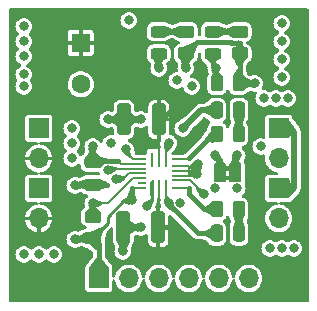
<source format=gbr>
%TF.GenerationSoftware,KiCad,Pcbnew,(7.0.0-rc1-145-gbd6d0b6cb6)*%
%TF.CreationDate,2023-03-28T23:28:48+02:00*%
%TF.ProjectId,2HBR_MINIMAL,32484252-5f4d-4494-9e49-4d414c2e6b69,rev?*%
%TF.SameCoordinates,Original*%
%TF.FileFunction,Copper,L1,Top*%
%TF.FilePolarity,Positive*%
%FSLAX46Y46*%
G04 Gerber Fmt 4.6, Leading zero omitted, Abs format (unit mm)*
G04 Created by KiCad (PCBNEW (7.0.0-rc1-145-gbd6d0b6cb6)) date 2023-03-28 23:28:48*
%MOMM*%
%LPD*%
G01*
G04 APERTURE LIST*
G04 Aperture macros list*
%AMRoundRect*
0 Rectangle with rounded corners*
0 $1 Rounding radius*
0 $2 $3 $4 $5 $6 $7 $8 $9 X,Y pos of 4 corners*
0 Add a 4 corners polygon primitive as box body*
4,1,4,$2,$3,$4,$5,$6,$7,$8,$9,$2,$3,0*
0 Add four circle primitives for the rounded corners*
1,1,$1+$1,$2,$3*
1,1,$1+$1,$4,$5*
1,1,$1+$1,$6,$7*
1,1,$1+$1,$8,$9*
0 Add four rect primitives between the rounded corners*
20,1,$1+$1,$2,$3,$4,$5,0*
20,1,$1+$1,$4,$5,$6,$7,0*
20,1,$1+$1,$6,$7,$8,$9,0*
20,1,$1+$1,$8,$9,$2,$3,0*%
G04 Aperture macros list end*
%TA.AperFunction,EtchedComponent*%
%ADD10C,0.100000*%
%TD*%
%TA.AperFunction,SMDPad,CuDef*%
%ADD11RoundRect,0.250000X-0.250000X-0.475000X0.250000X-0.475000X0.250000X0.475000X-0.250000X0.475000X0*%
%TD*%
%TA.AperFunction,SMDPad,CuDef*%
%ADD12R,1.000000X1.500000*%
%TD*%
%TA.AperFunction,ComponentPad*%
%ADD13R,1.700000X1.700000*%
%TD*%
%TA.AperFunction,ComponentPad*%
%ADD14O,1.700000X1.700000*%
%TD*%
%TA.AperFunction,SMDPad,CuDef*%
%ADD15RoundRect,0.250000X0.450000X-0.262500X0.450000X0.262500X-0.450000X0.262500X-0.450000X-0.262500X0*%
%TD*%
%TA.AperFunction,SMDPad,CuDef*%
%ADD16R,0.220000X0.220000*%
%TD*%
%TA.AperFunction,SMDPad,CuDef*%
%ADD17R,0.200000X1.300000*%
%TD*%
%TA.AperFunction,SMDPad,CuDef*%
%ADD18R,0.700000X0.200000*%
%TD*%
%TA.AperFunction,SMDPad,CuDef*%
%ADD19RoundRect,0.250000X-0.450000X0.262500X-0.450000X-0.262500X0.450000X-0.262500X0.450000X0.262500X0*%
%TD*%
%TA.AperFunction,SMDPad,CuDef*%
%ADD20RoundRect,0.250000X0.262500X0.450000X-0.262500X0.450000X-0.262500X-0.450000X0.262500X-0.450000X0*%
%TD*%
%TA.AperFunction,SMDPad,CuDef*%
%ADD21RoundRect,0.250000X0.325000X1.100000X-0.325000X1.100000X-0.325000X-1.100000X0.325000X-1.100000X0*%
%TD*%
%TA.AperFunction,SMDPad,CuDef*%
%ADD22RoundRect,0.250000X0.475000X-0.250000X0.475000X0.250000X-0.475000X0.250000X-0.475000X-0.250000X0*%
%TD*%
%TA.AperFunction,SMDPad,CuDef*%
%ADD23RoundRect,0.250000X-0.262500X-0.450000X0.262500X-0.450000X0.262500X0.450000X-0.262500X0.450000X0*%
%TD*%
%TA.AperFunction,SMDPad,CuDef*%
%ADD24RoundRect,0.243750X0.456250X-0.243750X0.456250X0.243750X-0.456250X0.243750X-0.456250X-0.243750X0*%
%TD*%
%TA.AperFunction,ComponentPad*%
%ADD25R,1.600000X1.600000*%
%TD*%
%TA.AperFunction,ComponentPad*%
%ADD26C,1.600000*%
%TD*%
%TA.AperFunction,SMDPad,CuDef*%
%ADD27RoundRect,0.250000X0.250000X0.475000X-0.250000X0.475000X-0.250000X-0.475000X0.250000X-0.475000X0*%
%TD*%
%TA.AperFunction,ViaPad*%
%ADD28C,0.800000*%
%TD*%
%TA.AperFunction,Conductor*%
%ADD29C,0.250000*%
%TD*%
%TA.AperFunction,Conductor*%
%ADD30C,0.400000*%
%TD*%
%TA.AperFunction,Conductor*%
%ADD31C,0.200000*%
%TD*%
%TA.AperFunction,Conductor*%
%ADD32C,0.500000*%
%TD*%
%TA.AperFunction,Conductor*%
%ADD33C,0.800000*%
%TD*%
%TA.AperFunction,Conductor*%
%ADD34C,0.300000*%
%TD*%
G04 APERTURE END LIST*
%TO.C,JP1*%
G36*
X140712000Y-110290000D02*
G01*
X140212000Y-110290000D01*
X140212000Y-109890000D01*
X140712000Y-109890000D01*
X140712000Y-110290000D01*
G37*
G36*
X140712000Y-111090000D02*
G01*
X140212000Y-111090000D01*
X140212000Y-110690000D01*
X140712000Y-110690000D01*
X140712000Y-111090000D01*
G37*
%TO.C,U1*%
G36*
X134120001Y-112290000D02*
G01*
X133920001Y-112290000D01*
X133920001Y-111240000D01*
X134070001Y-111090000D01*
X134120001Y-111090000D01*
X134120001Y-112290000D01*
G37*
D10*
X134120001Y-112290000D02*
X133920001Y-112290000D01*
X133920001Y-111240000D01*
X134070001Y-111090000D01*
X134120001Y-111090000D01*
X134120001Y-112290000D01*
G36*
X134120001Y-112290000D02*
G01*
X133920001Y-112290000D01*
X133920001Y-111240000D01*
X134070001Y-111090000D01*
X134120001Y-111090000D01*
X134120001Y-112290000D01*
G37*
X134120001Y-112290000D02*
X133920001Y-112290000D01*
X133920001Y-111240000D01*
X134070001Y-111090000D01*
X134120001Y-111090000D01*
X134120001Y-112290000D01*
%TD*%
D11*
%TO.P,C1,1*%
%TO.N,U1-OUT2*%
X139512000Y-115570000D03*
%TO.P,C1,2*%
%TO.N,Net-(C1-Pad2)*%
X141412000Y-115570000D03*
%TD*%
D12*
%TO.P,JP1,1,A*%
%TO.N,GNDA*%
X139811999Y-110489999D03*
%TO.P,JP1,2,B*%
%TO.N,GND*%
X141111999Y-110489999D03*
%TD*%
D13*
%TO.P,J4,1,Pin_1*%
%TO.N,GND*%
X124459999Y-106679999D03*
D14*
%TO.P,J4,2,Pin_2*%
%TO.N,VIN*%
X124459999Y-109219999D03*
%TD*%
D15*
%TO.P,R10,1*%
%TO.N,U1-VCC*%
X141478000Y-100330000D03*
%TO.P,R10,2*%
%TO.N,Net-(D2-A)*%
X141478000Y-98505000D03*
%TD*%
D16*
%TO.P,U1,1,IFB*%
%TO.N,U1-IFB*%
X134020000Y-111639999D03*
D17*
%TO.P,U1,2,VIN*%
%TO.N,VIN*%
X134619999Y-111639999D03*
%TO.P,U1,3,OUT2*%
%TO.N,U1-OUT2*%
X135219998Y-111639999D03*
D18*
%TO.P,U1,4,BST2*%
%TO.N,Net-(U1-BST2)*%
X136069999Y-111689999D03*
%TO.P,U1,5,EN*%
%TO.N,U1-EN*%
X136069999Y-111090000D03*
%TO.P,U1,6,LSS*%
%TO.N,U1-IFB*%
X136069999Y-110689998D03*
%TO.P,U1,7,LSS*%
X136069999Y-110289999D03*
%TO.P,U1,8,LSS*%
X136069999Y-109890000D03*
%TO.P,U1,9,BST1*%
%TO.N,Net-(U1-BST1)*%
X136069999Y-109289998D03*
D17*
%TO.P,U1,10,OUT1*%
%TO.N,U1-OUT1*%
X135219998Y-109339999D03*
%TO.P,U1,11,VIN*%
%TO.N,VIN*%
X134619999Y-109339999D03*
%TO.P,U1,12,NC*%
%TO.N,unconnected-(U1-NC-Pad12)*%
X134020000Y-109339999D03*
D18*
%TO.P,U1,13,NFAULT*%
%TO.N,U1-nFault*%
X133169999Y-109289999D03*
%TO.P,U1,14,VCC*%
%TO.N,U1-VCC*%
X133169999Y-109689998D03*
%TO.P,U1,15,IN1*%
%TO.N,U1-IN1*%
X133169999Y-110090000D03*
%TO.P,U1,16,IN2*%
%TO.N,U1-IN2*%
X133169999Y-110489999D03*
%TO.P,U1,17,ISET*%
%TO.N,U1-ISET*%
X133169999Y-110889998D03*
%TO.P,U1,18,NC*%
%TO.N,unconnected-(U1-NC-Pad18)*%
X133169999Y-111290000D03*
%TO.P,U1,19,AGND*%
%TO.N,GNDA*%
X133169999Y-111689999D03*
%TD*%
D19*
%TO.P,R13,1*%
%TO.N,U1-ISET*%
X129032000Y-114149500D03*
%TO.P,R13,2*%
%TO.N,GNDA*%
X129032000Y-115974500D03*
%TD*%
D15*
%TO.P,R9,1*%
%TO.N,U1-VCC*%
X136906000Y-100330000D03*
%TO.P,R9,2*%
%TO.N,Net-(D4-A)*%
X136906000Y-98505000D03*
%TD*%
D20*
%TO.P,R5,1*%
%TO.N,U1-VCC*%
X141374500Y-102870000D03*
%TO.P,R5,2*%
%TO.N,U1-nFault*%
X139549500Y-102870000D03*
%TD*%
D21*
%TO.P,C10,1*%
%TO.N,VIN*%
X134620000Y-105918000D03*
%TO.P,C10,2*%
%TO.N,GND*%
X131670000Y-105918000D03*
%TD*%
D22*
%TO.P,C5,1*%
%TO.N,GNDA*%
X129032000Y-111450000D03*
%TO.P,C5,2*%
%TO.N,U1-VCC*%
X129032000Y-109550000D03*
%TD*%
D20*
%TO.P,R3,1*%
%TO.N,Net-(C3-Pad1)*%
X141374500Y-107188000D03*
%TO.P,R3,2*%
%TO.N,Net-(U1-BST1)*%
X139549500Y-107188000D03*
%TD*%
D21*
%TO.P,C7,1*%
%TO.N,VIN*%
X134571000Y-115062000D03*
%TO.P,C7,2*%
%TO.N,GND*%
X131621000Y-115062000D03*
%TD*%
D13*
%TO.P,J5,1,Pin_1*%
%TO.N,GND*%
X124459999Y-111759999D03*
D14*
%TO.P,J5,2,Pin_2*%
%TO.N,VIN*%
X124459999Y-114299999D03*
%TD*%
D13*
%TO.P,J6,1,Pin_1*%
%TO.N,U1-OUT1*%
X144779999Y-111759999D03*
D14*
%TO.P,J6,2,Pin_2*%
%TO.N,U1-OUT2*%
X144779999Y-114299999D03*
%TD*%
D23*
%TO.P,R1,1*%
%TO.N,Net-(U1-BST2)*%
X139549500Y-113538000D03*
%TO.P,R1,2*%
%TO.N,Net-(C1-Pad2)*%
X141374500Y-113538000D03*
%TD*%
D24*
%TO.P,D2,1,K*%
%TO.N,U1-nFault*%
X139192000Y-100355000D03*
%TO.P,D2,2,A*%
%TO.N,Net-(D2-A)*%
X139192000Y-98480000D03*
%TD*%
D25*
%TO.P,C8,1*%
%TO.N,VIN*%
X128015999Y-99439348D03*
D26*
%TO.P,C8,2*%
%TO.N,GND*%
X128016000Y-102939349D03*
%TD*%
D13*
%TO.P,J3,1,Pin_1*%
%TO.N,GNDA*%
X129539999Y-119379999D03*
D14*
%TO.P,J3,2,Pin_2*%
%TO.N,U1-IN2*%
X132079999Y-119379999D03*
%TO.P,J3,3,Pin_3*%
%TO.N,U1-IN1*%
X134619999Y-119379999D03*
%TO.P,J3,4,Pin_4*%
%TO.N,U1-EN*%
X137159999Y-119379999D03*
%TO.P,J3,5,Pin_5*%
%TO.N,U1-nFault*%
X139699999Y-119379999D03*
%TO.P,J3,6,Pin_6*%
%TO.N,U1-VCC*%
X142239999Y-119379999D03*
%TD*%
D27*
%TO.P,C3,1*%
%TO.N,Net-(C3-Pad1)*%
X141412000Y-105156000D03*
%TO.P,C3,2*%
%TO.N,U1-OUT1*%
X139512000Y-105156000D03*
%TD*%
D24*
%TO.P,D4,1,K*%
%TO.N,GNDA*%
X134620000Y-100355000D03*
%TO.P,D4,2,A*%
%TO.N,Net-(D4-A)*%
X134620000Y-98480000D03*
%TD*%
D13*
%TO.P,J2,1,Pin_1*%
%TO.N,U1-OUT1*%
X144779999Y-106679999D03*
D14*
%TO.P,J2,2,Pin_2*%
%TO.N,U1-OUT2*%
X144779999Y-109219999D03*
%TD*%
D28*
%TO.N,U1-OUT2*%
X135469500Y-113014575D03*
X136398000Y-113030000D03*
%TO.N,U1-OUT1*%
X136652000Y-106680000D03*
X135469500Y-107935364D03*
%TO.N,GNDA*%
X134620000Y-101600000D03*
X139409000Y-111760000D03*
X127508000Y-116078000D03*
X132334000Y-112776000D03*
X127508000Y-111506000D03*
X139409000Y-108966000D03*
%TO.N,U1-VCC*%
X136906000Y-101600000D03*
X129032000Y-108204000D03*
X142748000Y-102870000D03*
%TO.N,VIN*%
X135890000Y-116078000D03*
X135890000Y-115062000D03*
X133604000Y-103632000D03*
X135890000Y-104902000D03*
X124460000Y-116078000D03*
X135890000Y-103886000D03*
X125984000Y-109220000D03*
%TO.N,GND*%
X145034000Y-102362000D03*
X125730000Y-117348000D03*
X141261500Y-111760000D03*
X145034000Y-116840000D03*
X133096000Y-105918000D03*
X127254000Y-107950000D03*
X145034000Y-99314000D03*
X146050000Y-116840000D03*
X145542000Y-104140000D03*
X130556000Y-107950000D03*
X123190000Y-100584000D03*
X132080000Y-97536000D03*
X145034000Y-100838000D03*
X123190000Y-117348000D03*
X127254000Y-106680000D03*
X131572000Y-117094000D03*
X136144000Y-102616000D03*
X145034000Y-97790000D03*
X127254000Y-109220000D03*
X123190000Y-102108000D03*
X144018000Y-116840000D03*
X137414000Y-103124000D03*
X133096000Y-115062000D03*
X123190000Y-98044000D03*
X130302000Y-105918000D03*
X124460000Y-117348000D03*
X141261500Y-108966000D03*
X123190000Y-103124000D03*
X143510000Y-104140000D03*
X123190000Y-99314000D03*
X144526000Y-104140000D03*
%TO.N,U1-nFault*%
X131826000Y-108458000D03*
X139446000Y-101600000D03*
%TO.N,U1-IN2*%
X131026500Y-110998000D03*
%TO.N,U1-IN1*%
X130302000Y-110236000D03*
%TO.N,U1-EN*%
X138430000Y-112268000D03*
%TO.N,U1-IFB*%
X137869048Y-110576383D03*
X137922000Y-109728000D03*
X143256000Y-108204000D03*
X133604000Y-113284000D03*
%TO.N,U1-ISET*%
X129032000Y-113030000D03*
%TD*%
D29*
%TO.N,GNDA*%
X130302000Y-114142827D02*
X130302000Y-114704500D01*
X131668827Y-112776000D02*
X130302000Y-114142827D01*
X130302000Y-114704500D02*
X129032000Y-115974500D01*
X132334000Y-112776000D02*
X131668827Y-112776000D01*
D30*
%TO.N,U1-OUT2*%
X135469500Y-113117500D02*
X135469500Y-113014575D01*
D31*
X135219999Y-111640000D02*
X135219999Y-112765074D01*
D30*
X139512000Y-115570000D02*
X137922000Y-115570000D01*
X137922000Y-115570000D02*
X135469500Y-113117500D01*
D31*
X135219999Y-112765074D02*
X135469500Y-113014575D01*
D32*
%TO.N,Net-(C1-Pad2)*%
X141412000Y-113575500D02*
X141374500Y-113538000D01*
X141412000Y-115570000D02*
X141412000Y-113575500D01*
%TO.N,Net-(C3-Pad1)*%
X141374500Y-107188000D02*
X141374500Y-105193500D01*
X141374500Y-105193500D02*
X141412000Y-105156000D01*
D31*
%TO.N,U1-OUT1*%
X135219999Y-108184865D02*
X135469500Y-107935364D01*
D32*
X146080000Y-111730000D02*
X146050000Y-111760000D01*
X139512000Y-105156000D02*
X138176000Y-105156000D01*
X138176000Y-105156000D02*
X136652000Y-106680000D01*
X146080000Y-106964000D02*
X146080000Y-111730000D01*
D31*
X135219999Y-109340000D02*
X135219999Y-108184865D01*
D32*
X145796000Y-106680000D02*
X146080000Y-106964000D01*
X144780000Y-106680000D02*
X145796000Y-106680000D01*
X146050000Y-111760000D02*
X144780000Y-111760000D01*
D30*
%TO.N,GNDA*%
X132334000Y-112776000D02*
X132334000Y-111760000D01*
D31*
X132404000Y-111690000D02*
X132334000Y-111760000D01*
D30*
X139812000Y-110490000D02*
X139812000Y-109369000D01*
X127564000Y-111450000D02*
X127508000Y-111506000D01*
X139812000Y-109369000D02*
X139409000Y-108966000D01*
X129032000Y-111450000D02*
X127564000Y-111450000D01*
X129540000Y-116482500D02*
X129032000Y-115974500D01*
X130246000Y-111450000D02*
X129032000Y-111450000D01*
D31*
X133170000Y-111690000D02*
X132404000Y-111690000D01*
D30*
X129540000Y-119380000D02*
X129540000Y-116482500D01*
X134620000Y-100355000D02*
X134620000Y-101600000D01*
X129032000Y-115974500D02*
X127611500Y-115974500D01*
X127611500Y-115974500D02*
X127508000Y-116078000D01*
%TO.N,U1-VCC*%
X141478000Y-99417500D02*
X141478000Y-100330000D01*
X140758761Y-99417500D02*
X141478000Y-99417500D01*
X129145500Y-109436500D02*
X131141164Y-109436500D01*
D32*
X142748000Y-102870000D02*
X141374500Y-102870000D01*
D31*
X131394663Y-109689999D02*
X131141164Y-109436500D01*
D30*
X136906000Y-100330000D02*
X136906000Y-101600000D01*
D31*
X133170000Y-109689999D02*
X131394663Y-109689999D01*
D30*
X140708761Y-99367500D02*
X140758761Y-99417500D01*
X137868500Y-99367500D02*
X140708761Y-99367500D01*
X129032000Y-109550000D02*
X129145500Y-109436500D01*
X141478000Y-100330000D02*
X141478000Y-102766500D01*
X141478000Y-102766500D02*
X141374500Y-102870000D01*
X129032000Y-108204000D02*
X129032000Y-109550000D01*
X136906000Y-100330000D02*
X137868500Y-99367500D01*
D31*
%TO.N,VIN*%
X134620000Y-109340000D02*
X134620000Y-105918000D01*
X134620000Y-111640000D02*
X134620000Y-115013000D01*
D30*
X134620000Y-105918000D02*
X134874000Y-105918000D01*
X134571000Y-115062000D02*
X135890000Y-115062000D01*
D33*
X135890000Y-116078000D02*
X135890000Y-115062000D01*
D30*
X134874000Y-105918000D02*
X135890000Y-104902000D01*
D31*
X134620000Y-115013000D02*
X134571000Y-115062000D01*
D30*
%TO.N,GND*%
X141112000Y-109115500D02*
X141261500Y-108966000D01*
X131621000Y-117045000D02*
X131572000Y-117094000D01*
D31*
X131670000Y-105918000D02*
X130302000Y-105918000D01*
X131670000Y-105918000D02*
X133096000Y-105918000D01*
D30*
X131621000Y-115062000D02*
X131621000Y-117045000D01*
X131621000Y-115062000D02*
X133096000Y-115062000D01*
X141112000Y-110490000D02*
X141112000Y-109115500D01*
D31*
%TO.N,U1-nFault*%
X139192000Y-100355000D02*
X139192000Y-101346000D01*
X139446000Y-101600000D02*
X139446000Y-102766500D01*
X139446000Y-102766500D02*
X139549500Y-102870000D01*
X132404000Y-109290000D02*
X131826000Y-108712000D01*
X133170000Y-109290000D02*
X132404000Y-109290000D01*
X131826000Y-108712000D02*
X131826000Y-108458000D01*
X139192000Y-101346000D02*
X139446000Y-101600000D01*
D30*
%TO.N,Net-(D2-A)*%
X139217000Y-98505000D02*
X139192000Y-98480000D01*
X141478000Y-98505000D02*
X139217000Y-98505000D01*
%TO.N,Net-(D4-A)*%
X134620000Y-98480000D02*
X136881000Y-98480000D01*
X136881000Y-98480000D02*
X136906000Y-98505000D01*
D31*
%TO.N,U1-IN2*%
X132080000Y-110490000D02*
X133170000Y-110490000D01*
X132080000Y-110490000D02*
X131572000Y-110998000D01*
D34*
X131572000Y-110998000D02*
X131026500Y-110998000D01*
D31*
%TO.N,U1-IN1*%
X130447999Y-110090001D02*
X130302000Y-110236000D01*
X133170000Y-110090001D02*
X130447999Y-110090001D01*
X130302000Y-110236000D02*
X130339002Y-110198998D01*
%TO.N,U1-EN*%
X137252001Y-111090001D02*
X138430000Y-112268000D01*
X136070000Y-111090001D02*
X137252001Y-111090001D01*
D30*
%TO.N,Net-(U1-BST2)*%
X139549500Y-113538000D02*
X138430000Y-113538000D01*
X138430000Y-113538000D02*
X137160000Y-112268000D01*
X137160000Y-112268000D02*
X137160000Y-111760000D01*
D31*
X137160000Y-111760000D02*
X137090000Y-111690000D01*
X136070000Y-111690000D02*
X137090000Y-111690000D01*
%TO.N,Net-(U1-BST1)*%
X136070000Y-109289999D02*
X137090001Y-109289999D01*
X137090001Y-109289999D02*
X137160000Y-109220000D01*
D30*
X139192000Y-107188000D02*
X137160000Y-109220000D01*
X139549500Y-107188000D02*
X139192000Y-107188000D01*
D31*
%TO.N,U1-IFB*%
X137172344Y-110289867D02*
X136852000Y-110290000D01*
X137922000Y-109728000D02*
X137360133Y-110289867D01*
X136852000Y-110290000D02*
X136070000Y-110290000D01*
X137160555Y-110687753D02*
X137160000Y-109982000D01*
D32*
X137869048Y-110576383D02*
X137869048Y-109780952D01*
D31*
X137757678Y-110687753D02*
X137869048Y-110576383D01*
X136070000Y-110689999D02*
X137105999Y-110689999D01*
D32*
X137869048Y-109780952D02*
X137922000Y-109728000D01*
D31*
X137160000Y-109982000D02*
X137922000Y-109728000D01*
X137160000Y-109982000D02*
X137068001Y-109890001D01*
X137582532Y-110289867D02*
X137869048Y-110576383D01*
D29*
X134022647Y-112865353D02*
X134022647Y-112094275D01*
D31*
X137160555Y-110687753D02*
X137757678Y-110687753D01*
D29*
X133604000Y-113284000D02*
X134022647Y-112865353D01*
D31*
X137068001Y-109890001D02*
X136070000Y-109890001D01*
X137360133Y-110289867D02*
X137172344Y-110289867D01*
X137172344Y-110289867D02*
X137582532Y-110289867D01*
X137105999Y-110689999D02*
X137160555Y-110687753D01*
%TO.N,U1-ISET*%
X132718478Y-110889999D02*
X132718476Y-110890001D01*
X131572000Y-111760000D02*
X132080000Y-111252000D01*
X133170000Y-110889999D02*
X132718478Y-110889999D01*
X133170000Y-110889999D02*
X132442001Y-110889999D01*
X132442001Y-110889999D02*
X132080000Y-111252000D01*
X130302000Y-113030000D02*
X131572000Y-111760000D01*
X129032000Y-114149500D02*
X129032000Y-113030000D01*
X129032000Y-113030000D02*
X130302000Y-113030000D01*
%TD*%
%TA.AperFunction,Conductor*%
%TO.N,VIN*%
G36*
X147256500Y-96537381D02*
G01*
X147302619Y-96583500D01*
X147319500Y-96646500D01*
X147319500Y-121285500D01*
X147302619Y-121348500D01*
X147256500Y-121394619D01*
X147193500Y-121411500D01*
X122046500Y-121411500D01*
X121983500Y-121394619D01*
X121937381Y-121348500D01*
X121920500Y-121285500D01*
X121920500Y-117348000D01*
X122484355Y-117348000D01*
X122485274Y-117355569D01*
X122503940Y-117509303D01*
X122503941Y-117509310D01*
X122504860Y-117516872D01*
X122507562Y-117523998D01*
X122507563Y-117524000D01*
X122562477Y-117668799D01*
X122562479Y-117668803D01*
X122565182Y-117675930D01*
X122661817Y-117815929D01*
X122789148Y-117928734D01*
X122939775Y-118007790D01*
X123104944Y-118048500D01*
X123267438Y-118048500D01*
X123275056Y-118048500D01*
X123440225Y-118007790D01*
X123590852Y-117928734D01*
X123718183Y-117815929D01*
X123722514Y-117809653D01*
X123727566Y-117803952D01*
X123728643Y-117804906D01*
X123766442Y-117771417D01*
X123825000Y-117756983D01*
X123883558Y-117771417D01*
X123921356Y-117804906D01*
X123922434Y-117803952D01*
X123927486Y-117809654D01*
X123931817Y-117815929D01*
X124059148Y-117928734D01*
X124209775Y-118007790D01*
X124374944Y-118048500D01*
X124537438Y-118048500D01*
X124545056Y-118048500D01*
X124710225Y-118007790D01*
X124860852Y-117928734D01*
X124988183Y-117815929D01*
X124992514Y-117809653D01*
X124997566Y-117803952D01*
X124998643Y-117804906D01*
X125036442Y-117771417D01*
X125095000Y-117756983D01*
X125153558Y-117771417D01*
X125191356Y-117804906D01*
X125192434Y-117803952D01*
X125197486Y-117809654D01*
X125201817Y-117815929D01*
X125329148Y-117928734D01*
X125479775Y-118007790D01*
X125644944Y-118048500D01*
X125807438Y-118048500D01*
X125815056Y-118048500D01*
X125980225Y-118007790D01*
X126130852Y-117928734D01*
X126258183Y-117815929D01*
X126354818Y-117675930D01*
X126415140Y-117516872D01*
X126435645Y-117348000D01*
X126434726Y-117340431D01*
X126416059Y-117186696D01*
X126416058Y-117186695D01*
X126415140Y-117179128D01*
X126354818Y-117020070D01*
X126258183Y-116880071D01*
X126206549Y-116834327D01*
X126136555Y-116772318D01*
X126136552Y-116772316D01*
X126130852Y-116767266D01*
X126124106Y-116763725D01*
X126124104Y-116763724D01*
X126043043Y-116721180D01*
X125980225Y-116688210D01*
X125972827Y-116686386D01*
X125972823Y-116686385D01*
X125822451Y-116649322D01*
X125822445Y-116649321D01*
X125815056Y-116647500D01*
X125644944Y-116647500D01*
X125637555Y-116649321D01*
X125637548Y-116649322D01*
X125487176Y-116686385D01*
X125487169Y-116686387D01*
X125479775Y-116688210D01*
X125473025Y-116691752D01*
X125473024Y-116691753D01*
X125335895Y-116763724D01*
X125335889Y-116763727D01*
X125329148Y-116767266D01*
X125323450Y-116772313D01*
X125323444Y-116772318D01*
X125207522Y-116875016D01*
X125207518Y-116875019D01*
X125201817Y-116880071D01*
X125197487Y-116886343D01*
X125192434Y-116892048D01*
X125191359Y-116891096D01*
X125153534Y-116924594D01*
X125094980Y-116939016D01*
X125036430Y-116924576D01*
X124998643Y-116891093D01*
X124997566Y-116892048D01*
X124992513Y-116886345D01*
X124988183Y-116880071D01*
X124936549Y-116834327D01*
X124866555Y-116772318D01*
X124866552Y-116772316D01*
X124860852Y-116767266D01*
X124854106Y-116763725D01*
X124854104Y-116763724D01*
X124773043Y-116721180D01*
X124710225Y-116688210D01*
X124702827Y-116686386D01*
X124702823Y-116686385D01*
X124552451Y-116649322D01*
X124552445Y-116649321D01*
X124545056Y-116647500D01*
X124374944Y-116647500D01*
X124367555Y-116649321D01*
X124367548Y-116649322D01*
X124217176Y-116686385D01*
X124217169Y-116686387D01*
X124209775Y-116688210D01*
X124203025Y-116691752D01*
X124203024Y-116691753D01*
X124065895Y-116763724D01*
X124065889Y-116763727D01*
X124059148Y-116767266D01*
X124053450Y-116772313D01*
X124053444Y-116772318D01*
X123937522Y-116875016D01*
X123937518Y-116875019D01*
X123931817Y-116880071D01*
X123927487Y-116886343D01*
X123922434Y-116892048D01*
X123921359Y-116891096D01*
X123883534Y-116924594D01*
X123824980Y-116939016D01*
X123766430Y-116924576D01*
X123728643Y-116891093D01*
X123727566Y-116892048D01*
X123722513Y-116886345D01*
X123718183Y-116880071D01*
X123666549Y-116834327D01*
X123596555Y-116772318D01*
X123596552Y-116772316D01*
X123590852Y-116767266D01*
X123584106Y-116763725D01*
X123584104Y-116763724D01*
X123503043Y-116721180D01*
X123440225Y-116688210D01*
X123432827Y-116686386D01*
X123432823Y-116686385D01*
X123282451Y-116649322D01*
X123282445Y-116649321D01*
X123275056Y-116647500D01*
X123104944Y-116647500D01*
X123097555Y-116649321D01*
X123097548Y-116649322D01*
X122947176Y-116686385D01*
X122947169Y-116686387D01*
X122939775Y-116688210D01*
X122933025Y-116691752D01*
X122933024Y-116691753D01*
X122795895Y-116763724D01*
X122795889Y-116763727D01*
X122789148Y-116767266D01*
X122783450Y-116772313D01*
X122783444Y-116772318D01*
X122667522Y-116875016D01*
X122667518Y-116875019D01*
X122661817Y-116880071D01*
X122657487Y-116886343D01*
X122657486Y-116886345D01*
X122569513Y-117013794D01*
X122569509Y-117013800D01*
X122565182Y-117020070D01*
X122562480Y-117027193D01*
X122562477Y-117027200D01*
X122507563Y-117171999D01*
X122507561Y-117172003D01*
X122504860Y-117179128D01*
X122503942Y-117186687D01*
X122503940Y-117186696D01*
X122485274Y-117340431D01*
X122484355Y-117348000D01*
X121920500Y-117348000D01*
X121920500Y-114467499D01*
X123320594Y-114467499D01*
X123324201Y-114506423D01*
X123326330Y-114517815D01*
X123381469Y-114711607D01*
X123385657Y-114722419D01*
X123475464Y-114902776D01*
X123481572Y-114912641D01*
X123602986Y-115073418D01*
X123610804Y-115081994D01*
X123759693Y-115217725D01*
X123768956Y-115224720D01*
X123940253Y-115330782D01*
X123950640Y-115335953D01*
X124138500Y-115408731D01*
X124149667Y-115411908D01*
X124296357Y-115439329D01*
X124307559Y-115438941D01*
X124310000Y-115428000D01*
X124610000Y-115428000D01*
X124612440Y-115438941D01*
X124623642Y-115439329D01*
X124770332Y-115411908D01*
X124781499Y-115408731D01*
X124969359Y-115335953D01*
X124979746Y-115330782D01*
X125151043Y-115224720D01*
X125160306Y-115217725D01*
X125309195Y-115081994D01*
X125317013Y-115073418D01*
X125438427Y-114912641D01*
X125444535Y-114902776D01*
X125534342Y-114722419D01*
X125538530Y-114711607D01*
X125593669Y-114517815D01*
X125595798Y-114506423D01*
X125599405Y-114467499D01*
X125596846Y-114453811D01*
X125583450Y-114450000D01*
X124626590Y-114450000D01*
X124613506Y-114453506D01*
X124610000Y-114466590D01*
X124610000Y-115428000D01*
X124310000Y-115428000D01*
X124310000Y-114466590D01*
X124306493Y-114453506D01*
X124293410Y-114450000D01*
X123336550Y-114450000D01*
X123323153Y-114453811D01*
X123320594Y-114467499D01*
X121920500Y-114467499D01*
X121920500Y-112651243D01*
X123309500Y-112651243D01*
X123309501Y-112654864D01*
X123309919Y-112658469D01*
X123309920Y-112658479D01*
X123310464Y-112663168D01*
X123312415Y-112679991D01*
X123316242Y-112688660D01*
X123316243Y-112688661D01*
X123338310Y-112738639D01*
X123357794Y-112782765D01*
X123437235Y-112862206D01*
X123540009Y-112907585D01*
X123565135Y-112910500D01*
X124274894Y-112910499D01*
X124334502Y-112925491D01*
X124379926Y-112966901D01*
X124400354Y-113024873D01*
X124390926Y-113085612D01*
X124353885Y-113134663D01*
X124298045Y-113160353D01*
X124149675Y-113188088D01*
X124138500Y-113191268D01*
X123950640Y-113264046D01*
X123940253Y-113269217D01*
X123768956Y-113375279D01*
X123759693Y-113382274D01*
X123610804Y-113518005D01*
X123602986Y-113526581D01*
X123481572Y-113687358D01*
X123475464Y-113697223D01*
X123385657Y-113877580D01*
X123381469Y-113888392D01*
X123326330Y-114082184D01*
X123324201Y-114093576D01*
X123320594Y-114132500D01*
X123323153Y-114146188D01*
X123336550Y-114150000D01*
X125583450Y-114150000D01*
X125596846Y-114146188D01*
X125599405Y-114132500D01*
X125595798Y-114093576D01*
X125593669Y-114082184D01*
X125538530Y-113888392D01*
X125534342Y-113877580D01*
X125444535Y-113697223D01*
X125438427Y-113687358D01*
X125317013Y-113526581D01*
X125309195Y-113518005D01*
X125160306Y-113382274D01*
X125151043Y-113375279D01*
X124979746Y-113269217D01*
X124969359Y-113264046D01*
X124781499Y-113191268D01*
X124770334Y-113188091D01*
X124621953Y-113160354D01*
X124566113Y-113134663D01*
X124529072Y-113085612D01*
X124519644Y-113024873D01*
X124540072Y-112966901D01*
X124585496Y-112925491D01*
X124645104Y-112910499D01*
X125354864Y-112910499D01*
X125379991Y-112907585D01*
X125482765Y-112862206D01*
X125562206Y-112782765D01*
X125607585Y-112679991D01*
X125610500Y-112654865D01*
X125610499Y-110865136D01*
X125607585Y-110840009D01*
X125562206Y-110737235D01*
X125482765Y-110657794D01*
X125472084Y-110653078D01*
X125472083Y-110653077D01*
X125388662Y-110616243D01*
X125388658Y-110616242D01*
X125379991Y-110612415D01*
X125370580Y-110611323D01*
X125370576Y-110611322D01*
X125358469Y-110609918D01*
X125358466Y-110609917D01*
X125354865Y-110609500D01*
X125351232Y-110609500D01*
X124645107Y-110609500D01*
X124585497Y-110594508D01*
X124540073Y-110553098D01*
X124519644Y-110495126D01*
X124529073Y-110434387D01*
X124566115Y-110385336D01*
X124621955Y-110359645D01*
X124770332Y-110331908D01*
X124781499Y-110328731D01*
X124969359Y-110255953D01*
X124979746Y-110250782D01*
X125151043Y-110144720D01*
X125160306Y-110137725D01*
X125309195Y-110001994D01*
X125317013Y-109993418D01*
X125438427Y-109832641D01*
X125444535Y-109822776D01*
X125534342Y-109642419D01*
X125538530Y-109631607D01*
X125593669Y-109437815D01*
X125595798Y-109426423D01*
X125599405Y-109387499D01*
X125596846Y-109373811D01*
X125583450Y-109370000D01*
X123336550Y-109370000D01*
X123323153Y-109373811D01*
X123320594Y-109387499D01*
X123324201Y-109426423D01*
X123326330Y-109437815D01*
X123381469Y-109631607D01*
X123385657Y-109642419D01*
X123475464Y-109822776D01*
X123481572Y-109832641D01*
X123602986Y-109993418D01*
X123610804Y-110001994D01*
X123759693Y-110137725D01*
X123768956Y-110144720D01*
X123940253Y-110250782D01*
X123950640Y-110255953D01*
X124138500Y-110328731D01*
X124149667Y-110331908D01*
X124298045Y-110359645D01*
X124353885Y-110385336D01*
X124390927Y-110434387D01*
X124400356Y-110495126D01*
X124379927Y-110553098D01*
X124334503Y-110594507D01*
X124274893Y-110609500D01*
X123568774Y-110609500D01*
X123568756Y-110609500D01*
X123565136Y-110609501D01*
X123561526Y-110609919D01*
X123561520Y-110609920D01*
X123549424Y-110611323D01*
X123549423Y-110611323D01*
X123540009Y-110612415D01*
X123531341Y-110616242D01*
X123531338Y-110616243D01*
X123447916Y-110653077D01*
X123447912Y-110653079D01*
X123437235Y-110657794D01*
X123428980Y-110666048D01*
X123428977Y-110666051D01*
X123366051Y-110728977D01*
X123366048Y-110728980D01*
X123357794Y-110737235D01*
X123353079Y-110747912D01*
X123353077Y-110747916D01*
X123316243Y-110831337D01*
X123316241Y-110831343D01*
X123312415Y-110840009D01*
X123311323Y-110849417D01*
X123311322Y-110849423D01*
X123309919Y-110861520D01*
X123309500Y-110865135D01*
X123309500Y-110868767D01*
X123309500Y-110868768D01*
X123309500Y-112651226D01*
X123309500Y-112651243D01*
X121920500Y-112651243D01*
X121920500Y-109220000D01*
X126548355Y-109220000D01*
X126549274Y-109227569D01*
X126567940Y-109381303D01*
X126567941Y-109381310D01*
X126568860Y-109388872D01*
X126571562Y-109395998D01*
X126571563Y-109396000D01*
X126626477Y-109540799D01*
X126626479Y-109540803D01*
X126629182Y-109547930D01*
X126633511Y-109554202D01*
X126633513Y-109554205D01*
X126668431Y-109604792D01*
X126725817Y-109687929D01*
X126853148Y-109800734D01*
X127003775Y-109879790D01*
X127168944Y-109920500D01*
X127331438Y-109920500D01*
X127339056Y-109920500D01*
X127504225Y-109879790D01*
X127654852Y-109800734D01*
X127782183Y-109687929D01*
X127786324Y-109681928D01*
X127835820Y-109647765D01*
X127895688Y-109640496D01*
X127952076Y-109661881D01*
X127992067Y-109707022D01*
X128006500Y-109765577D01*
X128006500Y-109843102D01*
X128006948Y-109846839D01*
X128006949Y-109846843D01*
X128011124Y-109881614D01*
X128017123Y-109931564D01*
X128020086Y-109939078D01*
X128020087Y-109939081D01*
X128044897Y-110001994D01*
X128072639Y-110072342D01*
X128164078Y-110192922D01*
X128284658Y-110284361D01*
X128425436Y-110339877D01*
X128513898Y-110350500D01*
X128517665Y-110350500D01*
X129509268Y-110350500D01*
X129558656Y-110360583D01*
X129600140Y-110389218D01*
X129627079Y-110431818D01*
X129637764Y-110459991D01*
X129644905Y-110478821D01*
X129652173Y-110538689D01*
X129630787Y-110595077D01*
X129585647Y-110635068D01*
X129527092Y-110649500D01*
X128513898Y-110649500D01*
X128510161Y-110649948D01*
X128510156Y-110649949D01*
X128433457Y-110659159D01*
X128433451Y-110659160D01*
X128425436Y-110660123D01*
X128417923Y-110663085D01*
X128417917Y-110663087D01*
X128381671Y-110677380D01*
X128368745Y-110681685D01*
X128338366Y-110690008D01*
X128338353Y-110690012D01*
X128334161Y-110691161D01*
X127952229Y-110855162D01*
X127916664Y-110864587D01*
X127879890Y-110863336D01*
X127682518Y-110827307D01*
X127674994Y-110825694D01*
X127600455Y-110807323D01*
X127600450Y-110807322D01*
X127593056Y-110805500D01*
X127585438Y-110805500D01*
X127507526Y-110805500D01*
X127503149Y-110805424D01*
X127492486Y-110805053D01*
X127492480Y-110805053D01*
X127487901Y-110804894D01*
X127483342Y-110805402D01*
X127483195Y-110805408D01*
X127478390Y-110805500D01*
X127422944Y-110805500D01*
X127415555Y-110807321D01*
X127415548Y-110807322D01*
X127265176Y-110844385D01*
X127265169Y-110844387D01*
X127257775Y-110846210D01*
X127251025Y-110849752D01*
X127251024Y-110849753D01*
X127113895Y-110921724D01*
X127113889Y-110921727D01*
X127107148Y-110925266D01*
X127101450Y-110930313D01*
X127101444Y-110930318D01*
X126985522Y-111033016D01*
X126985518Y-111033019D01*
X126979817Y-111038071D01*
X126975487Y-111044343D01*
X126975486Y-111044345D01*
X126887513Y-111171794D01*
X126887509Y-111171800D01*
X126883182Y-111178070D01*
X126880480Y-111185193D01*
X126880477Y-111185200D01*
X126825563Y-111329999D01*
X126825561Y-111330003D01*
X126822860Y-111337128D01*
X126821942Y-111344687D01*
X126821940Y-111344696D01*
X126810466Y-111439200D01*
X126802355Y-111506000D01*
X126803274Y-111513569D01*
X126821940Y-111667303D01*
X126821941Y-111667310D01*
X126822860Y-111674872D01*
X126825562Y-111681998D01*
X126825563Y-111682000D01*
X126880477Y-111826799D01*
X126880479Y-111826803D01*
X126883182Y-111833930D01*
X126979817Y-111973929D01*
X126985522Y-111978983D01*
X127100448Y-112080799D01*
X127107148Y-112086734D01*
X127257775Y-112165790D01*
X127422944Y-112206500D01*
X127585438Y-112206500D01*
X127593056Y-112206500D01*
X127758225Y-112165790D01*
X127764131Y-112162689D01*
X127769207Y-112160962D01*
X127770749Y-112160495D01*
X127773660Y-112159765D01*
X127971506Y-112089576D01*
X128017706Y-112082392D01*
X128063346Y-112092548D01*
X128078829Y-112099197D01*
X128328718Y-112206500D01*
X128334161Y-112208837D01*
X128362124Y-112216499D01*
X128368748Y-112218314D01*
X128381677Y-112222621D01*
X128417914Y-112236911D01*
X128417916Y-112236911D01*
X128425436Y-112239877D01*
X128513898Y-112250500D01*
X128517665Y-112250500D01*
X128523273Y-112250500D01*
X128581828Y-112264933D01*
X128626969Y-112304924D01*
X128648354Y-112361312D01*
X128641085Y-112421180D01*
X128606826Y-112470812D01*
X128509526Y-112557011D01*
X128509516Y-112557021D01*
X128503817Y-112562071D01*
X128499487Y-112568343D01*
X128499486Y-112568345D01*
X128411513Y-112695794D01*
X128411509Y-112695800D01*
X128407182Y-112702070D01*
X128404480Y-112709193D01*
X128404477Y-112709200D01*
X128349563Y-112853999D01*
X128349561Y-112854003D01*
X128346860Y-112861128D01*
X128345942Y-112868687D01*
X128345940Y-112868696D01*
X128331351Y-112988851D01*
X128326355Y-113030000D01*
X128327274Y-113037569D01*
X128345941Y-113191308D01*
X128345942Y-113191312D01*
X128346860Y-113198872D01*
X128349561Y-113205994D01*
X128364677Y-113245854D01*
X128367081Y-113254194D01*
X128367439Y-113254085D01*
X128368427Y-113257318D01*
X128368571Y-113259364D01*
X128370379Y-113265632D01*
X128370455Y-113266009D01*
X128369062Y-113266289D01*
X128372415Y-113313609D01*
X128351433Y-113365995D01*
X128312290Y-113401600D01*
X128309658Y-113402639D01*
X128302796Y-113407842D01*
X128302790Y-113407846D01*
X128195942Y-113488872D01*
X128195938Y-113488875D01*
X128189078Y-113494078D01*
X128183875Y-113500938D01*
X128183872Y-113500942D01*
X128106037Y-113603583D01*
X128097639Y-113614658D01*
X128094477Y-113622676D01*
X128094476Y-113622678D01*
X128045087Y-113747918D01*
X128045085Y-113747923D01*
X128042123Y-113755436D01*
X128041159Y-113763456D01*
X128041159Y-113763460D01*
X128032153Y-113838460D01*
X128031500Y-113843898D01*
X128031500Y-114455102D01*
X128031948Y-114458839D01*
X128031949Y-114458843D01*
X128040736Y-114532019D01*
X128042123Y-114543564D01*
X128045086Y-114551078D01*
X128045087Y-114551081D01*
X128072794Y-114621339D01*
X128097639Y-114684342D01*
X128189078Y-114804922D01*
X128309658Y-114896361D01*
X128432450Y-114944784D01*
X128481195Y-114979191D01*
X128508645Y-115032167D01*
X128508644Y-115091832D01*
X128481194Y-115144807D01*
X128432449Y-115179215D01*
X128403385Y-115190676D01*
X128390888Y-115194863D01*
X128370428Y-115200546D01*
X128356339Y-115204460D01*
X128352196Y-115206283D01*
X128352194Y-115206284D01*
X127908002Y-115401771D01*
X127841766Y-115411490D01*
X127626548Y-115384844D01*
X127611881Y-115382139D01*
X127600453Y-115379322D01*
X127600443Y-115379320D01*
X127593056Y-115377500D01*
X127585439Y-115377500D01*
X127574993Y-115377500D01*
X127567492Y-115377037D01*
X127567483Y-115377217D01*
X127563051Y-115376983D01*
X127558640Y-115376437D01*
X127554198Y-115376516D01*
X127500045Y-115377480D01*
X127497803Y-115377500D01*
X127422944Y-115377500D01*
X127415555Y-115379321D01*
X127415548Y-115379322D01*
X127265176Y-115416385D01*
X127265169Y-115416387D01*
X127257775Y-115418210D01*
X127251025Y-115421752D01*
X127251024Y-115421753D01*
X127113895Y-115493724D01*
X127113889Y-115493727D01*
X127107148Y-115497266D01*
X127101450Y-115502313D01*
X127101444Y-115502318D01*
X126985522Y-115605016D01*
X126985518Y-115605019D01*
X126979817Y-115610071D01*
X126975487Y-115616343D01*
X126975486Y-115616345D01*
X126887513Y-115743794D01*
X126887509Y-115743800D01*
X126883182Y-115750070D01*
X126880480Y-115757193D01*
X126880477Y-115757200D01*
X126825563Y-115901999D01*
X126825561Y-115902003D01*
X126822860Y-115909128D01*
X126821942Y-115916687D01*
X126821940Y-115916696D01*
X126803274Y-116070431D01*
X126802355Y-116078000D01*
X126803274Y-116085569D01*
X126821940Y-116239303D01*
X126821941Y-116239310D01*
X126822860Y-116246872D01*
X126825562Y-116253998D01*
X126825563Y-116254000D01*
X126880477Y-116398799D01*
X126880479Y-116398803D01*
X126883182Y-116405930D01*
X126887511Y-116412202D01*
X126887513Y-116412205D01*
X126907365Y-116440965D01*
X126979817Y-116545929D01*
X126985522Y-116550983D01*
X127077595Y-116632553D01*
X127107148Y-116658734D01*
X127257775Y-116737790D01*
X127422944Y-116778500D01*
X127585438Y-116778500D01*
X127593056Y-116778500D01*
X127758225Y-116737790D01*
X127766415Y-116733490D01*
X127786189Y-116725568D01*
X127786129Y-116725402D01*
X127790058Y-116723989D01*
X127794057Y-116722845D01*
X127865377Y-116691753D01*
X128001174Y-116632553D01*
X128051746Y-116622054D01*
X128102278Y-116632727D01*
X128356338Y-116744538D01*
X128390892Y-116754136D01*
X128403390Y-116758324D01*
X128450436Y-116776877D01*
X128538898Y-116787500D01*
X128558399Y-116787500D01*
X128600142Y-116794615D01*
X128637168Y-116815157D01*
X128832558Y-116971663D01*
X128992271Y-117099592D01*
X129027081Y-117143387D01*
X129039500Y-117197934D01*
X129039500Y-117527384D01*
X129032847Y-117567787D01*
X129013589Y-117603921D01*
X128453541Y-118336293D01*
X128450960Y-118341333D01*
X128448412Y-118345371D01*
X128446016Y-118349011D01*
X128437794Y-118357235D01*
X128433082Y-118367904D01*
X128433077Y-118367913D01*
X128407708Y-118425369D01*
X128407021Y-118426811D01*
X128406480Y-118428152D01*
X128406260Y-118428651D01*
X128403774Y-118433509D01*
X128403704Y-118433740D01*
X128402270Y-118435624D01*
X128403033Y-118435961D01*
X128392415Y-118460009D01*
X128391323Y-118469413D01*
X128391323Y-118469417D01*
X128391322Y-118469426D01*
X128389500Y-118485135D01*
X128389500Y-118545535D01*
X128389002Y-118549897D01*
X128389157Y-118550518D01*
X128388872Y-118551882D01*
X128389500Y-118551882D01*
X128389500Y-120271226D01*
X128389500Y-120271243D01*
X128389501Y-120274864D01*
X128392415Y-120299991D01*
X128396242Y-120308660D01*
X128396243Y-120308661D01*
X128396243Y-120308662D01*
X128437794Y-120402765D01*
X128517235Y-120482206D01*
X128620009Y-120527585D01*
X128645135Y-120530500D01*
X130434864Y-120530499D01*
X130459991Y-120527585D01*
X130562765Y-120482206D01*
X130642206Y-120402765D01*
X130687585Y-120299991D01*
X130690500Y-120274865D01*
X130690499Y-119579312D01*
X130706422Y-119518003D01*
X130750168Y-119472188D01*
X130810678Y-119453450D01*
X130872660Y-119466524D01*
X130920447Y-119508106D01*
X130941961Y-119567687D01*
X130943705Y-119586505D01*
X130943707Y-119586514D01*
X130944244Y-119592310D01*
X131002595Y-119797389D01*
X131005186Y-119802593D01*
X131005189Y-119802600D01*
X131095037Y-119983040D01*
X131097634Y-119988255D01*
X131101142Y-119992900D01*
X131101145Y-119992905D01*
X131210751Y-120138045D01*
X131226128Y-120158407D01*
X131230430Y-120162329D01*
X131230433Y-120162332D01*
X131379394Y-120298129D01*
X131379398Y-120298132D01*
X131383698Y-120302052D01*
X131505193Y-120377278D01*
X131546354Y-120402765D01*
X131564981Y-120414298D01*
X131570411Y-120416401D01*
X131570414Y-120416403D01*
X131642229Y-120444223D01*
X131763802Y-120491321D01*
X131973390Y-120530500D01*
X132180783Y-120530500D01*
X132186610Y-120530500D01*
X132396198Y-120491321D01*
X132595019Y-120414298D01*
X132776302Y-120302052D01*
X132933872Y-120158407D01*
X133062366Y-119988255D01*
X133157405Y-119797389D01*
X133215756Y-119592310D01*
X133224536Y-119497546D01*
X133244966Y-119439573D01*
X133290390Y-119398164D01*
X133350000Y-119383171D01*
X133409610Y-119398164D01*
X133455034Y-119439573D01*
X133475463Y-119497546D01*
X133483706Y-119586514D01*
X133483707Y-119586523D01*
X133484244Y-119592310D01*
X133542595Y-119797389D01*
X133545186Y-119802593D01*
X133545189Y-119802600D01*
X133635037Y-119983040D01*
X133637634Y-119988255D01*
X133641142Y-119992900D01*
X133641145Y-119992905D01*
X133750751Y-120138045D01*
X133766128Y-120158407D01*
X133770430Y-120162329D01*
X133770433Y-120162332D01*
X133919394Y-120298129D01*
X133919398Y-120298132D01*
X133923698Y-120302052D01*
X134045193Y-120377278D01*
X134086354Y-120402765D01*
X134104981Y-120414298D01*
X134110411Y-120416401D01*
X134110414Y-120416403D01*
X134182229Y-120444223D01*
X134303802Y-120491321D01*
X134513390Y-120530500D01*
X134720783Y-120530500D01*
X134726610Y-120530500D01*
X134936198Y-120491321D01*
X135135019Y-120414298D01*
X135316302Y-120302052D01*
X135473872Y-120158407D01*
X135602366Y-119988255D01*
X135697405Y-119797389D01*
X135755756Y-119592310D01*
X135764536Y-119497546D01*
X135784966Y-119439573D01*
X135830390Y-119398164D01*
X135890000Y-119383171D01*
X135949610Y-119398164D01*
X135995034Y-119439573D01*
X136015463Y-119497546D01*
X136023706Y-119586514D01*
X136023707Y-119586523D01*
X136024244Y-119592310D01*
X136082595Y-119797389D01*
X136085186Y-119802593D01*
X136085189Y-119802600D01*
X136175037Y-119983040D01*
X136177634Y-119988255D01*
X136181142Y-119992900D01*
X136181145Y-119992905D01*
X136290751Y-120138045D01*
X136306128Y-120158407D01*
X136310430Y-120162329D01*
X136310433Y-120162332D01*
X136459394Y-120298129D01*
X136459398Y-120298132D01*
X136463698Y-120302052D01*
X136585193Y-120377278D01*
X136626354Y-120402765D01*
X136644981Y-120414298D01*
X136650411Y-120416401D01*
X136650414Y-120416403D01*
X136722229Y-120444223D01*
X136843802Y-120491321D01*
X137053390Y-120530500D01*
X137260783Y-120530500D01*
X137266610Y-120530500D01*
X137476198Y-120491321D01*
X137675019Y-120414298D01*
X137856302Y-120302052D01*
X138013872Y-120158407D01*
X138142366Y-119988255D01*
X138237405Y-119797389D01*
X138295756Y-119592310D01*
X138304536Y-119497546D01*
X138324966Y-119439573D01*
X138370390Y-119398164D01*
X138430000Y-119383171D01*
X138489610Y-119398164D01*
X138535034Y-119439573D01*
X138555463Y-119497546D01*
X138563706Y-119586514D01*
X138563707Y-119586523D01*
X138564244Y-119592310D01*
X138622595Y-119797389D01*
X138625186Y-119802593D01*
X138625189Y-119802600D01*
X138715037Y-119983040D01*
X138717634Y-119988255D01*
X138721142Y-119992900D01*
X138721145Y-119992905D01*
X138830751Y-120138045D01*
X138846128Y-120158407D01*
X138850430Y-120162329D01*
X138850433Y-120162332D01*
X138999394Y-120298129D01*
X138999398Y-120298132D01*
X139003698Y-120302052D01*
X139125193Y-120377278D01*
X139166354Y-120402765D01*
X139184981Y-120414298D01*
X139190411Y-120416401D01*
X139190414Y-120416403D01*
X139262229Y-120444223D01*
X139383802Y-120491321D01*
X139593390Y-120530500D01*
X139800783Y-120530500D01*
X139806610Y-120530500D01*
X140016198Y-120491321D01*
X140215019Y-120414298D01*
X140396302Y-120302052D01*
X140553872Y-120158407D01*
X140682366Y-119988255D01*
X140777405Y-119797389D01*
X140835756Y-119592310D01*
X140844536Y-119497546D01*
X140864966Y-119439573D01*
X140910390Y-119398164D01*
X140970000Y-119383171D01*
X141029610Y-119398164D01*
X141075034Y-119439573D01*
X141095463Y-119497546D01*
X141103706Y-119586514D01*
X141103707Y-119586523D01*
X141104244Y-119592310D01*
X141162595Y-119797389D01*
X141165186Y-119802593D01*
X141165189Y-119802600D01*
X141255037Y-119983040D01*
X141257634Y-119988255D01*
X141261142Y-119992900D01*
X141261145Y-119992905D01*
X141370751Y-120138045D01*
X141386128Y-120158407D01*
X141390430Y-120162329D01*
X141390433Y-120162332D01*
X141539394Y-120298129D01*
X141539398Y-120298132D01*
X141543698Y-120302052D01*
X141665193Y-120377278D01*
X141706354Y-120402765D01*
X141724981Y-120414298D01*
X141730411Y-120416401D01*
X141730414Y-120416403D01*
X141802229Y-120444223D01*
X141923802Y-120491321D01*
X142133390Y-120530500D01*
X142340783Y-120530500D01*
X142346610Y-120530500D01*
X142556198Y-120491321D01*
X142755019Y-120414298D01*
X142936302Y-120302052D01*
X143093872Y-120158407D01*
X143222366Y-119988255D01*
X143317405Y-119797389D01*
X143375756Y-119592310D01*
X143395429Y-119380000D01*
X143375756Y-119167690D01*
X143317405Y-118962611D01*
X143222366Y-118771745D01*
X143093872Y-118601593D01*
X143089568Y-118597670D01*
X143089566Y-118597667D01*
X142940605Y-118461870D01*
X142940600Y-118461866D01*
X142936302Y-118457948D01*
X142883569Y-118425297D01*
X142759975Y-118348770D01*
X142759969Y-118348767D01*
X142755019Y-118345702D01*
X142749592Y-118343599D01*
X142749585Y-118343596D01*
X142561627Y-118270782D01*
X142561625Y-118270781D01*
X142556198Y-118268679D01*
X142550476Y-118267609D01*
X142550475Y-118267609D01*
X142352335Y-118230570D01*
X142352332Y-118230569D01*
X142346610Y-118229500D01*
X142133390Y-118229500D01*
X142127668Y-118230569D01*
X142127664Y-118230570D01*
X141929524Y-118267609D01*
X141929520Y-118267610D01*
X141923802Y-118268679D01*
X141918377Y-118270780D01*
X141918372Y-118270782D01*
X141730414Y-118343596D01*
X141730402Y-118343601D01*
X141724981Y-118345702D01*
X141720034Y-118348764D01*
X141720024Y-118348770D01*
X141548649Y-118454882D01*
X141548645Y-118454884D01*
X141543698Y-118457948D01*
X141539404Y-118461862D01*
X141539394Y-118461870D01*
X141390433Y-118597667D01*
X141390425Y-118597675D01*
X141386128Y-118601593D01*
X141382619Y-118606239D01*
X141382615Y-118606244D01*
X141261145Y-118767094D01*
X141261139Y-118767103D01*
X141257634Y-118771745D01*
X141255040Y-118776952D01*
X141255037Y-118776959D01*
X141165189Y-118957399D01*
X141165184Y-118957410D01*
X141162595Y-118962611D01*
X141161003Y-118968204D01*
X141161001Y-118968211D01*
X141105837Y-119162090D01*
X141104244Y-119167690D01*
X141103707Y-119173482D01*
X141103707Y-119173484D01*
X141095463Y-119262454D01*
X141075034Y-119320426D01*
X141029610Y-119361835D01*
X140970000Y-119376828D01*
X140910390Y-119361835D01*
X140864966Y-119320426D01*
X140844537Y-119262454D01*
X140844452Y-119261542D01*
X140835756Y-119167690D01*
X140777405Y-118962611D01*
X140682366Y-118771745D01*
X140553872Y-118601593D01*
X140549568Y-118597670D01*
X140549566Y-118597667D01*
X140400605Y-118461870D01*
X140400600Y-118461866D01*
X140396302Y-118457948D01*
X140343569Y-118425297D01*
X140219975Y-118348770D01*
X140219969Y-118348767D01*
X140215019Y-118345702D01*
X140209592Y-118343599D01*
X140209585Y-118343596D01*
X140021627Y-118270782D01*
X140021625Y-118270781D01*
X140016198Y-118268679D01*
X140010476Y-118267609D01*
X140010475Y-118267609D01*
X139812335Y-118230570D01*
X139812332Y-118230569D01*
X139806610Y-118229500D01*
X139593390Y-118229500D01*
X139587668Y-118230569D01*
X139587664Y-118230570D01*
X139389524Y-118267609D01*
X139389520Y-118267610D01*
X139383802Y-118268679D01*
X139378377Y-118270780D01*
X139378372Y-118270782D01*
X139190414Y-118343596D01*
X139190402Y-118343601D01*
X139184981Y-118345702D01*
X139180034Y-118348764D01*
X139180024Y-118348770D01*
X139008649Y-118454882D01*
X139008645Y-118454884D01*
X139003698Y-118457948D01*
X138999404Y-118461862D01*
X138999394Y-118461870D01*
X138850433Y-118597667D01*
X138850425Y-118597675D01*
X138846128Y-118601593D01*
X138842619Y-118606239D01*
X138842615Y-118606244D01*
X138721145Y-118767094D01*
X138721139Y-118767103D01*
X138717634Y-118771745D01*
X138715040Y-118776952D01*
X138715037Y-118776959D01*
X138625189Y-118957399D01*
X138625184Y-118957410D01*
X138622595Y-118962611D01*
X138621003Y-118968204D01*
X138621001Y-118968211D01*
X138565837Y-119162090D01*
X138564244Y-119167690D01*
X138563707Y-119173482D01*
X138563707Y-119173484D01*
X138555463Y-119262454D01*
X138535034Y-119320426D01*
X138489610Y-119361835D01*
X138430000Y-119376828D01*
X138370390Y-119361835D01*
X138324966Y-119320426D01*
X138304537Y-119262454D01*
X138304452Y-119261542D01*
X138295756Y-119167690D01*
X138237405Y-118962611D01*
X138142366Y-118771745D01*
X138013872Y-118601593D01*
X138009568Y-118597670D01*
X138009566Y-118597667D01*
X137860605Y-118461870D01*
X137860600Y-118461866D01*
X137856302Y-118457948D01*
X137803569Y-118425297D01*
X137679975Y-118348770D01*
X137679969Y-118348767D01*
X137675019Y-118345702D01*
X137669592Y-118343599D01*
X137669585Y-118343596D01*
X137481627Y-118270782D01*
X137481625Y-118270781D01*
X137476198Y-118268679D01*
X137470476Y-118267609D01*
X137470475Y-118267609D01*
X137272335Y-118230570D01*
X137272332Y-118230569D01*
X137266610Y-118229500D01*
X137053390Y-118229500D01*
X137047668Y-118230569D01*
X137047664Y-118230570D01*
X136849524Y-118267609D01*
X136849520Y-118267610D01*
X136843802Y-118268679D01*
X136838377Y-118270780D01*
X136838372Y-118270782D01*
X136650414Y-118343596D01*
X136650402Y-118343601D01*
X136644981Y-118345702D01*
X136640034Y-118348764D01*
X136640024Y-118348770D01*
X136468649Y-118454882D01*
X136468645Y-118454884D01*
X136463698Y-118457948D01*
X136459404Y-118461862D01*
X136459394Y-118461870D01*
X136310433Y-118597667D01*
X136310425Y-118597675D01*
X136306128Y-118601593D01*
X136302619Y-118606239D01*
X136302615Y-118606244D01*
X136181145Y-118767094D01*
X136181139Y-118767103D01*
X136177634Y-118771745D01*
X136175040Y-118776952D01*
X136175037Y-118776959D01*
X136085189Y-118957399D01*
X136085184Y-118957410D01*
X136082595Y-118962611D01*
X136081003Y-118968204D01*
X136081001Y-118968211D01*
X136025837Y-119162090D01*
X136024244Y-119167690D01*
X136023707Y-119173482D01*
X136023707Y-119173484D01*
X136015463Y-119262454D01*
X135995034Y-119320426D01*
X135949610Y-119361835D01*
X135890000Y-119376828D01*
X135830390Y-119361835D01*
X135784966Y-119320426D01*
X135764537Y-119262454D01*
X135764452Y-119261542D01*
X135755756Y-119167690D01*
X135697405Y-118962611D01*
X135602366Y-118771745D01*
X135473872Y-118601593D01*
X135469568Y-118597670D01*
X135469566Y-118597667D01*
X135320605Y-118461870D01*
X135320600Y-118461866D01*
X135316302Y-118457948D01*
X135263569Y-118425297D01*
X135139975Y-118348770D01*
X135139969Y-118348767D01*
X135135019Y-118345702D01*
X135129592Y-118343599D01*
X135129585Y-118343596D01*
X134941627Y-118270782D01*
X134941625Y-118270781D01*
X134936198Y-118268679D01*
X134930476Y-118267609D01*
X134930475Y-118267609D01*
X134732335Y-118230570D01*
X134732332Y-118230569D01*
X134726610Y-118229500D01*
X134513390Y-118229500D01*
X134507668Y-118230569D01*
X134507664Y-118230570D01*
X134309524Y-118267609D01*
X134309520Y-118267610D01*
X134303802Y-118268679D01*
X134298377Y-118270780D01*
X134298372Y-118270782D01*
X134110414Y-118343596D01*
X134110402Y-118343601D01*
X134104981Y-118345702D01*
X134100034Y-118348764D01*
X134100024Y-118348770D01*
X133928649Y-118454882D01*
X133928645Y-118454884D01*
X133923698Y-118457948D01*
X133919404Y-118461862D01*
X133919394Y-118461870D01*
X133770433Y-118597667D01*
X133770425Y-118597675D01*
X133766128Y-118601593D01*
X133762619Y-118606239D01*
X133762615Y-118606244D01*
X133641145Y-118767094D01*
X133641139Y-118767103D01*
X133637634Y-118771745D01*
X133635040Y-118776952D01*
X133635037Y-118776959D01*
X133545189Y-118957399D01*
X133545184Y-118957410D01*
X133542595Y-118962611D01*
X133541003Y-118968204D01*
X133541001Y-118968211D01*
X133485837Y-119162090D01*
X133484244Y-119167690D01*
X133483707Y-119173482D01*
X133483707Y-119173484D01*
X133475463Y-119262454D01*
X133455034Y-119320426D01*
X133409610Y-119361835D01*
X133350000Y-119376828D01*
X133290390Y-119361835D01*
X133244966Y-119320426D01*
X133224537Y-119262454D01*
X133224452Y-119261542D01*
X133215756Y-119167690D01*
X133157405Y-118962611D01*
X133062366Y-118771745D01*
X132933872Y-118601593D01*
X132929568Y-118597670D01*
X132929566Y-118597667D01*
X132780605Y-118461870D01*
X132780600Y-118461866D01*
X132776302Y-118457948D01*
X132723569Y-118425297D01*
X132599975Y-118348770D01*
X132599969Y-118348767D01*
X132595019Y-118345702D01*
X132589592Y-118343599D01*
X132589585Y-118343596D01*
X132401627Y-118270782D01*
X132401625Y-118270781D01*
X132396198Y-118268679D01*
X132390476Y-118267609D01*
X132390475Y-118267609D01*
X132192335Y-118230570D01*
X132192332Y-118230569D01*
X132186610Y-118229500D01*
X131973390Y-118229500D01*
X131967668Y-118230569D01*
X131967664Y-118230570D01*
X131769524Y-118267609D01*
X131769520Y-118267610D01*
X131763802Y-118268679D01*
X131758377Y-118270780D01*
X131758372Y-118270782D01*
X131570414Y-118343596D01*
X131570402Y-118343601D01*
X131564981Y-118345702D01*
X131560034Y-118348764D01*
X131560024Y-118348770D01*
X131388649Y-118454882D01*
X131388645Y-118454884D01*
X131383698Y-118457948D01*
X131379404Y-118461862D01*
X131379394Y-118461870D01*
X131230433Y-118597667D01*
X131230425Y-118597675D01*
X131226128Y-118601593D01*
X131222619Y-118606239D01*
X131222615Y-118606244D01*
X131101145Y-118767094D01*
X131101139Y-118767103D01*
X131097634Y-118771745D01*
X131095040Y-118776952D01*
X131095037Y-118776959D01*
X131005189Y-118957399D01*
X131005184Y-118957410D01*
X131002595Y-118962611D01*
X131001003Y-118968204D01*
X131001001Y-118968211D01*
X130945837Y-119162090D01*
X130944244Y-119167690D01*
X130943707Y-119173481D01*
X130943705Y-119173494D01*
X130941961Y-119192315D01*
X130920448Y-119251895D01*
X130872661Y-119293478D01*
X130810679Y-119306553D01*
X130750168Y-119287814D01*
X130706422Y-119241999D01*
X130690499Y-119180687D01*
X130690499Y-118551874D01*
X130691123Y-118551874D01*
X130690838Y-118550519D01*
X130690998Y-118549885D01*
X130690499Y-118545518D01*
X130690499Y-118485136D01*
X130687585Y-118460009D01*
X130676963Y-118435952D01*
X130677721Y-118435616D01*
X130676293Y-118433736D01*
X130676217Y-118433484D01*
X130673717Y-118428601D01*
X130673518Y-118428151D01*
X130672971Y-118426794D01*
X130672258Y-118425297D01*
X130642206Y-118357235D01*
X130633979Y-118349008D01*
X130631583Y-118345366D01*
X130629038Y-118341333D01*
X130626457Y-118336292D01*
X130066410Y-117603922D01*
X130047153Y-117567788D01*
X130040500Y-117527385D01*
X130040500Y-117019189D01*
X130041425Y-117003949D01*
X130041747Y-117001303D01*
X130045359Y-116971663D01*
X130040915Y-116549295D01*
X130042234Y-116536399D01*
X130041799Y-116536368D01*
X130042441Y-116527380D01*
X130044358Y-116518573D01*
X130040821Y-116469117D01*
X130040500Y-116460129D01*
X130040500Y-116451199D01*
X130040500Y-116446701D01*
X130039973Y-116443045D01*
X130039736Y-116437255D01*
X130039275Y-116393379D01*
X130037568Y-116231092D01*
X130034153Y-116210228D01*
X130032500Y-116189881D01*
X130032500Y-116081628D01*
X130038348Y-116043687D01*
X130127716Y-115760677D01*
X130247731Y-115380611D01*
X130278785Y-115329461D01*
X130530404Y-115077843D01*
X130580564Y-115047106D01*
X130639211Y-115042490D01*
X130693561Y-115065003D01*
X130731767Y-115109736D01*
X130745500Y-115166939D01*
X130745500Y-116205102D01*
X130745948Y-116208839D01*
X130745949Y-116208843D01*
X130755159Y-116285544D01*
X130755160Y-116285550D01*
X130756123Y-116293564D01*
X130764616Y-116315100D01*
X130768089Y-116326172D01*
X130768348Y-116326096D01*
X130769341Y-116329457D01*
X130770146Y-116332865D01*
X130792930Y-116396678D01*
X130794462Y-116399818D01*
X130794463Y-116399819D01*
X130814914Y-116441720D01*
X130918367Y-116653681D01*
X130930527Y-116678594D01*
X130943053Y-116726075D01*
X130936479Y-116774736D01*
X130917032Y-116831436D01*
X130916340Y-116834308D01*
X130916335Y-116834327D01*
X130909575Y-116862402D01*
X130904890Y-116877581D01*
X130889564Y-116917994D01*
X130889561Y-116918005D01*
X130886860Y-116925128D01*
X130885941Y-116932689D01*
X130885940Y-116932697D01*
X130873883Y-117031998D01*
X130866355Y-117094000D01*
X130867274Y-117101569D01*
X130885940Y-117255303D01*
X130885941Y-117255310D01*
X130886860Y-117262872D01*
X130889562Y-117269998D01*
X130889563Y-117270000D01*
X130944477Y-117414799D01*
X130944479Y-117414803D01*
X130947182Y-117421930D01*
X131043817Y-117561929D01*
X131091219Y-117603923D01*
X131164448Y-117668799D01*
X131171148Y-117674734D01*
X131321775Y-117753790D01*
X131486944Y-117794500D01*
X131649438Y-117794500D01*
X131657056Y-117794500D01*
X131822225Y-117753790D01*
X131972852Y-117674734D01*
X132100183Y-117561929D01*
X132196818Y-117421930D01*
X132257140Y-117262872D01*
X132277645Y-117094000D01*
X132270242Y-117033037D01*
X132270158Y-117031996D01*
X132270149Y-117031998D01*
X132269617Y-117027417D01*
X132269422Y-117022802D01*
X132268555Y-117018265D01*
X132268283Y-117015921D01*
X132267746Y-117012480D01*
X132267308Y-117008872D01*
X132257140Y-116925128D01*
X132248166Y-116901467D01*
X132242219Y-116880438D01*
X132241860Y-116878559D01*
X132240777Y-116840000D01*
X143312355Y-116840000D01*
X143313274Y-116847569D01*
X143331940Y-117001303D01*
X143331941Y-117001310D01*
X143332860Y-117008872D01*
X143335562Y-117015998D01*
X143335563Y-117016000D01*
X143390477Y-117160799D01*
X143390479Y-117160803D01*
X143393182Y-117167930D01*
X143489817Y-117307929D01*
X143526504Y-117340431D01*
X143611439Y-117415677D01*
X143617148Y-117420734D01*
X143767775Y-117499790D01*
X143932944Y-117540500D01*
X144095438Y-117540500D01*
X144103056Y-117540500D01*
X144268225Y-117499790D01*
X144418852Y-117420734D01*
X144442446Y-117399831D01*
X144495846Y-117371804D01*
X144556154Y-117371804D01*
X144609553Y-117399831D01*
X144633148Y-117420734D01*
X144783775Y-117499790D01*
X144948944Y-117540500D01*
X145111438Y-117540500D01*
X145119056Y-117540500D01*
X145284225Y-117499790D01*
X145434852Y-117420734D01*
X145458446Y-117399831D01*
X145511846Y-117371804D01*
X145572154Y-117371804D01*
X145625553Y-117399831D01*
X145649148Y-117420734D01*
X145799775Y-117499790D01*
X145964944Y-117540500D01*
X146127438Y-117540500D01*
X146135056Y-117540500D01*
X146300225Y-117499790D01*
X146450852Y-117420734D01*
X146578183Y-117307929D01*
X146674818Y-117167930D01*
X146735140Y-117008872D01*
X146755645Y-116840000D01*
X146749216Y-116787050D01*
X146736059Y-116678696D01*
X146736058Y-116678695D01*
X146735140Y-116671128D01*
X146674818Y-116512070D01*
X146578183Y-116372071D01*
X146537652Y-116336164D01*
X146456555Y-116264318D01*
X146456552Y-116264316D01*
X146450852Y-116259266D01*
X146444106Y-116255725D01*
X146444104Y-116255724D01*
X146307600Y-116184081D01*
X146300225Y-116180210D01*
X146292827Y-116178386D01*
X146292823Y-116178385D01*
X146142451Y-116141322D01*
X146142445Y-116141321D01*
X146135056Y-116139500D01*
X145964944Y-116139500D01*
X145957555Y-116141321D01*
X145957548Y-116141322D01*
X145807176Y-116178385D01*
X145807169Y-116178387D01*
X145799775Y-116180210D01*
X145793025Y-116183752D01*
X145793024Y-116183753D01*
X145655895Y-116255724D01*
X145655889Y-116255727D01*
X145649148Y-116259266D01*
X145643450Y-116264313D01*
X145643444Y-116264318D01*
X145625553Y-116280169D01*
X145572153Y-116308195D01*
X145511847Y-116308195D01*
X145458447Y-116280169D01*
X145440555Y-116264318D01*
X145440553Y-116264316D01*
X145434852Y-116259266D01*
X145428106Y-116255725D01*
X145428104Y-116255724D01*
X145291600Y-116184081D01*
X145284225Y-116180210D01*
X145276827Y-116178386D01*
X145276823Y-116178385D01*
X145126451Y-116141322D01*
X145126445Y-116141321D01*
X145119056Y-116139500D01*
X144948944Y-116139500D01*
X144941555Y-116141321D01*
X144941548Y-116141322D01*
X144791176Y-116178385D01*
X144791169Y-116178387D01*
X144783775Y-116180210D01*
X144777025Y-116183752D01*
X144777024Y-116183753D01*
X144639895Y-116255724D01*
X144639889Y-116255727D01*
X144633148Y-116259266D01*
X144627450Y-116264313D01*
X144627444Y-116264318D01*
X144609553Y-116280169D01*
X144556153Y-116308195D01*
X144495847Y-116308195D01*
X144442447Y-116280169D01*
X144424555Y-116264318D01*
X144424553Y-116264316D01*
X144418852Y-116259266D01*
X144412106Y-116255725D01*
X144412104Y-116255724D01*
X144275600Y-116184081D01*
X144268225Y-116180210D01*
X144260827Y-116178386D01*
X144260823Y-116178385D01*
X144110451Y-116141322D01*
X144110445Y-116141321D01*
X144103056Y-116139500D01*
X143932944Y-116139500D01*
X143925555Y-116141321D01*
X143925548Y-116141322D01*
X143775176Y-116178385D01*
X143775169Y-116178387D01*
X143767775Y-116180210D01*
X143761025Y-116183752D01*
X143761024Y-116183753D01*
X143623895Y-116255724D01*
X143623889Y-116255727D01*
X143617148Y-116259266D01*
X143611450Y-116264313D01*
X143611444Y-116264318D01*
X143495522Y-116367016D01*
X143495518Y-116367019D01*
X143489817Y-116372071D01*
X143485487Y-116378343D01*
X143485486Y-116378345D01*
X143397513Y-116505794D01*
X143397509Y-116505800D01*
X143393182Y-116512070D01*
X143390480Y-116519193D01*
X143390477Y-116519200D01*
X143335563Y-116663999D01*
X143335561Y-116664003D01*
X143332860Y-116671128D01*
X143331942Y-116678687D01*
X143331940Y-116678696D01*
X143317255Y-116799646D01*
X143312355Y-116840000D01*
X132240777Y-116840000D01*
X132240728Y-116838249D01*
X132252387Y-116799648D01*
X132449069Y-116396678D01*
X132471853Y-116332865D01*
X132472658Y-116329452D01*
X132473651Y-116326096D01*
X132473923Y-116326176D01*
X132477377Y-116315117D01*
X132485877Y-116293564D01*
X132496500Y-116205102D01*
X132496500Y-115874003D01*
X132511711Y-115813989D01*
X132553670Y-115768464D01*
X132565610Y-115760677D01*
X132641565Y-115711141D01*
X132690220Y-115692306D01*
X132742337Y-115694798D01*
X132855627Y-115724490D01*
X132855249Y-115725931D01*
X132856744Y-115726597D01*
X132857234Y-115724614D01*
X133010944Y-115762500D01*
X133173438Y-115762500D01*
X133181056Y-115762500D01*
X133346225Y-115721790D01*
X133496852Y-115642734D01*
X133499918Y-115640017D01*
X133562393Y-115618459D01*
X133628555Y-115632662D01*
X133677829Y-115679045D01*
X133696000Y-115744229D01*
X133696000Y-116201293D01*
X133696449Y-116208801D01*
X133705650Y-116285420D01*
X133709578Y-116300963D01*
X133758916Y-116426074D01*
X133767288Y-116440965D01*
X133848229Y-116547700D01*
X133860299Y-116559770D01*
X133967034Y-116640711D01*
X133981925Y-116649083D01*
X134107036Y-116698421D01*
X134122579Y-116702349D01*
X134199198Y-116711550D01*
X134206707Y-116712000D01*
X134404410Y-116712000D01*
X134417493Y-116708493D01*
X134421000Y-116695410D01*
X134721000Y-116695410D01*
X134724506Y-116708493D01*
X134737590Y-116712000D01*
X134935293Y-116712000D01*
X134942801Y-116711550D01*
X135019420Y-116702349D01*
X135034963Y-116698421D01*
X135160074Y-116649083D01*
X135174965Y-116640711D01*
X135281700Y-116559770D01*
X135293770Y-116547700D01*
X135374711Y-116440965D01*
X135383083Y-116426074D01*
X135432421Y-116300963D01*
X135436349Y-116285420D01*
X135445550Y-116208801D01*
X135446000Y-116201293D01*
X135446000Y-115228590D01*
X135442493Y-115215506D01*
X135429410Y-115212000D01*
X134737590Y-115212000D01*
X134724506Y-115215506D01*
X134721000Y-115228590D01*
X134721000Y-116695410D01*
X134421000Y-116695410D01*
X134421000Y-113428590D01*
X134417493Y-113415506D01*
X134415195Y-113414890D01*
X134359971Y-113383520D01*
X134327064Y-113329197D01*
X134324835Y-113265724D01*
X134327434Y-113254085D01*
X134346873Y-113167028D01*
X134366748Y-113122999D01*
X134371175Y-113118573D01*
X134382070Y-113097189D01*
X134392394Y-113080343D01*
X134406496Y-113060934D01*
X134413910Y-113038112D01*
X134421470Y-113019861D01*
X134432366Y-112998479D01*
X134436118Y-112974784D01*
X134440733Y-112955560D01*
X134448147Y-112932746D01*
X134448147Y-112797960D01*
X134448147Y-112716000D01*
X134465028Y-112653000D01*
X134511146Y-112606881D01*
X134574146Y-112590000D01*
X134658275Y-112589999D01*
X134723857Y-112608411D01*
X134770273Y-112658269D01*
X134783954Y-112724999D01*
X134765982Y-112975955D01*
X134765981Y-112975962D01*
X134765675Y-112980249D01*
X134765955Y-112984543D01*
X134765942Y-112988853D01*
X134765517Y-112988851D01*
X134765079Y-113004486D01*
X134763855Y-113014575D01*
X134764774Y-113022144D01*
X134783440Y-113175878D01*
X134783441Y-113175885D01*
X134784360Y-113183447D01*
X134787063Y-113190574D01*
X134787064Y-113190578D01*
X134809306Y-113249227D01*
X134815114Y-113318280D01*
X134783529Y-113379961D01*
X134724548Y-113415346D01*
X134721000Y-113428590D01*
X134721000Y-114895410D01*
X134724506Y-114908493D01*
X134737590Y-114912000D01*
X135429410Y-114912000D01*
X135442493Y-114908493D01*
X135446000Y-114895410D01*
X135446000Y-114107308D01*
X135463086Y-114043954D01*
X135509709Y-113997782D01*
X135573226Y-113981314D01*
X135636410Y-113999015D01*
X135639628Y-114000929D01*
X135664313Y-114020127D01*
X137520462Y-115876276D01*
X137528971Y-115886834D01*
X137529084Y-115886737D01*
X137534983Y-115893545D01*
X137539857Y-115901128D01*
X137549090Y-115909128D01*
X137577338Y-115933605D01*
X137583921Y-115939735D01*
X137593407Y-115949221D01*
X137604158Y-115957269D01*
X137611158Y-115962910D01*
X137648627Y-115995377D01*
X137656820Y-115999118D01*
X137664406Y-116003994D01*
X137664325Y-116004119D01*
X137664473Y-116004207D01*
X137664545Y-116004076D01*
X137672452Y-116008393D01*
X137679669Y-116013796D01*
X137688115Y-116016946D01*
X137726129Y-116031124D01*
X137734427Y-116034560D01*
X137779543Y-116055165D01*
X137788464Y-116056447D01*
X137797113Y-116058987D01*
X137797070Y-116059131D01*
X137797236Y-116059173D01*
X137797269Y-116059026D01*
X137806069Y-116060940D01*
X137814517Y-116064091D01*
X137863992Y-116067629D01*
X137872893Y-116068586D01*
X137886201Y-116070500D01*
X137899620Y-116070500D01*
X137908608Y-116070820D01*
X137958073Y-116074359D01*
X137966883Y-116072442D01*
X137975867Y-116071800D01*
X137975877Y-116071949D01*
X137989357Y-116070500D01*
X138385079Y-116070500D01*
X138449434Y-116088175D01*
X138538893Y-116141322D01*
X138716559Y-116246872D01*
X138722983Y-116250688D01*
X138754575Y-116277342D01*
X138769507Y-116302228D01*
X138770252Y-116301810D01*
X138774477Y-116309324D01*
X138777639Y-116317342D01*
X138782845Y-116324208D01*
X138782848Y-116324212D01*
X138849576Y-116412205D01*
X138869078Y-116437922D01*
X138989658Y-116529361D01*
X139130436Y-116584877D01*
X139218898Y-116595500D01*
X139801335Y-116595500D01*
X139805102Y-116595500D01*
X139893564Y-116584877D01*
X140034342Y-116529361D01*
X140154922Y-116437922D01*
X140246361Y-116317342D01*
X140301877Y-116176564D01*
X140312500Y-116088102D01*
X140312500Y-115051898D01*
X140301877Y-114963436D01*
X140246361Y-114822658D01*
X140154922Y-114702078D01*
X140100560Y-114660854D01*
X140063848Y-114616508D01*
X140050695Y-114560458D01*
X140063848Y-114504408D01*
X140100557Y-114460064D01*
X140204922Y-114380922D01*
X140296361Y-114260342D01*
X140344785Y-114137545D01*
X140379193Y-114088803D01*
X140432169Y-114061353D01*
X140491835Y-114061354D01*
X140544810Y-114088805D01*
X140579215Y-114137548D01*
X140584126Y-114150000D01*
X140589520Y-114163680D01*
X140594160Y-114177856D01*
X140601252Y-114204826D01*
X140602389Y-114209149D01*
X140604120Y-114213257D01*
X140604121Y-114213260D01*
X140737780Y-114530474D01*
X140747610Y-114575655D01*
X140740481Y-114621339D01*
X140646538Y-114887475D01*
X140645176Y-114891334D01*
X140644327Y-114895324D01*
X140644326Y-114895331D01*
X140641067Y-114910666D01*
X140635037Y-114930687D01*
X140622123Y-114963436D01*
X140621160Y-114971447D01*
X140621159Y-114971455D01*
X140612075Y-115047106D01*
X140611500Y-115051898D01*
X140611500Y-116088102D01*
X140622123Y-116176564D01*
X140625086Y-116184078D01*
X140625087Y-116184081D01*
X140634852Y-116208843D01*
X140677639Y-116317342D01*
X140769078Y-116437922D01*
X140889658Y-116529361D01*
X141030436Y-116584877D01*
X141118898Y-116595500D01*
X141701335Y-116595500D01*
X141705102Y-116595500D01*
X141793564Y-116584877D01*
X141934342Y-116529361D01*
X142054922Y-116437922D01*
X142146361Y-116317342D01*
X142201877Y-116176564D01*
X142212500Y-116088102D01*
X142212500Y-115051898D01*
X142201877Y-114963436D01*
X142188962Y-114930687D01*
X142182933Y-114910668D01*
X142179672Y-114895330D01*
X142179671Y-114895327D01*
X142178822Y-114891333D01*
X142064386Y-114567141D01*
X142057227Y-114527710D01*
X142062813Y-114488023D01*
X142157899Y-114180186D01*
X142159512Y-114170807D01*
X142166470Y-114145951D01*
X142176877Y-114119564D01*
X142187500Y-114031102D01*
X142187500Y-113044898D01*
X142176877Y-112956436D01*
X142121361Y-112815658D01*
X142029922Y-112695078D01*
X141909342Y-112603639D01*
X141874498Y-112589898D01*
X141776081Y-112551087D01*
X141776078Y-112551086D01*
X141768564Y-112548123D01*
X141760543Y-112547159D01*
X141760540Y-112547159D01*
X141747330Y-112545573D01*
X141693416Y-112525939D01*
X141653797Y-112484433D01*
X141636692Y-112429663D01*
X141645646Y-112372988D01*
X141678801Y-112326160D01*
X141789683Y-112227929D01*
X141886318Y-112087930D01*
X141946640Y-111928872D01*
X141967145Y-111760000D01*
X141960077Y-111701790D01*
X141947559Y-111598696D01*
X141947558Y-111598695D01*
X141946640Y-111591128D01*
X141890482Y-111443050D01*
X141882340Y-111395014D01*
X141893033Y-111347476D01*
X141897603Y-111337128D01*
X141909585Y-111309991D01*
X141912500Y-111284865D01*
X141912499Y-109774228D01*
X141913738Y-109759197D01*
X141913815Y-109755912D01*
X141915272Y-109747137D01*
X141913366Y-109730990D01*
X141912499Y-109716228D01*
X141912499Y-109698774D01*
X141912499Y-109698768D01*
X141912499Y-109695136D01*
X141909585Y-109670009D01*
X141905434Y-109660609D01*
X141903708Y-109656190D01*
X141903548Y-109655582D01*
X141870157Y-109576477D01*
X141835590Y-109518866D01*
X141817698Y-109458029D01*
X141831703Y-109396187D01*
X141875666Y-109311142D01*
X141880267Y-109303480D01*
X141881985Y-109300205D01*
X141886318Y-109293930D01*
X141889021Y-109286801D01*
X141889535Y-109285823D01*
X141894470Y-109274768D01*
X141896602Y-109270645D01*
X141915725Y-109216474D01*
X141916698Y-109213820D01*
X141946640Y-109134872D01*
X141967145Y-108966000D01*
X141963502Y-108936000D01*
X141947559Y-108804696D01*
X141947558Y-108804695D01*
X141946640Y-108797128D01*
X141886318Y-108638070D01*
X141789683Y-108498071D01*
X141783977Y-108493016D01*
X141783973Y-108493011D01*
X141678803Y-108399839D01*
X141645645Y-108353010D01*
X141636692Y-108296333D01*
X141653799Y-108241563D01*
X141689657Y-108204000D01*
X142550355Y-108204000D01*
X142551274Y-108211569D01*
X142569940Y-108365303D01*
X142569941Y-108365310D01*
X142570860Y-108372872D01*
X142573562Y-108379998D01*
X142573563Y-108380000D01*
X142628477Y-108524799D01*
X142628479Y-108524803D01*
X142631182Y-108531930D01*
X142727817Y-108671929D01*
X142759633Y-108700115D01*
X142849254Y-108779513D01*
X142855148Y-108784734D01*
X143005775Y-108863790D01*
X143170944Y-108904500D01*
X143333438Y-108904500D01*
X143341056Y-108904500D01*
X143489728Y-108867856D01*
X143551984Y-108868354D01*
X143606404Y-108898602D01*
X143639697Y-108951215D01*
X143643360Y-109007608D01*
X143644244Y-109007690D01*
X143643727Y-109013262D01*
X143643727Y-109013266D01*
X143643707Y-109013478D01*
X143643707Y-109013482D01*
X143629349Y-109168436D01*
X143624571Y-109220000D01*
X143625108Y-109225795D01*
X143643698Y-109426423D01*
X143644244Y-109432310D01*
X143645836Y-109437908D01*
X143645837Y-109437909D01*
X143697088Y-109618037D01*
X143702595Y-109637389D01*
X143705186Y-109642593D01*
X143705189Y-109642600D01*
X143794906Y-109822776D01*
X143797634Y-109828255D01*
X143801142Y-109832900D01*
X143801145Y-109832905D01*
X143854834Y-109904000D01*
X143926128Y-109998407D01*
X143930430Y-110002329D01*
X143930433Y-110002332D01*
X144079394Y-110138129D01*
X144079398Y-110138132D01*
X144083698Y-110142052D01*
X144205193Y-110217278D01*
X144244542Y-110241643D01*
X144264981Y-110254298D01*
X144270411Y-110256401D01*
X144270414Y-110256403D01*
X144292180Y-110264835D01*
X144463802Y-110331321D01*
X144469523Y-110332390D01*
X144469525Y-110332391D01*
X144493711Y-110336912D01*
X144615324Y-110359645D01*
X144671163Y-110385336D01*
X144708205Y-110434387D01*
X144717634Y-110495126D01*
X144697205Y-110553098D01*
X144651781Y-110594507D01*
X144592171Y-110609500D01*
X143888774Y-110609500D01*
X143888756Y-110609500D01*
X143885136Y-110609501D01*
X143881526Y-110609919D01*
X143881520Y-110609920D01*
X143869424Y-110611323D01*
X143869423Y-110611323D01*
X143860009Y-110612415D01*
X143851341Y-110616242D01*
X143851338Y-110616243D01*
X143767916Y-110653077D01*
X143767912Y-110653079D01*
X143757235Y-110657794D01*
X143748980Y-110666048D01*
X143748977Y-110666051D01*
X143686051Y-110728977D01*
X143686048Y-110728980D01*
X143677794Y-110737235D01*
X143673079Y-110747912D01*
X143673077Y-110747916D01*
X143636243Y-110831337D01*
X143636241Y-110831343D01*
X143632415Y-110840009D01*
X143631323Y-110849417D01*
X143631322Y-110849423D01*
X143629919Y-110861520D01*
X143629500Y-110865135D01*
X143629500Y-110868767D01*
X143629500Y-110868768D01*
X143629500Y-112651226D01*
X143629500Y-112651243D01*
X143629501Y-112654864D01*
X143629919Y-112658469D01*
X143629920Y-112658479D01*
X143630464Y-112663168D01*
X143632415Y-112679991D01*
X143636242Y-112688660D01*
X143636243Y-112688661D01*
X143658310Y-112738639D01*
X143677794Y-112782765D01*
X143757235Y-112862206D01*
X143860009Y-112907585D01*
X143885135Y-112910500D01*
X144592172Y-112910499D01*
X144651780Y-112925491D01*
X144697204Y-112966901D01*
X144717632Y-113024873D01*
X144708204Y-113085612D01*
X144671163Y-113134663D01*
X144615323Y-113160353D01*
X144469534Y-113187606D01*
X144469518Y-113187610D01*
X144463802Y-113188679D01*
X144458377Y-113190780D01*
X144458372Y-113190782D01*
X144270414Y-113263596D01*
X144270402Y-113263601D01*
X144264981Y-113265702D01*
X144260034Y-113268764D01*
X144260024Y-113268770D01*
X144088649Y-113374882D01*
X144088645Y-113374884D01*
X144083698Y-113377948D01*
X144079404Y-113381862D01*
X144079394Y-113381870D01*
X143930433Y-113517667D01*
X143930425Y-113517675D01*
X143926128Y-113521593D01*
X143922619Y-113526239D01*
X143922615Y-113526244D01*
X143801145Y-113687094D01*
X143801139Y-113687103D01*
X143797634Y-113691745D01*
X143795040Y-113696952D01*
X143795037Y-113696959D01*
X143705189Y-113877399D01*
X143705184Y-113877410D01*
X143702595Y-113882611D01*
X143701003Y-113888204D01*
X143701001Y-113888211D01*
X143651737Y-114061354D01*
X143644244Y-114087690D01*
X143643707Y-114093482D01*
X143643707Y-114093484D01*
X143633390Y-114204826D01*
X143624571Y-114300000D01*
X143625108Y-114305795D01*
X143643698Y-114506423D01*
X143644244Y-114512310D01*
X143645836Y-114517908D01*
X143645837Y-114517909D01*
X143700191Y-114708942D01*
X143702595Y-114717389D01*
X143705186Y-114722593D01*
X143705189Y-114722600D01*
X143793564Y-114900081D01*
X143797634Y-114908255D01*
X143801142Y-114912900D01*
X143801145Y-114912905D01*
X143851203Y-114979191D01*
X143926128Y-115078407D01*
X143930430Y-115082329D01*
X143930433Y-115082332D01*
X144079394Y-115218129D01*
X144079398Y-115218132D01*
X144083698Y-115222052D01*
X144205193Y-115297278D01*
X144257165Y-115329459D01*
X144264981Y-115334298D01*
X144270411Y-115336401D01*
X144270414Y-115336403D01*
X144308716Y-115351241D01*
X144463802Y-115411321D01*
X144673390Y-115450500D01*
X144880783Y-115450500D01*
X144886610Y-115450500D01*
X145096198Y-115411321D01*
X145295019Y-115334298D01*
X145476302Y-115222052D01*
X145633872Y-115078407D01*
X145762366Y-114908255D01*
X145857405Y-114717389D01*
X145915756Y-114512310D01*
X145935429Y-114300000D01*
X145915756Y-114087690D01*
X145857405Y-113882611D01*
X145850691Y-113869128D01*
X145792334Y-113751929D01*
X145762366Y-113691745D01*
X145738657Y-113660350D01*
X145663803Y-113561228D01*
X145633872Y-113521593D01*
X145629568Y-113517670D01*
X145629566Y-113517667D01*
X145480605Y-113381870D01*
X145480600Y-113381866D01*
X145476302Y-113377948D01*
X145384446Y-113321073D01*
X145299975Y-113268770D01*
X145299969Y-113268767D01*
X145295019Y-113265702D01*
X145289592Y-113263599D01*
X145289585Y-113263596D01*
X145101627Y-113190782D01*
X145101625Y-113190781D01*
X145096198Y-113188679D01*
X145090476Y-113187609D01*
X145090475Y-113187609D01*
X144944675Y-113160354D01*
X144888835Y-113134663D01*
X144851794Y-113085612D01*
X144842366Y-113024873D01*
X144862794Y-112966901D01*
X144908218Y-112925491D01*
X144967826Y-112910499D01*
X145674864Y-112910499D01*
X145699991Y-112907585D01*
X145802765Y-112862206D01*
X145882206Y-112782765D01*
X145886924Y-112772077D01*
X145890544Y-112766794D01*
X145908934Y-112738644D01*
X146474460Y-112121413D01*
X146484625Y-112107935D01*
X146499216Y-112091725D01*
X146511044Y-112080680D01*
X146515665Y-112073080D01*
X146532337Y-112045664D01*
X146539602Y-112034989D01*
X146559152Y-112009210D01*
X146564361Y-112002342D01*
X146570880Y-111985809D01*
X146580442Y-111966559D01*
X146589672Y-111951382D01*
X146600735Y-111911895D01*
X146604833Y-111899709D01*
X146619876Y-111861565D01*
X146621692Y-111843889D01*
X146625703Y-111822780D01*
X146630500Y-111805665D01*
X146630500Y-111764673D01*
X146631161Y-111751788D01*
X146634469Y-111719607D01*
X146635351Y-111711029D01*
X146632332Y-111693518D01*
X146630500Y-111672111D01*
X146630500Y-106975579D01*
X146630573Y-106971277D01*
X146632763Y-106907174D01*
X146623059Y-106867357D01*
X146620649Y-106854677D01*
X146618811Y-106841303D01*
X146615070Y-106814080D01*
X146607990Y-106797780D01*
X146601142Y-106777416D01*
X146598975Y-106768527D01*
X146598974Y-106768526D01*
X146596933Y-106760148D01*
X146576841Y-106724415D01*
X146571113Y-106712883D01*
X146554780Y-106675280D01*
X146549340Y-106668593D01*
X146549338Y-106668590D01*
X146543565Y-106661494D01*
X146531476Y-106643732D01*
X146522766Y-106628241D01*
X146508376Y-106613851D01*
X146492282Y-106594031D01*
X146489851Y-106589447D01*
X146475680Y-106571544D01*
X145957703Y-105917151D01*
X145937494Y-105880349D01*
X145930499Y-105838950D01*
X145930499Y-105788774D01*
X145930499Y-105788768D01*
X145930499Y-105785136D01*
X145927585Y-105760009D01*
X145882206Y-105657235D01*
X145802765Y-105577794D01*
X145792084Y-105573078D01*
X145792083Y-105573077D01*
X145708662Y-105536243D01*
X145708658Y-105536242D01*
X145699991Y-105532415D01*
X145690580Y-105531323D01*
X145690576Y-105531322D01*
X145678469Y-105529918D01*
X145678466Y-105529917D01*
X145674865Y-105529500D01*
X145671231Y-105529500D01*
X143888773Y-105529500D01*
X143888755Y-105529500D01*
X143885136Y-105529501D01*
X143881526Y-105529919D01*
X143881520Y-105529920D01*
X143869424Y-105531323D01*
X143869423Y-105531323D01*
X143860009Y-105532415D01*
X143851341Y-105536242D01*
X143851338Y-105536243D01*
X143767916Y-105573077D01*
X143767912Y-105573079D01*
X143757235Y-105577794D01*
X143748980Y-105586048D01*
X143748977Y-105586051D01*
X143686051Y-105648977D01*
X143686048Y-105648980D01*
X143677794Y-105657235D01*
X143673079Y-105667912D01*
X143673077Y-105667916D01*
X143636243Y-105751337D01*
X143636241Y-105751343D01*
X143632415Y-105760009D01*
X143631323Y-105769417D01*
X143631322Y-105769423D01*
X143631246Y-105770081D01*
X143629500Y-105785135D01*
X143629500Y-105788767D01*
X143629500Y-105788768D01*
X143629500Y-107413767D01*
X143616785Y-107468926D01*
X143581207Y-107512952D01*
X143529946Y-107536960D01*
X143473347Y-107536106D01*
X143348451Y-107505322D01*
X143348445Y-107505321D01*
X143341056Y-107503500D01*
X143170944Y-107503500D01*
X143163555Y-107505321D01*
X143163548Y-107505322D01*
X143013176Y-107542385D01*
X143013169Y-107542387D01*
X143005775Y-107544210D01*
X142999025Y-107547752D01*
X142999024Y-107547753D01*
X142861895Y-107619724D01*
X142861889Y-107619727D01*
X142855148Y-107623266D01*
X142849450Y-107628313D01*
X142849444Y-107628318D01*
X142733522Y-107731016D01*
X142733518Y-107731019D01*
X142727817Y-107736071D01*
X142723487Y-107742343D01*
X142723486Y-107742345D01*
X142635513Y-107869794D01*
X142635509Y-107869800D01*
X142631182Y-107876070D01*
X142628480Y-107883193D01*
X142628477Y-107883200D01*
X142573563Y-108027999D01*
X142573561Y-108028003D01*
X142570860Y-108035128D01*
X142569942Y-108042687D01*
X142569940Y-108042696D01*
X142552778Y-108184046D01*
X142550355Y-108204000D01*
X141689657Y-108204000D01*
X141693420Y-108200058D01*
X141747331Y-108180426D01*
X141768564Y-108177877D01*
X141909342Y-108122361D01*
X142029922Y-108030922D01*
X142121361Y-107910342D01*
X142176877Y-107769564D01*
X142187500Y-107681102D01*
X142187500Y-106694898D01*
X142176877Y-106606436D01*
X142171838Y-106593658D01*
X142162949Y-106571116D01*
X142157052Y-106551717D01*
X142153431Y-106535103D01*
X142152522Y-106530930D01*
X142047160Y-106242360D01*
X142039543Y-106196675D01*
X142048948Y-106151325D01*
X142172916Y-105849189D01*
X142180916Y-105818284D01*
X142185682Y-105803631D01*
X142192424Y-105786535D01*
X142201877Y-105762564D01*
X142212500Y-105674102D01*
X142212500Y-104637898D01*
X142201877Y-104549436D01*
X142146361Y-104408658D01*
X142054922Y-104288078D01*
X142046350Y-104281578D01*
X141941212Y-104201849D01*
X141941213Y-104201849D01*
X141934342Y-104196639D01*
X141899498Y-104182898D01*
X141801081Y-104144087D01*
X141801078Y-104144086D01*
X141793564Y-104141123D01*
X141785541Y-104140159D01*
X141785539Y-104140159D01*
X141708843Y-104130949D01*
X141708839Y-104130948D01*
X141705102Y-104130500D01*
X141118898Y-104130500D01*
X141115161Y-104130948D01*
X141115156Y-104130949D01*
X141038460Y-104140159D01*
X141038456Y-104140159D01*
X141030436Y-104141123D01*
X141022923Y-104144085D01*
X141022918Y-104144087D01*
X140897678Y-104193476D01*
X140897676Y-104193477D01*
X140889658Y-104196639D01*
X140882789Y-104201847D01*
X140882787Y-104201849D01*
X140775942Y-104282872D01*
X140775938Y-104282875D01*
X140769078Y-104288078D01*
X140763875Y-104294938D01*
X140763872Y-104294942D01*
X140682849Y-104401787D01*
X140677639Y-104408658D01*
X140674477Y-104416676D01*
X140674476Y-104416678D01*
X140625087Y-104541918D01*
X140625085Y-104541923D01*
X140622123Y-104549436D01*
X140621159Y-104557456D01*
X140621159Y-104557460D01*
X140612687Y-104628013D01*
X140611500Y-104637898D01*
X140611500Y-105674102D01*
X140611949Y-105677839D01*
X140621159Y-105754541D01*
X140621160Y-105754545D01*
X140622123Y-105762564D01*
X140625084Y-105770074D01*
X140625086Y-105770080D01*
X140631575Y-105786535D01*
X140638661Y-105812147D01*
X140639212Y-105815475D01*
X140639219Y-105815505D01*
X140639852Y-105819326D01*
X140640949Y-105823038D01*
X140640953Y-105823053D01*
X140724909Y-106106997D01*
X140730018Y-106146666D01*
X140722438Y-106185937D01*
X140597937Y-106526927D01*
X140597933Y-106526939D01*
X140596476Y-106530931D01*
X140595568Y-106535094D01*
X140595567Y-106535101D01*
X140591946Y-106551720D01*
X140586049Y-106571120D01*
X140579213Y-106588454D01*
X140544805Y-106637197D01*
X140491830Y-106664646D01*
X140432165Y-106664645D01*
X140379191Y-106637195D01*
X140344785Y-106588452D01*
X140296361Y-106465658D01*
X140204922Y-106345078D01*
X140100561Y-106265938D01*
X140063848Y-106221590D01*
X140050695Y-106165540D01*
X140063849Y-106109490D01*
X140100558Y-106065147D01*
X140154922Y-106023922D01*
X140246361Y-105903342D01*
X140301877Y-105762564D01*
X140312500Y-105674102D01*
X140312500Y-104637898D01*
X140301877Y-104549436D01*
X140246361Y-104408658D01*
X140154922Y-104288078D01*
X140146350Y-104281578D01*
X140041212Y-104201849D01*
X140041213Y-104201849D01*
X140034342Y-104196639D01*
X139999498Y-104182898D01*
X139901081Y-104144087D01*
X139901078Y-104144086D01*
X139893564Y-104141123D01*
X139885541Y-104140159D01*
X139885539Y-104140159D01*
X139808843Y-104130949D01*
X139808839Y-104130948D01*
X139805102Y-104130500D01*
X139218898Y-104130500D01*
X139215161Y-104130948D01*
X139215156Y-104130949D01*
X139138460Y-104140159D01*
X139138456Y-104140159D01*
X139130436Y-104141123D01*
X139122923Y-104144085D01*
X139122918Y-104144087D01*
X138997678Y-104193476D01*
X138997676Y-104193477D01*
X138989658Y-104196639D01*
X138982789Y-104201847D01*
X138982787Y-104201849D01*
X138875942Y-104282872D01*
X138875938Y-104282875D01*
X138869078Y-104288078D01*
X138863875Y-104294938D01*
X138863872Y-104294942D01*
X138782846Y-104401790D01*
X138782842Y-104401796D01*
X138777639Y-104408658D01*
X138776318Y-104412006D01*
X138756030Y-104438041D01*
X138725211Y-104459553D01*
X138456841Y-104592419D01*
X138400937Y-104605500D01*
X138187561Y-104605500D01*
X138183260Y-104605427D01*
X138127781Y-104603532D01*
X138119174Y-104603238D01*
X138110810Y-104605276D01*
X138110802Y-104605277D01*
X138079353Y-104612941D01*
X138066682Y-104615349D01*
X138034617Y-104619756D01*
X138034612Y-104619757D01*
X138026080Y-104620930D01*
X138018183Y-104624360D01*
X138018169Y-104624364D01*
X138009770Y-104628013D01*
X137989412Y-104634859D01*
X137980523Y-104637025D01*
X137980516Y-104637027D01*
X137972148Y-104639067D01*
X137964639Y-104643288D01*
X137964636Y-104643290D01*
X137936422Y-104659153D01*
X137924877Y-104664887D01*
X137895188Y-104677784D01*
X137895183Y-104677786D01*
X137887280Y-104681220D01*
X137880595Y-104686658D01*
X137880591Y-104686661D01*
X137873486Y-104692441D01*
X137855734Y-104704523D01*
X137847754Y-104709009D01*
X137847745Y-104709015D01*
X137840241Y-104713235D01*
X137834147Y-104719328D01*
X137834145Y-104719330D01*
X137811257Y-104742216D01*
X137801688Y-104750852D01*
X137782014Y-104766859D01*
X137769892Y-104776722D01*
X137764923Y-104783760D01*
X137764922Y-104783762D01*
X137759640Y-104791245D01*
X137745801Y-104807673D01*
X136875634Y-105677839D01*
X136857689Y-105692732D01*
X136310359Y-106067220D01*
X136297767Y-106074797D01*
X136257899Y-106095722D01*
X136257894Y-106095725D01*
X136251148Y-106099266D01*
X136245447Y-106104316D01*
X136245439Y-106104322D01*
X136209166Y-106136458D01*
X136208159Y-106135322D01*
X136207467Y-106136275D01*
X136208231Y-106137102D01*
X136204426Y-106140618D01*
X136202469Y-106142389D01*
X136129523Y-106207015D01*
X136129519Y-106207018D01*
X136123817Y-106212071D01*
X136119490Y-106218338D01*
X136119486Y-106218344D01*
X136031513Y-106345794D01*
X136031509Y-106345800D01*
X136027182Y-106352070D01*
X136024480Y-106359193D01*
X136024477Y-106359200D01*
X135969563Y-106503999D01*
X135969561Y-106504003D01*
X135966860Y-106511128D01*
X135965942Y-106518687D01*
X135965940Y-106518696D01*
X135951552Y-106637197D01*
X135946355Y-106680000D01*
X135947274Y-106687569D01*
X135965940Y-106841303D01*
X135965941Y-106841310D01*
X135966860Y-106848872D01*
X135969562Y-106855998D01*
X135969563Y-106856000D01*
X136024477Y-107000799D01*
X136024479Y-107000803D01*
X136027182Y-107007930D01*
X136031511Y-107014202D01*
X136031513Y-107014205D01*
X136075499Y-107077929D01*
X136123817Y-107147929D01*
X136165959Y-107185263D01*
X136245439Y-107255677D01*
X136251148Y-107260734D01*
X136401775Y-107339790D01*
X136566944Y-107380500D01*
X136729438Y-107380500D01*
X136737056Y-107380500D01*
X136902225Y-107339790D01*
X137052852Y-107260734D01*
X137124313Y-107197424D01*
X137129133Y-107193646D01*
X137129353Y-107193440D01*
X137129256Y-107193319D01*
X137130913Y-107191983D01*
X137134505Y-107189088D01*
X137137638Y-107185698D01*
X137138052Y-107185312D01*
X137140489Y-107183093D01*
X137180183Y-107147929D01*
X137276818Y-107007930D01*
X137279066Y-107001999D01*
X137285278Y-106991677D01*
X137639272Y-106474300D01*
X137654157Y-106456365D01*
X138348817Y-105761706D01*
X138392304Y-105733347D01*
X138443536Y-105724930D01*
X138493810Y-105737884D01*
X138725212Y-105852445D01*
X138756030Y-105873958D01*
X138776318Y-105899993D01*
X138777639Y-105903342D01*
X138782844Y-105910206D01*
X138782846Y-105910209D01*
X138836773Y-105981322D01*
X138869078Y-106023922D01*
X138875942Y-106029127D01*
X138960938Y-106093582D01*
X138997651Y-106137929D01*
X139010804Y-106193979D01*
X138997651Y-106250028D01*
X138960938Y-106294376D01*
X138900942Y-106339872D01*
X138900938Y-106339875D01*
X138894078Y-106345078D01*
X138888875Y-106351938D01*
X138888872Y-106351942D01*
X138807849Y-106458787D01*
X138802639Y-106465658D01*
X138799477Y-106473676D01*
X138799476Y-106473678D01*
X138750087Y-106598918D01*
X138750085Y-106598923D01*
X138747123Y-106606436D01*
X138746159Y-106614456D01*
X138746159Y-106614460D01*
X138738289Y-106680000D01*
X138736500Y-106694898D01*
X138736500Y-106698665D01*
X138736500Y-106744437D01*
X138729988Y-106784421D01*
X138711124Y-106820271D01*
X138298726Y-107367478D01*
X138298721Y-107367484D01*
X138295334Y-107371980D01*
X138294595Y-107373445D01*
X138278640Y-107393544D01*
X136819589Y-108852596D01*
X136778715Y-108879908D01*
X136730497Y-108889499D01*
X135811600Y-108889499D01*
X135754133Y-108875631D01*
X135709316Y-108837079D01*
X135687015Y-108782330D01*
X135692139Y-108723435D01*
X135723557Y-108673363D01*
X135957350Y-108445014D01*
X135963016Y-108437794D01*
X135965736Y-108434328D01*
X135981302Y-108417803D01*
X135997683Y-108403293D01*
X136094318Y-108263294D01*
X136154640Y-108104236D01*
X136167154Y-108001179D01*
X136174226Y-107942933D01*
X136174226Y-107942931D01*
X136175145Y-107935364D01*
X136169897Y-107892140D01*
X136155559Y-107774060D01*
X136155558Y-107774059D01*
X136154640Y-107766492D01*
X136094318Y-107607434D01*
X135997683Y-107467435D01*
X135932077Y-107409313D01*
X135876055Y-107359682D01*
X135876052Y-107359680D01*
X135870352Y-107354630D01*
X135863606Y-107351089D01*
X135863604Y-107351088D01*
X135760952Y-107297212D01*
X135719725Y-107275574D01*
X135673883Y-107264275D01*
X135584679Y-107242288D01*
X135531321Y-107214298D01*
X135497060Y-107164732D01*
X135489732Y-107104925D01*
X135494550Y-107064799D01*
X135495000Y-107057293D01*
X135495000Y-106084590D01*
X135491493Y-106071506D01*
X135478410Y-106068000D01*
X134786590Y-106068000D01*
X134773506Y-106071506D01*
X134770000Y-106084590D01*
X134770000Y-107551410D01*
X134773850Y-107565779D01*
X134779054Y-107570983D01*
X134805876Y-107610689D01*
X134815933Y-107657539D01*
X134807772Y-107704756D01*
X134787063Y-107759364D01*
X134784360Y-107766492D01*
X134783442Y-107774051D01*
X134783440Y-107774060D01*
X134764773Y-107927797D01*
X134764773Y-107927804D01*
X134763855Y-107935364D01*
X134764773Y-107942927D01*
X134764773Y-107942931D01*
X134765080Y-107945460D01*
X134765521Y-107961088D01*
X134765941Y-107961087D01*
X134765954Y-107965399D01*
X134765675Y-107969689D01*
X134765981Y-107973975D01*
X134765982Y-107973980D01*
X134786107Y-108255000D01*
X134772426Y-108321730D01*
X134726012Y-108371587D01*
X134660430Y-108390000D01*
X134478845Y-108390000D01*
X134471594Y-108390420D01*
X134459543Y-108391817D01*
X134441455Y-108396738D01*
X134371512Y-108427621D01*
X134320619Y-108438356D01*
X134269726Y-108427620D01*
X134198666Y-108396244D01*
X134198660Y-108396242D01*
X134189992Y-108392415D01*
X134180581Y-108391323D01*
X134180577Y-108391322D01*
X134168470Y-108389918D01*
X134168467Y-108389917D01*
X134164866Y-108389500D01*
X134161232Y-108389500D01*
X133878775Y-108389500D01*
X133878757Y-108389500D01*
X133875137Y-108389501D01*
X133871527Y-108389919D01*
X133871521Y-108389920D01*
X133859425Y-108391323D01*
X133859424Y-108391323D01*
X133850010Y-108392415D01*
X133841342Y-108396242D01*
X133841339Y-108396243D01*
X133757917Y-108433077D01*
X133757913Y-108433079D01*
X133747236Y-108437794D01*
X133738981Y-108446048D01*
X133738978Y-108446051D01*
X133676052Y-108508977D01*
X133676049Y-108508980D01*
X133667795Y-108517235D01*
X133663080Y-108527912D01*
X133663078Y-108527916D01*
X133626244Y-108611337D01*
X133626242Y-108611343D01*
X133622416Y-108620009D01*
X133621324Y-108629417D01*
X133621323Y-108629423D01*
X133620182Y-108639266D01*
X133619501Y-108645135D01*
X133619501Y-108648768D01*
X133619501Y-108763500D01*
X133602620Y-108826500D01*
X133556501Y-108872619D01*
X133493501Y-108889500D01*
X132700171Y-108889500D01*
X132641862Y-108875196D01*
X132596791Y-108835532D01*
X132575193Y-108779513D01*
X132574490Y-108774023D01*
X132530329Y-108429367D01*
X132528606Y-108423948D01*
X132527488Y-108418887D01*
X132525436Y-108406874D01*
X132524582Y-108399839D01*
X132511140Y-108289128D01*
X132506373Y-108276559D01*
X132453522Y-108137200D01*
X132450818Y-108130070D01*
X132354183Y-107990071D01*
X132308952Y-107950000D01*
X132232555Y-107882318D01*
X132232552Y-107882316D01*
X132226852Y-107877266D01*
X132220106Y-107873725D01*
X132220104Y-107873724D01*
X132076225Y-107798210D01*
X132076930Y-107796865D01*
X132030817Y-107763352D01*
X132004390Y-107702618D01*
X132012418Y-107636872D01*
X132052682Y-107584282D01*
X132114057Y-107559379D01*
X132114512Y-107559324D01*
X132126564Y-107557877D01*
X132267342Y-107502361D01*
X132387922Y-107410922D01*
X132479361Y-107290342D01*
X132534877Y-107149564D01*
X132545500Y-107061102D01*
X132545500Y-106700364D01*
X132557510Y-106646677D01*
X132591252Y-106603224D01*
X132630114Y-106571120D01*
X132638282Y-106564371D01*
X132699971Y-106536886D01*
X132766992Y-106545205D01*
X132811768Y-106563862D01*
X132811787Y-106563868D01*
X132814629Y-106565053D01*
X132819818Y-106566639D01*
X132831881Y-106571597D01*
X132831901Y-106571545D01*
X132839023Y-106574246D01*
X132845775Y-106577790D01*
X133010944Y-106618500D01*
X133173438Y-106618500D01*
X133181056Y-106618500D01*
X133346225Y-106577790D01*
X133496852Y-106498734D01*
X133535446Y-106464542D01*
X133585899Y-106437281D01*
X133643208Y-106435202D01*
X133695503Y-106458738D01*
X133731950Y-106503013D01*
X133745000Y-106558855D01*
X133745000Y-107057293D01*
X133745449Y-107064801D01*
X133754650Y-107141420D01*
X133758578Y-107156963D01*
X133807916Y-107282074D01*
X133816288Y-107296965D01*
X133897229Y-107403700D01*
X133909299Y-107415770D01*
X134016034Y-107496711D01*
X134030925Y-107505083D01*
X134156036Y-107554421D01*
X134171579Y-107558349D01*
X134248198Y-107567550D01*
X134255707Y-107568000D01*
X134453410Y-107568000D01*
X134466493Y-107564493D01*
X134470000Y-107551410D01*
X134470000Y-105751410D01*
X134770000Y-105751410D01*
X134773506Y-105764493D01*
X134786590Y-105768000D01*
X135478410Y-105768000D01*
X135491493Y-105764493D01*
X135495000Y-105751410D01*
X135495000Y-104778707D01*
X135494550Y-104771198D01*
X135485349Y-104694579D01*
X135481421Y-104679036D01*
X135432083Y-104553925D01*
X135423711Y-104539034D01*
X135342770Y-104432299D01*
X135330700Y-104420229D01*
X135223965Y-104339288D01*
X135209074Y-104330916D01*
X135083963Y-104281578D01*
X135068420Y-104277650D01*
X134991801Y-104268449D01*
X134984293Y-104268000D01*
X134786590Y-104268000D01*
X134773506Y-104271506D01*
X134770000Y-104284590D01*
X134770000Y-105751410D01*
X134470000Y-105751410D01*
X134470000Y-104284590D01*
X134466493Y-104271506D01*
X134453410Y-104268000D01*
X134255707Y-104268000D01*
X134248198Y-104268449D01*
X134171579Y-104277650D01*
X134156036Y-104281578D01*
X134030925Y-104330916D01*
X134016034Y-104339288D01*
X133909299Y-104420229D01*
X133897229Y-104432299D01*
X133816288Y-104539034D01*
X133807916Y-104553925D01*
X133758578Y-104679036D01*
X133754650Y-104694579D01*
X133745449Y-104771198D01*
X133745000Y-104778707D01*
X133745000Y-105277145D01*
X133731950Y-105332987D01*
X133695503Y-105377262D01*
X133643208Y-105400798D01*
X133585899Y-105398719D01*
X133535447Y-105371458D01*
X133502555Y-105342318D01*
X133502552Y-105342316D01*
X133496852Y-105337266D01*
X133490106Y-105333725D01*
X133490104Y-105333724D01*
X133377701Y-105274730D01*
X133346225Y-105258210D01*
X133338827Y-105256386D01*
X133338823Y-105256385D01*
X133188451Y-105219322D01*
X133188445Y-105219321D01*
X133181056Y-105217500D01*
X133010944Y-105217500D01*
X133003555Y-105219321D01*
X133003548Y-105219322D01*
X132853170Y-105256387D01*
X132853167Y-105256387D01*
X132845775Y-105258210D01*
X132839031Y-105261749D01*
X132831902Y-105264453D01*
X132831882Y-105264402D01*
X132819830Y-105269356D01*
X132817586Y-105270041D01*
X132817571Y-105270046D01*
X132814631Y-105270945D01*
X132811797Y-105272125D01*
X132811777Y-105272133D01*
X132766989Y-105290795D01*
X132699971Y-105299112D01*
X132638284Y-105271628D01*
X132618839Y-105255565D01*
X132591253Y-105232776D01*
X132557511Y-105189325D01*
X132545500Y-105135636D01*
X132545500Y-104778665D01*
X132545500Y-104774898D01*
X132534877Y-104686436D01*
X132479361Y-104545658D01*
X132387922Y-104425078D01*
X132267342Y-104333639D01*
X132169214Y-104294942D01*
X132134081Y-104281087D01*
X132134078Y-104281086D01*
X132126564Y-104278123D01*
X132118541Y-104277159D01*
X132118539Y-104277159D01*
X132041843Y-104267949D01*
X132041839Y-104267948D01*
X132038102Y-104267500D01*
X131301898Y-104267500D01*
X131298161Y-104267948D01*
X131298156Y-104267949D01*
X131221460Y-104277159D01*
X131221456Y-104277159D01*
X131213436Y-104278123D01*
X131205923Y-104281085D01*
X131205918Y-104281087D01*
X131080678Y-104330476D01*
X131080676Y-104330477D01*
X131072658Y-104333639D01*
X131065789Y-104338847D01*
X131065787Y-104338849D01*
X130958942Y-104419872D01*
X130958938Y-104419875D01*
X130952078Y-104425078D01*
X130946875Y-104431938D01*
X130946872Y-104431942D01*
X130865849Y-104538787D01*
X130860639Y-104545658D01*
X130857477Y-104553676D01*
X130857476Y-104553678D01*
X130808087Y-104678918D01*
X130808085Y-104678923D01*
X130805123Y-104686436D01*
X130804159Y-104694456D01*
X130804159Y-104694460D01*
X130794949Y-104771156D01*
X130794500Y-104774898D01*
X130794500Y-104778665D01*
X130794500Y-105135634D01*
X130782489Y-105189324D01*
X130748744Y-105232777D01*
X130721157Y-105255565D01*
X130659470Y-105283048D01*
X130592452Y-105274730D01*
X130583368Y-105270945D01*
X130580419Y-105270043D01*
X130580406Y-105270039D01*
X130578170Y-105269356D01*
X130566120Y-105264403D01*
X130566101Y-105264455D01*
X130558973Y-105261752D01*
X130552225Y-105258210D01*
X130544824Y-105256385D01*
X130544822Y-105256385D01*
X130394451Y-105219322D01*
X130394445Y-105219321D01*
X130387056Y-105217500D01*
X130216944Y-105217500D01*
X130209555Y-105219321D01*
X130209548Y-105219322D01*
X130059176Y-105256385D01*
X130059169Y-105256387D01*
X130051775Y-105258210D01*
X130045025Y-105261752D01*
X130045024Y-105261753D01*
X129907895Y-105333724D01*
X129907889Y-105333727D01*
X129901148Y-105337266D01*
X129895450Y-105342313D01*
X129895444Y-105342318D01*
X129779522Y-105445016D01*
X129779518Y-105445019D01*
X129773817Y-105450071D01*
X129769487Y-105456343D01*
X129769486Y-105456345D01*
X129681513Y-105583794D01*
X129681509Y-105583800D01*
X129677182Y-105590070D01*
X129674480Y-105597193D01*
X129674477Y-105597200D01*
X129619563Y-105741999D01*
X129619561Y-105742003D01*
X129616860Y-105749128D01*
X129615942Y-105756687D01*
X129615940Y-105756696D01*
X129600631Y-105882783D01*
X129596355Y-105918000D01*
X129597274Y-105925569D01*
X129615940Y-106079303D01*
X129615941Y-106079310D01*
X129616860Y-106086872D01*
X129619562Y-106093998D01*
X129619563Y-106094000D01*
X129674477Y-106238799D01*
X129674479Y-106238803D01*
X129677182Y-106245930D01*
X129681511Y-106252202D01*
X129681513Y-106252205D01*
X129710622Y-106294376D01*
X129773817Y-106385929D01*
X129779522Y-106390983D01*
X129872865Y-106473678D01*
X129901148Y-106498734D01*
X130051775Y-106577790D01*
X130216944Y-106618500D01*
X130379438Y-106618500D01*
X130387056Y-106618500D01*
X130552225Y-106577790D01*
X130558974Y-106574247D01*
X130566102Y-106571544D01*
X130566122Y-106571597D01*
X130578205Y-106566631D01*
X130583370Y-106565053D01*
X130592449Y-106561269D01*
X130659472Y-106552950D01*
X130721160Y-106580433D01*
X130748749Y-106603224D01*
X130782490Y-106646676D01*
X130794500Y-106700364D01*
X130794500Y-107061102D01*
X130794948Y-107064836D01*
X130794949Y-107064846D01*
X130800760Y-107113235D01*
X130793429Y-107173049D01*
X130759158Y-107222617D01*
X130705788Y-107250602D01*
X130656221Y-107250601D01*
X130656022Y-107252242D01*
X130648451Y-107251322D01*
X130641056Y-107249500D01*
X130470944Y-107249500D01*
X130463555Y-107251321D01*
X130463548Y-107251322D01*
X130313176Y-107288385D01*
X130313169Y-107288387D01*
X130305775Y-107290210D01*
X130299025Y-107293752D01*
X130299024Y-107293753D01*
X130161895Y-107365724D01*
X130161889Y-107365727D01*
X130155148Y-107369266D01*
X130149450Y-107374313D01*
X130149444Y-107374318D01*
X130033522Y-107477016D01*
X130033518Y-107477019D01*
X130027817Y-107482071D01*
X130023487Y-107488343D01*
X130023486Y-107488345D01*
X129935513Y-107615794D01*
X129935509Y-107615800D01*
X129931182Y-107622070D01*
X129928480Y-107629193D01*
X129928477Y-107629200D01*
X129873563Y-107773999D01*
X129873561Y-107774003D01*
X129870860Y-107781128D01*
X129869941Y-107788693D01*
X129869941Y-107788695D01*
X129869083Y-107795763D01*
X129847697Y-107852150D01*
X129802556Y-107892140D01*
X129744001Y-107906572D01*
X129685447Y-107892139D01*
X129640306Y-107852149D01*
X129560183Y-107736071D01*
X129493884Y-107677335D01*
X129438555Y-107628318D01*
X129438552Y-107628316D01*
X129432852Y-107623266D01*
X129426106Y-107619725D01*
X129426104Y-107619724D01*
X129347499Y-107578469D01*
X129282225Y-107544210D01*
X129274827Y-107542386D01*
X129274823Y-107542385D01*
X129124451Y-107505322D01*
X129124445Y-107505321D01*
X129117056Y-107503500D01*
X128946944Y-107503500D01*
X128939555Y-107505321D01*
X128939548Y-107505322D01*
X128789176Y-107542385D01*
X128789169Y-107542387D01*
X128781775Y-107544210D01*
X128775025Y-107547752D01*
X128775024Y-107547753D01*
X128637895Y-107619724D01*
X128637889Y-107619727D01*
X128631148Y-107623266D01*
X128625450Y-107628313D01*
X128625444Y-107628318D01*
X128509522Y-107731016D01*
X128509518Y-107731019D01*
X128503817Y-107736071D01*
X128499487Y-107742343D01*
X128499486Y-107742345D01*
X128411513Y-107869794D01*
X128411509Y-107869800D01*
X128407182Y-107876070D01*
X128404480Y-107883193D01*
X128404477Y-107883200D01*
X128349563Y-108027999D01*
X128349561Y-108028003D01*
X128346860Y-108035128D01*
X128345942Y-108042687D01*
X128345940Y-108042696D01*
X128328778Y-108184046D01*
X128326355Y-108204000D01*
X128327274Y-108211569D01*
X128345940Y-108365302D01*
X128345941Y-108365308D01*
X128346860Y-108372872D01*
X128349561Y-108379996D01*
X128349564Y-108380005D01*
X128362478Y-108414059D01*
X128368914Y-108437805D01*
X128369074Y-108438757D01*
X128369509Y-108444369D01*
X128408155Y-108591825D01*
X128411040Y-108641331D01*
X128394596Y-108688120D01*
X128351308Y-108760984D01*
X128324661Y-108792570D01*
X128299769Y-108807508D01*
X128300188Y-108808252D01*
X128292668Y-108812479D01*
X128284658Y-108815639D01*
X128277800Y-108820839D01*
X128277792Y-108820844D01*
X128170942Y-108901872D01*
X128170938Y-108901875D01*
X128164078Y-108907078D01*
X128158875Y-108913938D01*
X128158875Y-108913939D01*
X128115222Y-108971504D01*
X128062659Y-109011936D01*
X127996847Y-109020080D01*
X127936014Y-108993679D01*
X127897014Y-108940050D01*
X127878818Y-108892070D01*
X127782183Y-108752071D01*
X127700053Y-108679311D01*
X127662583Y-108620056D01*
X127662583Y-108549944D01*
X127700053Y-108490688D01*
X127782183Y-108417929D01*
X127878818Y-108277930D01*
X127939140Y-108118872D01*
X127959645Y-107950000D01*
X127953856Y-107902321D01*
X127940059Y-107788696D01*
X127940058Y-107788695D01*
X127939140Y-107781128D01*
X127878818Y-107622070D01*
X127782183Y-107482071D01*
X127700053Y-107409311D01*
X127662583Y-107350056D01*
X127662583Y-107279944D01*
X127700053Y-107220688D01*
X127782183Y-107147929D01*
X127878818Y-107007930D01*
X127939140Y-106848872D01*
X127959645Y-106680000D01*
X127954448Y-106637197D01*
X127940059Y-106518696D01*
X127940058Y-106518695D01*
X127939140Y-106511128D01*
X127878818Y-106352070D01*
X127782183Y-106212071D01*
X127747675Y-106181500D01*
X127660555Y-106104318D01*
X127660552Y-106104316D01*
X127654852Y-106099266D01*
X127648106Y-106095725D01*
X127648104Y-106095724D01*
X127574103Y-106056885D01*
X127504225Y-106020210D01*
X127496827Y-106018386D01*
X127496823Y-106018385D01*
X127346451Y-105981322D01*
X127346445Y-105981321D01*
X127339056Y-105979500D01*
X127168944Y-105979500D01*
X127161555Y-105981321D01*
X127161548Y-105981322D01*
X127011176Y-106018385D01*
X127011169Y-106018387D01*
X127003775Y-106020210D01*
X126997025Y-106023752D01*
X126997024Y-106023753D01*
X126859895Y-106095724D01*
X126859889Y-106095727D01*
X126853148Y-106099266D01*
X126847450Y-106104313D01*
X126847444Y-106104318D01*
X126731522Y-106207016D01*
X126731518Y-106207019D01*
X126725817Y-106212071D01*
X126721487Y-106218343D01*
X126721486Y-106218345D01*
X126633513Y-106345794D01*
X126633509Y-106345800D01*
X126629182Y-106352070D01*
X126626480Y-106359193D01*
X126626477Y-106359200D01*
X126571563Y-106503999D01*
X126571561Y-106504003D01*
X126568860Y-106511128D01*
X126567942Y-106518687D01*
X126567940Y-106518696D01*
X126553552Y-106637197D01*
X126548355Y-106680000D01*
X126549274Y-106687569D01*
X126567940Y-106841303D01*
X126567941Y-106841310D01*
X126568860Y-106848872D01*
X126571562Y-106855998D01*
X126571563Y-106856000D01*
X126626477Y-107000799D01*
X126626479Y-107000803D01*
X126629182Y-107007930D01*
X126633511Y-107014202D01*
X126633513Y-107014205D01*
X126677499Y-107077929D01*
X126725817Y-107147929D01*
X126731520Y-107152982D01*
X126731526Y-107152988D01*
X126807944Y-107220688D01*
X126845416Y-107279945D01*
X126845416Y-107350055D01*
X126807944Y-107409312D01*
X126731526Y-107477011D01*
X126731516Y-107477021D01*
X126725817Y-107482071D01*
X126721487Y-107488343D01*
X126721486Y-107488345D01*
X126633513Y-107615794D01*
X126633509Y-107615800D01*
X126629182Y-107622070D01*
X126626480Y-107629193D01*
X126626477Y-107629200D01*
X126571563Y-107773999D01*
X126571561Y-107774003D01*
X126568860Y-107781128D01*
X126567942Y-107788687D01*
X126567940Y-107788696D01*
X126554144Y-107902321D01*
X126548355Y-107950000D01*
X126549274Y-107957569D01*
X126567940Y-108111303D01*
X126567941Y-108111310D01*
X126568860Y-108118872D01*
X126571562Y-108125998D01*
X126571563Y-108126000D01*
X126626477Y-108270799D01*
X126626479Y-108270803D01*
X126629182Y-108277930D01*
X126633511Y-108284202D01*
X126633513Y-108284205D01*
X126648702Y-108306210D01*
X126725817Y-108417929D01*
X126731520Y-108422982D01*
X126731526Y-108422988D01*
X126807944Y-108490688D01*
X126845416Y-108549945D01*
X126845416Y-108620055D01*
X126807944Y-108679312D01*
X126731526Y-108747011D01*
X126731516Y-108747021D01*
X126725817Y-108752071D01*
X126721487Y-108758343D01*
X126721486Y-108758345D01*
X126633513Y-108885794D01*
X126633509Y-108885800D01*
X126629182Y-108892070D01*
X126626480Y-108899193D01*
X126626477Y-108899200D01*
X126571563Y-109043999D01*
X126571561Y-109044003D01*
X126568860Y-109051128D01*
X126567942Y-109058687D01*
X126567940Y-109058696D01*
X126556573Y-109152318D01*
X126548355Y-109220000D01*
X121920500Y-109220000D01*
X121920500Y-107571243D01*
X123309500Y-107571243D01*
X123309501Y-107574864D01*
X123312415Y-107599991D01*
X123316242Y-107608660D01*
X123316243Y-107608661D01*
X123349880Y-107684843D01*
X123357794Y-107702765D01*
X123437235Y-107782206D01*
X123540009Y-107827585D01*
X123565135Y-107830500D01*
X124274894Y-107830499D01*
X124334502Y-107845491D01*
X124379926Y-107886901D01*
X124400354Y-107944873D01*
X124390926Y-108005612D01*
X124353885Y-108054663D01*
X124298045Y-108080353D01*
X124149675Y-108108088D01*
X124138500Y-108111268D01*
X123950640Y-108184046D01*
X123940253Y-108189217D01*
X123768956Y-108295279D01*
X123759693Y-108302274D01*
X123610804Y-108438005D01*
X123602986Y-108446581D01*
X123481572Y-108607358D01*
X123475464Y-108617223D01*
X123385657Y-108797580D01*
X123381469Y-108808392D01*
X123326330Y-109002184D01*
X123324201Y-109013576D01*
X123320594Y-109052500D01*
X123323153Y-109066188D01*
X123336550Y-109070000D01*
X125583450Y-109070000D01*
X125596846Y-109066188D01*
X125599405Y-109052500D01*
X125595798Y-109013576D01*
X125593669Y-109002184D01*
X125538530Y-108808392D01*
X125534342Y-108797580D01*
X125444535Y-108617223D01*
X125438427Y-108607358D01*
X125317013Y-108446581D01*
X125309195Y-108438005D01*
X125160306Y-108302274D01*
X125151043Y-108295279D01*
X124979746Y-108189217D01*
X124969359Y-108184046D01*
X124781499Y-108111268D01*
X124770334Y-108108091D01*
X124621953Y-108080354D01*
X124566113Y-108054663D01*
X124529072Y-108005612D01*
X124519644Y-107944873D01*
X124540072Y-107886901D01*
X124585496Y-107845491D01*
X124645104Y-107830499D01*
X125354864Y-107830499D01*
X125379991Y-107827585D01*
X125482765Y-107782206D01*
X125562206Y-107702765D01*
X125607585Y-107599991D01*
X125610500Y-107574865D01*
X125610499Y-105785136D01*
X125607585Y-105760009D01*
X125562206Y-105657235D01*
X125482765Y-105577794D01*
X125472084Y-105573078D01*
X125472083Y-105573077D01*
X125388662Y-105536243D01*
X125388658Y-105536242D01*
X125379991Y-105532415D01*
X125370580Y-105531323D01*
X125370576Y-105531322D01*
X125358469Y-105529918D01*
X125358466Y-105529917D01*
X125354865Y-105529500D01*
X125351231Y-105529500D01*
X123568773Y-105529500D01*
X123568755Y-105529500D01*
X123565136Y-105529501D01*
X123561526Y-105529919D01*
X123561520Y-105529920D01*
X123549424Y-105531323D01*
X123549423Y-105531323D01*
X123540009Y-105532415D01*
X123531341Y-105536242D01*
X123531338Y-105536243D01*
X123447916Y-105573077D01*
X123447912Y-105573079D01*
X123437235Y-105577794D01*
X123428980Y-105586048D01*
X123428977Y-105586051D01*
X123366051Y-105648977D01*
X123366048Y-105648980D01*
X123357794Y-105657235D01*
X123353079Y-105667912D01*
X123353077Y-105667916D01*
X123316243Y-105751337D01*
X123316241Y-105751343D01*
X123312415Y-105760009D01*
X123311323Y-105769417D01*
X123311322Y-105769423D01*
X123311246Y-105770081D01*
X123309500Y-105785135D01*
X123309500Y-105788767D01*
X123309500Y-105788768D01*
X123309500Y-107571226D01*
X123309500Y-107571243D01*
X121920500Y-107571243D01*
X121920500Y-103124000D01*
X122484355Y-103124000D01*
X122485274Y-103131569D01*
X122503940Y-103285303D01*
X122503941Y-103285310D01*
X122504860Y-103292872D01*
X122507562Y-103299998D01*
X122507563Y-103300000D01*
X122562477Y-103444799D01*
X122562479Y-103444803D01*
X122565182Y-103451930D01*
X122569511Y-103458202D01*
X122569513Y-103458205D01*
X122584702Y-103480210D01*
X122661817Y-103591929D01*
X122789148Y-103704734D01*
X122939775Y-103783790D01*
X123104944Y-103824500D01*
X123267438Y-103824500D01*
X123275056Y-103824500D01*
X123440225Y-103783790D01*
X123590852Y-103704734D01*
X123718183Y-103591929D01*
X123814818Y-103451930D01*
X123875140Y-103292872D01*
X123895645Y-103124000D01*
X123891393Y-103088983D01*
X123876059Y-102962696D01*
X123876058Y-102962695D01*
X123875140Y-102955128D01*
X123869156Y-102939349D01*
X126910785Y-102939349D01*
X126929603Y-103142432D01*
X126931195Y-103148030D01*
X126931196Y-103148031D01*
X126978611Y-103314677D01*
X126985418Y-103338599D01*
X126988009Y-103343803D01*
X126988012Y-103343810D01*
X127069594Y-103507648D01*
X127076327Y-103521170D01*
X127079835Y-103525816D01*
X127079838Y-103525820D01*
X127195723Y-103679277D01*
X127195727Y-103679281D01*
X127199236Y-103683928D01*
X127203538Y-103687850D01*
X127203541Y-103687853D01*
X127290684Y-103767294D01*
X127349959Y-103821330D01*
X127523363Y-103928697D01*
X127713544Y-104002373D01*
X127914024Y-104039849D01*
X128112148Y-104039849D01*
X128117976Y-104039849D01*
X128318456Y-104002373D01*
X128508637Y-103928697D01*
X128682041Y-103821330D01*
X128832764Y-103683928D01*
X128955673Y-103521170D01*
X129046582Y-103338599D01*
X129102397Y-103142432D01*
X129121215Y-102939349D01*
X129102397Y-102736266D01*
X129046582Y-102540099D01*
X128955673Y-102357528D01*
X128911231Y-102298677D01*
X128836276Y-102199420D01*
X128836273Y-102199416D01*
X128832764Y-102194770D01*
X128828461Y-102190847D01*
X128828458Y-102190844D01*
X128720830Y-102092729D01*
X128682041Y-102057368D01*
X128604478Y-102009343D01*
X128513596Y-101953071D01*
X128513592Y-101953069D01*
X128508637Y-101950001D01*
X128503206Y-101947897D01*
X128503202Y-101947895D01*
X128323882Y-101878427D01*
X128323881Y-101878426D01*
X128318456Y-101876325D01*
X128312737Y-101875256D01*
X128312734Y-101875255D01*
X128123702Y-101839919D01*
X128123698Y-101839918D01*
X128117976Y-101838849D01*
X127914024Y-101838849D01*
X127908302Y-101839918D01*
X127908297Y-101839919D01*
X127719265Y-101875255D01*
X127719259Y-101875256D01*
X127713544Y-101876325D01*
X127708121Y-101878425D01*
X127708117Y-101878427D01*
X127528797Y-101947895D01*
X127528789Y-101947898D01*
X127523363Y-101950001D01*
X127518412Y-101953066D01*
X127518403Y-101953071D01*
X127376071Y-102041200D01*
X127349959Y-102057368D01*
X127345660Y-102061286D01*
X127345656Y-102061290D01*
X127203541Y-102190844D01*
X127203533Y-102190852D01*
X127199236Y-102194770D01*
X127195731Y-102199410D01*
X127195723Y-102199420D01*
X127079838Y-102352877D01*
X127079832Y-102352886D01*
X127076327Y-102357528D01*
X127073733Y-102362735D01*
X127073730Y-102362742D01*
X126988012Y-102534887D01*
X126988007Y-102534898D01*
X126985418Y-102540099D01*
X126983826Y-102545692D01*
X126983824Y-102545699D01*
X126937447Y-102708696D01*
X126929603Y-102736266D01*
X126910785Y-102939349D01*
X123869156Y-102939349D01*
X123814818Y-102796070D01*
X123744363Y-102693999D01*
X123739929Y-102687575D01*
X123720171Y-102641202D01*
X123720172Y-102590795D01*
X123739928Y-102544425D01*
X123814818Y-102435930D01*
X123875140Y-102276872D01*
X123895645Y-102108000D01*
X123891393Y-102072983D01*
X123876059Y-101946696D01*
X123876058Y-101946695D01*
X123875140Y-101939128D01*
X123814818Y-101780070D01*
X123718183Y-101640071D01*
X123667576Y-101595237D01*
X123596555Y-101532318D01*
X123596552Y-101532316D01*
X123590852Y-101527266D01*
X123584106Y-101523725D01*
X123584104Y-101523724D01*
X123458053Y-101457566D01*
X123408780Y-101411183D01*
X123390609Y-101345998D01*
X123408781Y-101280814D01*
X123458050Y-101234434D01*
X123590852Y-101164734D01*
X123718183Y-101051929D01*
X123814818Y-100911930D01*
X123875140Y-100752872D01*
X123888680Y-100641360D01*
X133619500Y-100641360D01*
X133619948Y-100645096D01*
X133619949Y-100645101D01*
X133622834Y-100669128D01*
X133630003Y-100728821D01*
X133632966Y-100736335D01*
X133632967Y-100736338D01*
X133680480Y-100856821D01*
X133684889Y-100868000D01*
X133690093Y-100874862D01*
X133690095Y-100874866D01*
X133770083Y-100980346D01*
X133775289Y-100987211D01*
X133894500Y-101077611D01*
X133901167Y-101080240D01*
X133947763Y-101126136D01*
X133966783Y-101158799D01*
X133970488Y-101165161D01*
X133986447Y-101211544D01*
X133983486Y-101260506D01*
X133958939Y-101354169D01*
X133958937Y-101354179D01*
X133957509Y-101359629D01*
X133957073Y-101365250D01*
X133956916Y-101366187D01*
X133950478Y-101389943D01*
X133937563Y-101423997D01*
X133937562Y-101424003D01*
X133934860Y-101431128D01*
X133933941Y-101438689D01*
X133933940Y-101438697D01*
X133918531Y-101565604D01*
X133914355Y-101600000D01*
X133915274Y-101607566D01*
X133915274Y-101607569D01*
X133933940Y-101761303D01*
X133933941Y-101761310D01*
X133934860Y-101768872D01*
X133937562Y-101775998D01*
X133937563Y-101776000D01*
X133992477Y-101920799D01*
X133992479Y-101920803D01*
X133995182Y-101927930D01*
X133999511Y-101934202D01*
X133999513Y-101934205D01*
X134014702Y-101956210D01*
X134091817Y-102067929D01*
X134119811Y-102092729D01*
X134190865Y-102155678D01*
X134219148Y-102180734D01*
X134369775Y-102259790D01*
X134534944Y-102300500D01*
X134697438Y-102300500D01*
X134705056Y-102300500D01*
X134870225Y-102259790D01*
X135020852Y-102180734D01*
X135148183Y-102067929D01*
X135244818Y-101927930D01*
X135305140Y-101768872D01*
X135325645Y-101600000D01*
X135305140Y-101431128D01*
X135289520Y-101389943D01*
X135283082Y-101366182D01*
X135282925Y-101365250D01*
X135282490Y-101359627D01*
X135256512Y-101260509D01*
X135253550Y-101211544D01*
X135269511Y-101165159D01*
X135292234Y-101126137D01*
X135338827Y-101080242D01*
X135345500Y-101077611D01*
X135464711Y-100987211D01*
X135555111Y-100868000D01*
X135609997Y-100728821D01*
X135620500Y-100641360D01*
X135620500Y-100068640D01*
X135609997Y-99981179D01*
X135555111Y-99842000D01*
X135514379Y-99788287D01*
X135469916Y-99729653D01*
X135464711Y-99722789D01*
X135457846Y-99717583D01*
X135352366Y-99637595D01*
X135352362Y-99637593D01*
X135345500Y-99632389D01*
X135337485Y-99629228D01*
X135337483Y-99629227D01*
X135213838Y-99580467D01*
X135213835Y-99580466D01*
X135206321Y-99577503D01*
X135198298Y-99576539D01*
X135198296Y-99576539D01*
X135122601Y-99567449D01*
X135122596Y-99567448D01*
X135118860Y-99567000D01*
X134121140Y-99567000D01*
X134117404Y-99567448D01*
X134117398Y-99567449D01*
X134041703Y-99576539D01*
X134041699Y-99576539D01*
X134033679Y-99577503D01*
X134026166Y-99580465D01*
X134026161Y-99580467D01*
X133902516Y-99629227D01*
X133902510Y-99629229D01*
X133894500Y-99632389D01*
X133887640Y-99637591D01*
X133887633Y-99637595D01*
X133782153Y-99717583D01*
X133782149Y-99717586D01*
X133775289Y-99722789D01*
X133770086Y-99729649D01*
X133770083Y-99729653D01*
X133690095Y-99835133D01*
X133690091Y-99835140D01*
X133684889Y-99842000D01*
X133681729Y-99850010D01*
X133681727Y-99850016D01*
X133632967Y-99973661D01*
X133632965Y-99973666D01*
X133630003Y-99981179D01*
X133629039Y-99989199D01*
X133629039Y-99989203D01*
X133619949Y-100064897D01*
X133619500Y-100068640D01*
X133619500Y-100641360D01*
X123888680Y-100641360D01*
X123895645Y-100584000D01*
X123890003Y-100537531D01*
X123876059Y-100422696D01*
X123876058Y-100422695D01*
X123875140Y-100415128D01*
X123824084Y-100280504D01*
X126916001Y-100280504D01*
X126916420Y-100287754D01*
X126917817Y-100299805D01*
X126922740Y-100317898D01*
X126959495Y-100401142D01*
X126972471Y-100420085D01*
X127035263Y-100482877D01*
X127054206Y-100495853D01*
X127137454Y-100532610D01*
X127155539Y-100537531D01*
X127167580Y-100538928D01*
X127174854Y-100539349D01*
X127849410Y-100539349D01*
X127862493Y-100535842D01*
X127866000Y-100522759D01*
X127866000Y-100522758D01*
X128166000Y-100522758D01*
X128169506Y-100535841D01*
X128182590Y-100539348D01*
X128857155Y-100539348D01*
X128864405Y-100538928D01*
X128876456Y-100537531D01*
X128894549Y-100532608D01*
X128977793Y-100495853D01*
X128996736Y-100482877D01*
X129059528Y-100420085D01*
X129072504Y-100401142D01*
X129109261Y-100317894D01*
X129114182Y-100299809D01*
X129115579Y-100287768D01*
X129116000Y-100280495D01*
X129116000Y-99605939D01*
X129112493Y-99592855D01*
X129099410Y-99589349D01*
X128182590Y-99589349D01*
X128169506Y-99592855D01*
X128166000Y-99605939D01*
X128166000Y-100522758D01*
X127866000Y-100522758D01*
X127866000Y-99605939D01*
X127862493Y-99592855D01*
X127849410Y-99589349D01*
X126932591Y-99589349D01*
X126919507Y-99592855D01*
X126916001Y-99605939D01*
X126916001Y-100280504D01*
X123824084Y-100280504D01*
X123814818Y-100256070D01*
X123718183Y-100116071D01*
X123712478Y-100111017D01*
X123712473Y-100111011D01*
X123636055Y-100043311D01*
X123598583Y-99984054D01*
X123598583Y-99913942D01*
X123636053Y-99854689D01*
X123718183Y-99781929D01*
X123814818Y-99641930D01*
X123875140Y-99482872D01*
X123895645Y-99314000D01*
X123890637Y-99272759D01*
X126916000Y-99272759D01*
X126919506Y-99285842D01*
X126932590Y-99289349D01*
X127849410Y-99289349D01*
X127862493Y-99285842D01*
X127866000Y-99272759D01*
X128166000Y-99272759D01*
X128169506Y-99285842D01*
X128182590Y-99289349D01*
X129099409Y-99289349D01*
X129112492Y-99285842D01*
X129115999Y-99272759D01*
X129115999Y-98766360D01*
X133619500Y-98766360D01*
X133619948Y-98770096D01*
X133619949Y-98770101D01*
X133628464Y-98841011D01*
X133630003Y-98853821D01*
X133632966Y-98861335D01*
X133632967Y-98861338D01*
X133647844Y-98899064D01*
X133684889Y-98993000D01*
X133690093Y-98999862D01*
X133690095Y-98999866D01*
X133737472Y-99062342D01*
X133775289Y-99112211D01*
X133894500Y-99202611D01*
X134033679Y-99257497D01*
X134121140Y-99268000D01*
X135115093Y-99268000D01*
X135118860Y-99268000D01*
X135206321Y-99257497D01*
X135248333Y-99240928D01*
X135262054Y-99236408D01*
X135290636Y-99228777D01*
X135290635Y-99228777D01*
X135294846Y-99227653D01*
X135686984Y-99062341D01*
X135738861Y-99052481D01*
X135790226Y-99064747D01*
X136221602Y-99270768D01*
X136249269Y-99279266D01*
X136262167Y-99283229D01*
X136271393Y-99286460D01*
X136306452Y-99300286D01*
X136355196Y-99334693D01*
X136382645Y-99387668D01*
X136382644Y-99447333D01*
X136355195Y-99500308D01*
X136306451Y-99534715D01*
X136191678Y-99579976D01*
X136191676Y-99579977D01*
X136183658Y-99583139D01*
X136176789Y-99588347D01*
X136176787Y-99588349D01*
X136069942Y-99669372D01*
X136069938Y-99669375D01*
X136063078Y-99674578D01*
X136057875Y-99681438D01*
X136057872Y-99681442D01*
X135977839Y-99786982D01*
X135971639Y-99795158D01*
X135968477Y-99803176D01*
X135968476Y-99803178D01*
X135919087Y-99928418D01*
X135919085Y-99928423D01*
X135916123Y-99935936D01*
X135915159Y-99943956D01*
X135915159Y-99943960D01*
X135905949Y-100020656D01*
X135905500Y-100024398D01*
X135905500Y-100635602D01*
X135905948Y-100639339D01*
X135905949Y-100639343D01*
X135906640Y-100645101D01*
X135916123Y-100724064D01*
X135919086Y-100731578D01*
X135919087Y-100731581D01*
X135927483Y-100752872D01*
X135971639Y-100864842D01*
X136063078Y-100985422D01*
X136166322Y-101063715D01*
X136198452Y-101099656D01*
X136250047Y-101186325D01*
X136266541Y-101233154D01*
X136263664Y-101282720D01*
X136244939Y-101354169D01*
X136244937Y-101354179D01*
X136243509Y-101359629D01*
X136243073Y-101365248D01*
X136242916Y-101366186D01*
X136236478Y-101389943D01*
X136223563Y-101423997D01*
X136223562Y-101424003D01*
X136220860Y-101431128D01*
X136219941Y-101438689D01*
X136219940Y-101438697D01*
X136204531Y-101565604D01*
X136200355Y-101600000D01*
X136201274Y-101607566D01*
X136201274Y-101607569D01*
X136220860Y-101768872D01*
X136219604Y-101769024D01*
X136220314Y-101815942D01*
X136196306Y-101867205D01*
X136152280Y-101902785D01*
X136097120Y-101915500D01*
X136058944Y-101915500D01*
X136051555Y-101917321D01*
X136051548Y-101917322D01*
X135901176Y-101954385D01*
X135901169Y-101954387D01*
X135893775Y-101956210D01*
X135887025Y-101959752D01*
X135887024Y-101959753D01*
X135749895Y-102031724D01*
X135749889Y-102031727D01*
X135743148Y-102035266D01*
X135737450Y-102040313D01*
X135737444Y-102040318D01*
X135621522Y-102143016D01*
X135621518Y-102143019D01*
X135615817Y-102148071D01*
X135611487Y-102154343D01*
X135611486Y-102154345D01*
X135523513Y-102281794D01*
X135523509Y-102281800D01*
X135519182Y-102288070D01*
X135516480Y-102295193D01*
X135516477Y-102295200D01*
X135461563Y-102439999D01*
X135461561Y-102440003D01*
X135458860Y-102447128D01*
X135457942Y-102454687D01*
X135457940Y-102454696D01*
X135441415Y-102590795D01*
X135438355Y-102616000D01*
X135439274Y-102623569D01*
X135457940Y-102777303D01*
X135457941Y-102777310D01*
X135458860Y-102784872D01*
X135461562Y-102791998D01*
X135461563Y-102792000D01*
X135516477Y-102936799D01*
X135516479Y-102936803D01*
X135519182Y-102943930D01*
X135615817Y-103083929D01*
X135621522Y-103088983D01*
X135736448Y-103190799D01*
X135743148Y-103196734D01*
X135893775Y-103275790D01*
X136058944Y-103316500D01*
X136221438Y-103316500D01*
X136229056Y-103316500D01*
X136394225Y-103275790D01*
X136544852Y-103196734D01*
X136546177Y-103199258D01*
X136591662Y-103182630D01*
X136654244Y-103192595D01*
X136704061Y-103231763D01*
X136723616Y-103278523D01*
X136726118Y-103277907D01*
X136727941Y-103285303D01*
X136728860Y-103292872D01*
X136731562Y-103299998D01*
X136731563Y-103300000D01*
X136786477Y-103444799D01*
X136786479Y-103444803D01*
X136789182Y-103451930D01*
X136793511Y-103458202D01*
X136793513Y-103458205D01*
X136808702Y-103480210D01*
X136885817Y-103591929D01*
X137013148Y-103704734D01*
X137163775Y-103783790D01*
X137328944Y-103824500D01*
X137491438Y-103824500D01*
X137499056Y-103824500D01*
X137664225Y-103783790D01*
X137814852Y-103704734D01*
X137942183Y-103591929D01*
X138038818Y-103451930D01*
X138099140Y-103292872D01*
X138119645Y-103124000D01*
X138115393Y-103088983D01*
X138100059Y-102962696D01*
X138100058Y-102962695D01*
X138099140Y-102955128D01*
X138038818Y-102796070D01*
X137942183Y-102656071D01*
X137896952Y-102616000D01*
X137820555Y-102548318D01*
X137820552Y-102548316D01*
X137814852Y-102543266D01*
X137808106Y-102539725D01*
X137808104Y-102539724D01*
X137734103Y-102500885D01*
X137664225Y-102464210D01*
X137656827Y-102462386D01*
X137656823Y-102462385D01*
X137506451Y-102425322D01*
X137506445Y-102425321D01*
X137499056Y-102423500D01*
X137355502Y-102423500D01*
X137291625Y-102406108D01*
X137245382Y-102358734D01*
X137229539Y-102294455D01*
X137248469Y-102231017D01*
X137293926Y-102188741D01*
X137293832Y-102188605D01*
X137294766Y-102187960D01*
X137296945Y-102185933D01*
X137306852Y-102180734D01*
X137434183Y-102067929D01*
X137530818Y-101927930D01*
X137591140Y-101768872D01*
X137611645Y-101600000D01*
X137591140Y-101431128D01*
X137575520Y-101389943D01*
X137569082Y-101366182D01*
X137568925Y-101365250D01*
X137568490Y-101359627D01*
X137548334Y-101282723D01*
X137545455Y-101233156D01*
X137561948Y-101186328D01*
X137613545Y-101099655D01*
X137645672Y-101063718D01*
X137748922Y-100985422D01*
X137840361Y-100864842D01*
X137895877Y-100724064D01*
X137906500Y-100635602D01*
X137906500Y-100451852D01*
X137915881Y-100404145D01*
X137948881Y-100323476D01*
X137991081Y-100269508D01*
X138055283Y-100245598D01*
X138122506Y-100258816D01*
X138172875Y-100305254D01*
X138191500Y-100371183D01*
X138191500Y-100641360D01*
X138191948Y-100645096D01*
X138191949Y-100645101D01*
X138194834Y-100669128D01*
X138202003Y-100728821D01*
X138204966Y-100736335D01*
X138204967Y-100736338D01*
X138252480Y-100856821D01*
X138256889Y-100868000D01*
X138262093Y-100874862D01*
X138262095Y-100874866D01*
X138342083Y-100980346D01*
X138347289Y-100987211D01*
X138363235Y-100999303D01*
X138448176Y-101063716D01*
X138466500Y-101077611D01*
X138474517Y-101080772D01*
X138474518Y-101080773D01*
X138491259Y-101087375D01*
X138544151Y-101126795D01*
X138723619Y-101355454D01*
X138744872Y-101396008D01*
X138750230Y-101441482D01*
X138742248Y-101563306D01*
X138742248Y-101563320D01*
X138741968Y-101567595D01*
X138742270Y-101571867D01*
X138742282Y-101576173D01*
X138741366Y-101591662D01*
X138741273Y-101592426D01*
X138741273Y-101592437D01*
X138740355Y-101600000D01*
X138741273Y-101607560D01*
X138741273Y-101607566D01*
X138759941Y-101761308D01*
X138759942Y-101761312D01*
X138760860Y-101768872D01*
X138763560Y-101775991D01*
X138763561Y-101775994D01*
X138778677Y-101815854D01*
X138781080Y-101824192D01*
X138781438Y-101824083D01*
X138798041Y-101878412D01*
X138798045Y-101878423D01*
X138798945Y-101881368D01*
X138800131Y-101884215D01*
X138800132Y-101884217D01*
X138835354Y-101968751D01*
X138845042Y-102018181D01*
X138834594Y-102067457D01*
X138780671Y-102191462D01*
X138780667Y-102191472D01*
X138778876Y-102195592D01*
X138773906Y-102213753D01*
X138769662Y-102229260D01*
X138765347Y-102242219D01*
X138750087Y-102280918D01*
X138750085Y-102280922D01*
X138747123Y-102288436D01*
X138746160Y-102296451D01*
X138746159Y-102296457D01*
X138738826Y-102357528D01*
X138736500Y-102376898D01*
X138736500Y-103363102D01*
X138747123Y-103451564D01*
X138750086Y-103459078D01*
X138750087Y-103459081D01*
X138784496Y-103546334D01*
X138802639Y-103592342D01*
X138807849Y-103599212D01*
X138875067Y-103687853D01*
X138894078Y-103712922D01*
X139014658Y-103804361D01*
X139155436Y-103859877D01*
X139243898Y-103870500D01*
X139851335Y-103870500D01*
X139855102Y-103870500D01*
X139943564Y-103859877D01*
X140084342Y-103804361D01*
X140204922Y-103712922D01*
X140296361Y-103592342D01*
X140344785Y-103469545D01*
X140379192Y-103420803D01*
X140432168Y-103393354D01*
X140491832Y-103393354D01*
X140544808Y-103420803D01*
X140579214Y-103469545D01*
X140627639Y-103592342D01*
X140632849Y-103599212D01*
X140700067Y-103687853D01*
X140719078Y-103712922D01*
X140839658Y-103804361D01*
X140980436Y-103859877D01*
X141068898Y-103870500D01*
X141676335Y-103870500D01*
X141680102Y-103870500D01*
X141768564Y-103859877D01*
X141909342Y-103804361D01*
X142029922Y-103712922D01*
X142093448Y-103629150D01*
X142137487Y-103592591D01*
X142283183Y-103519733D01*
X142322054Y-103507648D01*
X142362749Y-103508587D01*
X142564088Y-103546339D01*
X142571003Y-103547838D01*
X142662944Y-103570500D01*
X142747479Y-103570500D01*
X142752415Y-103570597D01*
X142766802Y-103571161D01*
X142771383Y-103570668D01*
X142774248Y-103570572D01*
X142778514Y-103570500D01*
X142811853Y-103570500D01*
X142877038Y-103588672D01*
X142923421Y-103637945D01*
X142937623Y-103704108D01*
X142915549Y-103768076D01*
X142889513Y-103805794D01*
X142889509Y-103805800D01*
X142885182Y-103812070D01*
X142882480Y-103819193D01*
X142882477Y-103819200D01*
X142827563Y-103963999D01*
X142827561Y-103964003D01*
X142824860Y-103971128D01*
X142823942Y-103978687D01*
X142823940Y-103978696D01*
X142805454Y-104130949D01*
X142804355Y-104140000D01*
X142805274Y-104147569D01*
X142823940Y-104301303D01*
X142823941Y-104301310D01*
X142824860Y-104308872D01*
X142827562Y-104315998D01*
X142827563Y-104316000D01*
X142882477Y-104460799D01*
X142882479Y-104460803D01*
X142885182Y-104467930D01*
X142981817Y-104607929D01*
X143030923Y-104651433D01*
X143103439Y-104715677D01*
X143109148Y-104720734D01*
X143259775Y-104799790D01*
X143424944Y-104840500D01*
X143587438Y-104840500D01*
X143595056Y-104840500D01*
X143760225Y-104799790D01*
X143910852Y-104720734D01*
X143934446Y-104699831D01*
X143987846Y-104671804D01*
X144048154Y-104671804D01*
X144101553Y-104699831D01*
X144125148Y-104720734D01*
X144275775Y-104799790D01*
X144440944Y-104840500D01*
X144603438Y-104840500D01*
X144611056Y-104840500D01*
X144776225Y-104799790D01*
X144926852Y-104720734D01*
X144950446Y-104699831D01*
X145003846Y-104671804D01*
X145064154Y-104671804D01*
X145117553Y-104699831D01*
X145141148Y-104720734D01*
X145291775Y-104799790D01*
X145456944Y-104840500D01*
X145619438Y-104840500D01*
X145627056Y-104840500D01*
X145792225Y-104799790D01*
X145942852Y-104720734D01*
X146070183Y-104607929D01*
X146166818Y-104467930D01*
X146227140Y-104308872D01*
X146247645Y-104140000D01*
X146246546Y-104130949D01*
X146228059Y-103978696D01*
X146228058Y-103978695D01*
X146227140Y-103971128D01*
X146166818Y-103812070D01*
X146070183Y-103672071D01*
X145980466Y-103592589D01*
X145948555Y-103564318D01*
X145948552Y-103564316D01*
X145942852Y-103559266D01*
X145936106Y-103555725D01*
X145936104Y-103555724D01*
X145844503Y-103507648D01*
X145792225Y-103480210D01*
X145784827Y-103478386D01*
X145784823Y-103478385D01*
X145634451Y-103441322D01*
X145634445Y-103441321D01*
X145627056Y-103439500D01*
X145456944Y-103439500D01*
X145449555Y-103441321D01*
X145449548Y-103441322D01*
X145299176Y-103478385D01*
X145299169Y-103478387D01*
X145291775Y-103480210D01*
X145285025Y-103483752D01*
X145285024Y-103483753D01*
X145147895Y-103555724D01*
X145147889Y-103555727D01*
X145141148Y-103559266D01*
X145135450Y-103564313D01*
X145135444Y-103564318D01*
X145117553Y-103580169D01*
X145064153Y-103608195D01*
X145003847Y-103608195D01*
X144950447Y-103580169D01*
X144932555Y-103564318D01*
X144932553Y-103564316D01*
X144926852Y-103559266D01*
X144920106Y-103555725D01*
X144920104Y-103555724D01*
X144828503Y-103507648D01*
X144776225Y-103480210D01*
X144768827Y-103478386D01*
X144768823Y-103478385D01*
X144618451Y-103441322D01*
X144618445Y-103441321D01*
X144611056Y-103439500D01*
X144440944Y-103439500D01*
X144433555Y-103441321D01*
X144433548Y-103441322D01*
X144283176Y-103478385D01*
X144283169Y-103478387D01*
X144275775Y-103480210D01*
X144269025Y-103483752D01*
X144269024Y-103483753D01*
X144131895Y-103555724D01*
X144131889Y-103555727D01*
X144125148Y-103559266D01*
X144119450Y-103564313D01*
X144119444Y-103564318D01*
X144101553Y-103580169D01*
X144048153Y-103608195D01*
X143987847Y-103608195D01*
X143934447Y-103580169D01*
X143916555Y-103564318D01*
X143916553Y-103564316D01*
X143910852Y-103559266D01*
X143904106Y-103555725D01*
X143904104Y-103555724D01*
X143812503Y-103507648D01*
X143760225Y-103480210D01*
X143752827Y-103478386D01*
X143752823Y-103478385D01*
X143602451Y-103441322D01*
X143602445Y-103441321D01*
X143595056Y-103439500D01*
X143446147Y-103439500D01*
X143380962Y-103421328D01*
X143334579Y-103372055D01*
X143320377Y-103305892D01*
X143342451Y-103241924D01*
X143345156Y-103238004D01*
X143372818Y-103197930D01*
X143433140Y-103038872D01*
X143453645Y-102870000D01*
X143449393Y-102834983D01*
X143434059Y-102708696D01*
X143434058Y-102708695D01*
X143433140Y-102701128D01*
X143372818Y-102542070D01*
X143276183Y-102402071D01*
X143230952Y-102362000D01*
X144328355Y-102362000D01*
X144329274Y-102369569D01*
X144347940Y-102523303D01*
X144347941Y-102523310D01*
X144348860Y-102530872D01*
X144351562Y-102537998D01*
X144351563Y-102538000D01*
X144406477Y-102682799D01*
X144406479Y-102682803D01*
X144409182Y-102689930D01*
X144505817Y-102829929D01*
X144511522Y-102834983D01*
X144626448Y-102936799D01*
X144633148Y-102942734D01*
X144783775Y-103021790D01*
X144948944Y-103062500D01*
X145111438Y-103062500D01*
X145119056Y-103062500D01*
X145284225Y-103021790D01*
X145434852Y-102942734D01*
X145562183Y-102829929D01*
X145658818Y-102689930D01*
X145719140Y-102530872D01*
X145739645Y-102362000D01*
X145734448Y-102319196D01*
X145720059Y-102200696D01*
X145720058Y-102200695D01*
X145719140Y-102193128D01*
X145658818Y-102034070D01*
X145562183Y-101894071D01*
X145483183Y-101824083D01*
X145440555Y-101786318D01*
X145440552Y-101786316D01*
X145434852Y-101781266D01*
X145428106Y-101777725D01*
X145428104Y-101777724D01*
X145302053Y-101711567D01*
X145252780Y-101665184D01*
X145234609Y-101600000D01*
X145252780Y-101534816D01*
X145302053Y-101488433D01*
X145314093Y-101482114D01*
X145434852Y-101418734D01*
X145562183Y-101305929D01*
X145658818Y-101165930D01*
X145719140Y-101006872D01*
X145739645Y-100838000D01*
X145730174Y-100760000D01*
X145720059Y-100676696D01*
X145720058Y-100676695D01*
X145719140Y-100669128D01*
X145658818Y-100510070D01*
X145562183Y-100370071D01*
X145503287Y-100317894D01*
X145440555Y-100262318D01*
X145440552Y-100262316D01*
X145434852Y-100257266D01*
X145428106Y-100253725D01*
X145428104Y-100253724D01*
X145302053Y-100187567D01*
X145252780Y-100141184D01*
X145234609Y-100076000D01*
X145252780Y-100010816D01*
X145302053Y-99964433D01*
X145434852Y-99894734D01*
X145562183Y-99781929D01*
X145658818Y-99641930D01*
X145719140Y-99482872D01*
X145739645Y-99314000D01*
X145729297Y-99228777D01*
X145720059Y-99152696D01*
X145720058Y-99152695D01*
X145719140Y-99145128D01*
X145658818Y-98986070D01*
X145562183Y-98846071D01*
X145517895Y-98806835D01*
X145440555Y-98738318D01*
X145440552Y-98738316D01*
X145434852Y-98733266D01*
X145428106Y-98729725D01*
X145428104Y-98729724D01*
X145302053Y-98663566D01*
X145252780Y-98617183D01*
X145234609Y-98551998D01*
X145252781Y-98486814D01*
X145302050Y-98440434D01*
X145434852Y-98370734D01*
X145562183Y-98257929D01*
X145658818Y-98117930D01*
X145719140Y-97958872D01*
X145739645Y-97790000D01*
X145729381Y-97705466D01*
X145720059Y-97628696D01*
X145720058Y-97628695D01*
X145719140Y-97621128D01*
X145658818Y-97462070D01*
X145562183Y-97322071D01*
X145542194Y-97304362D01*
X145440555Y-97214318D01*
X145440552Y-97214316D01*
X145434852Y-97209266D01*
X145428106Y-97205725D01*
X145428104Y-97205724D01*
X145354103Y-97166885D01*
X145284225Y-97130210D01*
X145276827Y-97128386D01*
X145276823Y-97128385D01*
X145126451Y-97091322D01*
X145126445Y-97091321D01*
X145119056Y-97089500D01*
X144948944Y-97089500D01*
X144941555Y-97091321D01*
X144941548Y-97091322D01*
X144791176Y-97128385D01*
X144791169Y-97128387D01*
X144783775Y-97130210D01*
X144777025Y-97133752D01*
X144777024Y-97133753D01*
X144639895Y-97205724D01*
X144639889Y-97205727D01*
X144633148Y-97209266D01*
X144627450Y-97214313D01*
X144627444Y-97214318D01*
X144511522Y-97317016D01*
X144511518Y-97317019D01*
X144505817Y-97322071D01*
X144501487Y-97328343D01*
X144501486Y-97328345D01*
X144413513Y-97455794D01*
X144413509Y-97455800D01*
X144409182Y-97462070D01*
X144406480Y-97469193D01*
X144406477Y-97469200D01*
X144351563Y-97613999D01*
X144351561Y-97614003D01*
X144348860Y-97621128D01*
X144347942Y-97628687D01*
X144347940Y-97628696D01*
X144331591Y-97763349D01*
X144328355Y-97790000D01*
X144329274Y-97797569D01*
X144347940Y-97951303D01*
X144347941Y-97951310D01*
X144348860Y-97958872D01*
X144351562Y-97965998D01*
X144351563Y-97966000D01*
X144406477Y-98110799D01*
X144406479Y-98110803D01*
X144409182Y-98117930D01*
X144505817Y-98257929D01*
X144511522Y-98262983D01*
X144626448Y-98364799D01*
X144633148Y-98370734D01*
X144639896Y-98374275D01*
X144639898Y-98374277D01*
X144765945Y-98440432D01*
X144815218Y-98486814D01*
X144833390Y-98551998D01*
X144815219Y-98617183D01*
X144765947Y-98663566D01*
X144639892Y-98729726D01*
X144639889Y-98729727D01*
X144633148Y-98733266D01*
X144627450Y-98738313D01*
X144627444Y-98738318D01*
X144511522Y-98841016D01*
X144511518Y-98841019D01*
X144505817Y-98846071D01*
X144501487Y-98852343D01*
X144501486Y-98852345D01*
X144413513Y-98979794D01*
X144413509Y-98979800D01*
X144409182Y-98986070D01*
X144406480Y-98993193D01*
X144406477Y-98993200D01*
X144351563Y-99137999D01*
X144351561Y-99138003D01*
X144348860Y-99145128D01*
X144347942Y-99152687D01*
X144347940Y-99152696D01*
X144331774Y-99285842D01*
X144328355Y-99314000D01*
X144329274Y-99321569D01*
X144347940Y-99475303D01*
X144347941Y-99475310D01*
X144348860Y-99482872D01*
X144351562Y-99489998D01*
X144351563Y-99490000D01*
X144406477Y-99634799D01*
X144406479Y-99634803D01*
X144409182Y-99641930D01*
X144505817Y-99781929D01*
X144633148Y-99894734D01*
X144639895Y-99898275D01*
X144765946Y-99964433D01*
X144815219Y-100010816D01*
X144833390Y-100076000D01*
X144815219Y-100141184D01*
X144765946Y-100187567D01*
X144639895Y-100253724D01*
X144639889Y-100253727D01*
X144633148Y-100257266D01*
X144627450Y-100262313D01*
X144627444Y-100262318D01*
X144511522Y-100365016D01*
X144511518Y-100365019D01*
X144505817Y-100370071D01*
X144501487Y-100376343D01*
X144501486Y-100376345D01*
X144413513Y-100503794D01*
X144413509Y-100503800D01*
X144409182Y-100510070D01*
X144406480Y-100517193D01*
X144406477Y-100517200D01*
X144351563Y-100661999D01*
X144351561Y-100662003D01*
X144348860Y-100669128D01*
X144347942Y-100676687D01*
X144347940Y-100676696D01*
X144337826Y-100760000D01*
X144328355Y-100838000D01*
X144329274Y-100845569D01*
X144347940Y-100999303D01*
X144347941Y-100999310D01*
X144348860Y-101006872D01*
X144351562Y-101013998D01*
X144351563Y-101014000D01*
X144406477Y-101158799D01*
X144406479Y-101158803D01*
X144409182Y-101165930D01*
X144413511Y-101172202D01*
X144413513Y-101172205D01*
X144423260Y-101186326D01*
X144505817Y-101305929D01*
X144511522Y-101310983D01*
X144624624Y-101411183D01*
X144633148Y-101418734D01*
X144639895Y-101422275D01*
X144765946Y-101488433D01*
X144815219Y-101534816D01*
X144833390Y-101600000D01*
X144815219Y-101665184D01*
X144765946Y-101711567D01*
X144639895Y-101777724D01*
X144639889Y-101777727D01*
X144633148Y-101781266D01*
X144627450Y-101786313D01*
X144627444Y-101786318D01*
X144511522Y-101889016D01*
X144511518Y-101889019D01*
X144505817Y-101894071D01*
X144501487Y-101900343D01*
X144501486Y-101900345D01*
X144413513Y-102027794D01*
X144413509Y-102027800D01*
X144409182Y-102034070D01*
X144406480Y-102041193D01*
X144406477Y-102041200D01*
X144351563Y-102185999D01*
X144351561Y-102186003D01*
X144348860Y-102193128D01*
X144347942Y-102200687D01*
X144347940Y-102200696D01*
X144333552Y-102319196D01*
X144328355Y-102362000D01*
X143230952Y-102362000D01*
X143154555Y-102294318D01*
X143154552Y-102294316D01*
X143148852Y-102289266D01*
X143142106Y-102285725D01*
X143142104Y-102285724D01*
X143053502Y-102239222D01*
X142998225Y-102210210D01*
X142990827Y-102208386D01*
X142990823Y-102208385D01*
X142840451Y-102171322D01*
X142840445Y-102171321D01*
X142833056Y-102169500D01*
X142825438Y-102169500D01*
X142778525Y-102169500D01*
X142774253Y-102169428D01*
X142771395Y-102169330D01*
X142766807Y-102168838D01*
X142762204Y-102169018D01*
X142762193Y-102169018D01*
X142752394Y-102169403D01*
X142747458Y-102169500D01*
X142662944Y-102169500D01*
X142655556Y-102171320D01*
X142655547Y-102171322D01*
X142571013Y-102192158D01*
X142564080Y-102193661D01*
X142362752Y-102231410D01*
X142322052Y-102232350D01*
X142283177Y-102220263D01*
X142259424Y-102208385D01*
X142184468Y-102170901D01*
X142143833Y-102138635D01*
X142119645Y-102092729D01*
X142112445Y-102067457D01*
X141983320Y-101614203D01*
X141978500Y-101579682D01*
X141978500Y-101482114D01*
X141996233Y-101417661D01*
X141998603Y-101413681D01*
X142185543Y-101099659D01*
X142217676Y-101063716D01*
X142320922Y-100985422D01*
X142412361Y-100864842D01*
X142467877Y-100724064D01*
X142478500Y-100635602D01*
X142478500Y-100024398D01*
X142467877Y-99935936D01*
X142412361Y-99795158D01*
X142320922Y-99674578D01*
X142200342Y-99583139D01*
X142114545Y-99549304D01*
X142069087Y-99518519D01*
X142049030Y-99497241D01*
X142019220Y-99444197D01*
X142017745Y-99383364D01*
X142044952Y-99328934D01*
X142094493Y-99293602D01*
X142200342Y-99251861D01*
X142320922Y-99160422D01*
X142412361Y-99039842D01*
X142467877Y-98899064D01*
X142478500Y-98810602D01*
X142478500Y-98199398D01*
X142467877Y-98110936D01*
X142412361Y-97970158D01*
X142320922Y-97849578D01*
X142200342Y-97758139D01*
X142146190Y-97736784D01*
X142067081Y-97705587D01*
X142067078Y-97705586D01*
X142059564Y-97702623D01*
X142051541Y-97701659D01*
X142051539Y-97701659D01*
X141974843Y-97692449D01*
X141974839Y-97692448D01*
X141971102Y-97692000D01*
X140984898Y-97692000D01*
X140981161Y-97692448D01*
X140981156Y-97692449D01*
X140904457Y-97701659D01*
X140904451Y-97701660D01*
X140896436Y-97702623D01*
X140888927Y-97705583D01*
X140888915Y-97705587D01*
X140849383Y-97721176D01*
X140836888Y-97725363D01*
X140820908Y-97729802D01*
X140802339Y-97734960D01*
X140798196Y-97736783D01*
X140798194Y-97736784D01*
X140378621Y-97921436D01*
X140326785Y-97932105D01*
X140275140Y-97920547D01*
X139880228Y-97738591D01*
X139880223Y-97738589D01*
X139876162Y-97736718D01*
X139871873Y-97735439D01*
X139871866Y-97735437D01*
X139835990Y-97724744D01*
X139825759Y-97721210D01*
X139825673Y-97721176D01*
X139778321Y-97702503D01*
X139770307Y-97701540D01*
X139770301Y-97701539D01*
X139694601Y-97692449D01*
X139694596Y-97692448D01*
X139690860Y-97692000D01*
X138693140Y-97692000D01*
X138689404Y-97692448D01*
X138689398Y-97692449D01*
X138613703Y-97701539D01*
X138613699Y-97701539D01*
X138605679Y-97702503D01*
X138598166Y-97705465D01*
X138598161Y-97705467D01*
X138474516Y-97754227D01*
X138474510Y-97754229D01*
X138466500Y-97757389D01*
X138459640Y-97762591D01*
X138459633Y-97762595D01*
X138354153Y-97842583D01*
X138354149Y-97842586D01*
X138347289Y-97847789D01*
X138342086Y-97854649D01*
X138342083Y-97854653D01*
X138262095Y-97960133D01*
X138262091Y-97960140D01*
X138256889Y-97967000D01*
X138253729Y-97975010D01*
X138253727Y-97975016D01*
X138204967Y-98098661D01*
X138204965Y-98098666D01*
X138202003Y-98106179D01*
X138201039Y-98114199D01*
X138201039Y-98114203D01*
X138200468Y-98118960D01*
X138191500Y-98193640D01*
X138191500Y-98197407D01*
X138191500Y-98741000D01*
X138174619Y-98804000D01*
X138128500Y-98850119D01*
X138065500Y-98867000D01*
X138032500Y-98867000D01*
X137969500Y-98850119D01*
X137923381Y-98804000D01*
X137906500Y-98741000D01*
X137906500Y-98203165D01*
X137906500Y-98199398D01*
X137895877Y-98110936D01*
X137840361Y-97970158D01*
X137748922Y-97849578D01*
X137628342Y-97758139D01*
X137574190Y-97736784D01*
X137495081Y-97705587D01*
X137495078Y-97705586D01*
X137487564Y-97702623D01*
X137479541Y-97701659D01*
X137479539Y-97701659D01*
X137402843Y-97692449D01*
X137402839Y-97692448D01*
X137399102Y-97692000D01*
X136412898Y-97692000D01*
X136409161Y-97692448D01*
X136409156Y-97692449D01*
X136332455Y-97701659D01*
X136332447Y-97701660D01*
X136324436Y-97702623D01*
X136283251Y-97718863D01*
X136267368Y-97723940D01*
X136243733Y-97729802D01*
X136243720Y-97729806D01*
X136239451Y-97730865D01*
X136235382Y-97732502D01*
X136235367Y-97732508D01*
X135802650Y-97906724D01*
X135754571Y-97915837D01*
X135706646Y-97905946D01*
X135298848Y-97734032D01*
X135298836Y-97734027D01*
X135294844Y-97732345D01*
X135290646Y-97731224D01*
X135290642Y-97731223D01*
X135262069Y-97723596D01*
X135248341Y-97719074D01*
X135247803Y-97718862D01*
X135230403Y-97712000D01*
X135213835Y-97705466D01*
X135213833Y-97705465D01*
X135206321Y-97702503D01*
X135198302Y-97701540D01*
X135198298Y-97701539D01*
X135122601Y-97692449D01*
X135122596Y-97692448D01*
X135118860Y-97692000D01*
X134121140Y-97692000D01*
X134117404Y-97692448D01*
X134117398Y-97692449D01*
X134041703Y-97701539D01*
X134041699Y-97701539D01*
X134033679Y-97702503D01*
X134026166Y-97705465D01*
X134026161Y-97705467D01*
X133902516Y-97754227D01*
X133902510Y-97754229D01*
X133894500Y-97757389D01*
X133887640Y-97762591D01*
X133887633Y-97762595D01*
X133782153Y-97842583D01*
X133782149Y-97842586D01*
X133775289Y-97847789D01*
X133770086Y-97854649D01*
X133770083Y-97854653D01*
X133690095Y-97960133D01*
X133690091Y-97960140D01*
X133684889Y-97967000D01*
X133681729Y-97975010D01*
X133681727Y-97975016D01*
X133632967Y-98098661D01*
X133632965Y-98098666D01*
X133630003Y-98106179D01*
X133629039Y-98114199D01*
X133629039Y-98114203D01*
X133628468Y-98118960D01*
X133619500Y-98193640D01*
X133619500Y-98766360D01*
X129115999Y-98766360D01*
X129115999Y-98598194D01*
X129115579Y-98590943D01*
X129114182Y-98578892D01*
X129109259Y-98560799D01*
X129072504Y-98477555D01*
X129059528Y-98458612D01*
X128996736Y-98395820D01*
X128977793Y-98382844D01*
X128894545Y-98346087D01*
X128876460Y-98341166D01*
X128864419Y-98339769D01*
X128857146Y-98339349D01*
X128182590Y-98339349D01*
X128169506Y-98342855D01*
X128166000Y-98355939D01*
X128166000Y-99272759D01*
X127866000Y-99272759D01*
X127866000Y-98355940D01*
X127862493Y-98342856D01*
X127849410Y-98339350D01*
X127174845Y-98339350D01*
X127167594Y-98339769D01*
X127155543Y-98341166D01*
X127137450Y-98346089D01*
X127054206Y-98382844D01*
X127035263Y-98395820D01*
X126972471Y-98458612D01*
X126959495Y-98477555D01*
X126922738Y-98560803D01*
X126917817Y-98578888D01*
X126916420Y-98590929D01*
X126916000Y-98598203D01*
X126916000Y-99272759D01*
X123890637Y-99272759D01*
X123885297Y-99228777D01*
X123876059Y-99152696D01*
X123876058Y-99152695D01*
X123875140Y-99145128D01*
X123814818Y-98986070D01*
X123718183Y-98846071D01*
X123636053Y-98773311D01*
X123598583Y-98714056D01*
X123598583Y-98643944D01*
X123636053Y-98584688D01*
X123718183Y-98511929D01*
X123814818Y-98371930D01*
X123875140Y-98212872D01*
X123895645Y-98044000D01*
X123891393Y-98008983D01*
X123876059Y-97882696D01*
X123876058Y-97882695D01*
X123875140Y-97875128D01*
X123814818Y-97716070D01*
X123718183Y-97576071D01*
X123672952Y-97536000D01*
X131374355Y-97536000D01*
X131375274Y-97543569D01*
X131393940Y-97697303D01*
X131393941Y-97697310D01*
X131394860Y-97704872D01*
X131397562Y-97711998D01*
X131397563Y-97712000D01*
X131452477Y-97856799D01*
X131452479Y-97856803D01*
X131455182Y-97863930D01*
X131459511Y-97870202D01*
X131459513Y-97870205D01*
X131502240Y-97932105D01*
X131551817Y-98003929D01*
X131557522Y-98008983D01*
X131672448Y-98110799D01*
X131679148Y-98116734D01*
X131829775Y-98195790D01*
X131994944Y-98236500D01*
X132157438Y-98236500D01*
X132165056Y-98236500D01*
X132330225Y-98195790D01*
X132480852Y-98116734D01*
X132608183Y-98003929D01*
X132704818Y-97863930D01*
X132765140Y-97704872D01*
X132785645Y-97536000D01*
X132765140Y-97367128D01*
X132704818Y-97208070D01*
X132608183Y-97068071D01*
X132480852Y-96955266D01*
X132474106Y-96951725D01*
X132474104Y-96951724D01*
X132400103Y-96912885D01*
X132330225Y-96876210D01*
X132322827Y-96874386D01*
X132322823Y-96874385D01*
X132172451Y-96837322D01*
X132172445Y-96837321D01*
X132165056Y-96835500D01*
X131994944Y-96835500D01*
X131987555Y-96837321D01*
X131987548Y-96837322D01*
X131837176Y-96874385D01*
X131837169Y-96874387D01*
X131829775Y-96876210D01*
X131823025Y-96879752D01*
X131823024Y-96879753D01*
X131685895Y-96951724D01*
X131685889Y-96951727D01*
X131679148Y-96955266D01*
X131673450Y-96960313D01*
X131673444Y-96960318D01*
X131557522Y-97063016D01*
X131557518Y-97063019D01*
X131551817Y-97068071D01*
X131547487Y-97074343D01*
X131547486Y-97074345D01*
X131459513Y-97201794D01*
X131459509Y-97201800D01*
X131455182Y-97208070D01*
X131452480Y-97215193D01*
X131452477Y-97215200D01*
X131397563Y-97359999D01*
X131397561Y-97360003D01*
X131394860Y-97367128D01*
X131393942Y-97374687D01*
X131393940Y-97374696D01*
X131382573Y-97468318D01*
X131374355Y-97536000D01*
X123672952Y-97536000D01*
X123596555Y-97468318D01*
X123596552Y-97468316D01*
X123590852Y-97463266D01*
X123584106Y-97459725D01*
X123584104Y-97459724D01*
X123510103Y-97420885D01*
X123440225Y-97384210D01*
X123432827Y-97382386D01*
X123432823Y-97382385D01*
X123282451Y-97345322D01*
X123282445Y-97345321D01*
X123275056Y-97343500D01*
X123104944Y-97343500D01*
X123097555Y-97345321D01*
X123097548Y-97345322D01*
X122947176Y-97382385D01*
X122947169Y-97382387D01*
X122939775Y-97384210D01*
X122933025Y-97387752D01*
X122933024Y-97387753D01*
X122795895Y-97459724D01*
X122795889Y-97459727D01*
X122789148Y-97463266D01*
X122783450Y-97468313D01*
X122783444Y-97468318D01*
X122667522Y-97571016D01*
X122667518Y-97571019D01*
X122661817Y-97576071D01*
X122657487Y-97582343D01*
X122657486Y-97582345D01*
X122569513Y-97709794D01*
X122569509Y-97709800D01*
X122565182Y-97716070D01*
X122562480Y-97723193D01*
X122562477Y-97723200D01*
X122507563Y-97867999D01*
X122507561Y-97868003D01*
X122504860Y-97875128D01*
X122503942Y-97882687D01*
X122503940Y-97882696D01*
X122488607Y-98008983D01*
X122484355Y-98044000D01*
X122485274Y-98051569D01*
X122503940Y-98205303D01*
X122503941Y-98205310D01*
X122504860Y-98212872D01*
X122507562Y-98219998D01*
X122507563Y-98220000D01*
X122562477Y-98364799D01*
X122562479Y-98364803D01*
X122565182Y-98371930D01*
X122661817Y-98511929D01*
X122667520Y-98516982D01*
X122667526Y-98516988D01*
X122743944Y-98584688D01*
X122781416Y-98643945D01*
X122781416Y-98714055D01*
X122743944Y-98773312D01*
X122667526Y-98841011D01*
X122667516Y-98841021D01*
X122661817Y-98846071D01*
X122657487Y-98852343D01*
X122657486Y-98852345D01*
X122569513Y-98979794D01*
X122569509Y-98979800D01*
X122565182Y-98986070D01*
X122562480Y-98993193D01*
X122562477Y-98993200D01*
X122507563Y-99137999D01*
X122507561Y-99138003D01*
X122504860Y-99145128D01*
X122503942Y-99152687D01*
X122503940Y-99152696D01*
X122487774Y-99285842D01*
X122484355Y-99314000D01*
X122485274Y-99321569D01*
X122503940Y-99475303D01*
X122503941Y-99475310D01*
X122504860Y-99482872D01*
X122507562Y-99489998D01*
X122507563Y-99490000D01*
X122562477Y-99634799D01*
X122562479Y-99634803D01*
X122565182Y-99641930D01*
X122661817Y-99781929D01*
X122743945Y-99854688D01*
X122781416Y-99913943D01*
X122781417Y-99984054D01*
X122743945Y-100043311D01*
X122667523Y-100111015D01*
X122667519Y-100111019D01*
X122661817Y-100116071D01*
X122657487Y-100122343D01*
X122657486Y-100122345D01*
X122569513Y-100249794D01*
X122569509Y-100249800D01*
X122565182Y-100256070D01*
X122562480Y-100263193D01*
X122562477Y-100263200D01*
X122507563Y-100407999D01*
X122507561Y-100408003D01*
X122504860Y-100415128D01*
X122503942Y-100422687D01*
X122503940Y-100422696D01*
X122485274Y-100576431D01*
X122484355Y-100584000D01*
X122485274Y-100591569D01*
X122503940Y-100745303D01*
X122503941Y-100745310D01*
X122504860Y-100752872D01*
X122507562Y-100759998D01*
X122507563Y-100760000D01*
X122562477Y-100904799D01*
X122562479Y-100904803D01*
X122565182Y-100911930D01*
X122661817Y-101051929D01*
X122710923Y-101095433D01*
X122782448Y-101158799D01*
X122789148Y-101164734D01*
X122795896Y-101168275D01*
X122795898Y-101168277D01*
X122921945Y-101234432D01*
X122971218Y-101280814D01*
X122989390Y-101345998D01*
X122971219Y-101411183D01*
X122921947Y-101457566D01*
X122795892Y-101523726D01*
X122795889Y-101523727D01*
X122789148Y-101527266D01*
X122783450Y-101532313D01*
X122783444Y-101532318D01*
X122667522Y-101635016D01*
X122667518Y-101635019D01*
X122661817Y-101640071D01*
X122657487Y-101646343D01*
X122657486Y-101646345D01*
X122569513Y-101773794D01*
X122569509Y-101773800D01*
X122565182Y-101780070D01*
X122562480Y-101787193D01*
X122562477Y-101787200D01*
X122507563Y-101931999D01*
X122507561Y-101932003D01*
X122504860Y-101939128D01*
X122503942Y-101946687D01*
X122503940Y-101946696D01*
X122488607Y-102072983D01*
X122484355Y-102108000D01*
X122485274Y-102115569D01*
X122503940Y-102269303D01*
X122503941Y-102269310D01*
X122504860Y-102276872D01*
X122507562Y-102283998D01*
X122507563Y-102284000D01*
X122562477Y-102428799D01*
X122562479Y-102428803D01*
X122565182Y-102435930D01*
X122640071Y-102544425D01*
X122659828Y-102590795D01*
X122659828Y-102641202D01*
X122640070Y-102687575D01*
X122569514Y-102789793D01*
X122569511Y-102789797D01*
X122565182Y-102796070D01*
X122562480Y-102803193D01*
X122562477Y-102803200D01*
X122507563Y-102947999D01*
X122507561Y-102948003D01*
X122504860Y-102955128D01*
X122503942Y-102962687D01*
X122503940Y-102962696D01*
X122488607Y-103088983D01*
X122484355Y-103124000D01*
X121920500Y-103124000D01*
X121920500Y-96646500D01*
X121937381Y-96583500D01*
X121983500Y-96537381D01*
X122046500Y-96520500D01*
X147193500Y-96520500D01*
X147256500Y-96537381D01*
G37*
%TD.AperFunction*%
%TD*%
%TA.AperFunction,Conductor*%
%TO.N,GNDA*%
G36*
X129813821Y-115027276D02*
G01*
X129979888Y-115193343D01*
X129982980Y-115198838D01*
X129982772Y-115205139D01*
X129734676Y-115990808D01*
X129730272Y-115996839D01*
X129723117Y-115998978D01*
X129038832Y-115975466D01*
X129032560Y-115973383D01*
X129028417Y-115968232D01*
X128824051Y-115472516D01*
X128824004Y-115463714D01*
X128830105Y-115457370D01*
X129800789Y-115024861D01*
X129807679Y-115024045D01*
X129813821Y-115027276D01*
G37*
%TD.AperFunction*%
%TD*%
%TA.AperFunction,Conductor*%
%TO.N,GNDA*%
G36*
X132181893Y-112413366D02*
G01*
X132185908Y-112418396D01*
X132332833Y-112770799D01*
X132333734Y-112775293D01*
X132332839Y-112779789D01*
X132185196Y-113135273D01*
X132179126Y-113141484D01*
X132170447Y-113141800D01*
X131664351Y-112960610D01*
X131660022Y-112957868D01*
X131496197Y-112794043D01*
X131492930Y-112787695D01*
X131493959Y-112780631D01*
X131498899Y-112775482D01*
X132169543Y-112412607D01*
X132175826Y-112411220D01*
X132181893Y-112413366D01*
G37*
%TD.AperFunction*%
%TD*%
%TA.AperFunction,Conductor*%
%TO.N,U1-OUT2*%
G36*
X135323408Y-112312784D02*
G01*
X135743888Y-112723474D01*
X135746988Y-112728721D01*
X135747030Y-112734814D01*
X135744001Y-112740103D01*
X135472941Y-113012121D01*
X135469126Y-113014673D01*
X135464624Y-113015562D01*
X135082036Y-113014606D01*
X135075959Y-113012886D01*
X135071661Y-113008258D01*
X135070395Y-113002072D01*
X135119220Y-112320318D01*
X135122919Y-112312590D01*
X135130891Y-112309454D01*
X135315233Y-112309454D01*
X135323408Y-112312784D01*
G37*
%TD.AperFunction*%
%TD*%
%TA.AperFunction,Conductor*%
%TO.N,U1-OUT2*%
G36*
X139023403Y-115076481D02*
G01*
X139271704Y-115326771D01*
X139504825Y-115561760D01*
X139508219Y-115570000D01*
X139504825Y-115578240D01*
X139023404Y-116063517D01*
X139016576Y-116066883D01*
X139009122Y-116065336D01*
X138517723Y-115773399D01*
X138513531Y-115769129D01*
X138512000Y-115763342D01*
X138512000Y-115376658D01*
X138513531Y-115370871D01*
X138517723Y-115366600D01*
X139009125Y-115074662D01*
X139016576Y-115073116D01*
X139023403Y-115076481D01*
G37*
%TD.AperFunction*%
%TD*%
%TA.AperFunction,Conductor*%
%TO.N,U1-OUT2*%
G36*
X135843680Y-112871881D02*
G01*
X136111631Y-113472716D01*
X136112450Y-113479610D01*
X136109218Y-113485754D01*
X135839105Y-113755867D01*
X135831770Y-113759256D01*
X135823988Y-113757083D01*
X135197777Y-113305438D01*
X135193712Y-113300177D01*
X135193171Y-113293550D01*
X135196327Y-113287699D01*
X135467130Y-113015538D01*
X135470970Y-113012971D01*
X135828544Y-112865825D01*
X135837339Y-112865783D01*
X135843680Y-112871881D01*
G37*
%TD.AperFunction*%
%TD*%
%TA.AperFunction,Conductor*%
%TO.N,Net-(C1-Pad2)*%
G36*
X141660479Y-114347149D02*
G01*
X141664755Y-114352806D01*
X141890743Y-114993021D01*
X141891221Y-114999010D01*
X141888663Y-115004447D01*
X141420953Y-115560358D01*
X141415351Y-115564036D01*
X141408649Y-115564036D01*
X141403047Y-115560358D01*
X140935336Y-115004447D01*
X140932778Y-114999010D01*
X140933255Y-114993023D01*
X141159245Y-114352806D01*
X141163521Y-114347149D01*
X141170278Y-114345000D01*
X141653722Y-114345000D01*
X141660479Y-114347149D01*
G37*
%TD.AperFunction*%
%TD*%
%TA.AperFunction,Conductor*%
%TO.N,Net-(C1-Pad2)*%
G36*
X141383185Y-113546621D02*
G01*
X141863512Y-114078733D01*
X141866252Y-114084050D01*
X141866006Y-114090026D01*
X141664547Y-114742253D01*
X141660314Y-114748215D01*
X141653368Y-114750500D01*
X141169766Y-114750500D01*
X141163295Y-114748548D01*
X141158984Y-114743343D01*
X141158525Y-114742253D01*
X140883918Y-114090526D01*
X140883165Y-114084032D01*
X140886014Y-114078149D01*
X141365815Y-113546620D01*
X141371280Y-113543213D01*
X141377720Y-113543213D01*
X141383185Y-113546621D01*
G37*
%TD.AperFunction*%
%TD*%
%TA.AperFunction,Conductor*%
%TO.N,Net-(C3-Pad1)*%
G36*
X141623023Y-105977613D02*
G01*
X141627307Y-105983187D01*
X141865552Y-106635707D01*
X141866047Y-106641954D01*
X141863247Y-106647560D01*
X141383185Y-107179378D01*
X141377720Y-107182786D01*
X141371280Y-107182786D01*
X141365815Y-107179378D01*
X140885752Y-106647560D01*
X140882952Y-106641954D01*
X140883446Y-106635709D01*
X141121693Y-105983186D01*
X141125977Y-105977613D01*
X141132683Y-105975500D01*
X141616317Y-105975500D01*
X141623023Y-105977613D01*
G37*
%TD.AperFunction*%
%TD*%
%TA.AperFunction,Conductor*%
%TO.N,Net-(C3-Pad1)*%
G36*
X141420953Y-105165641D02*
G01*
X141888410Y-105721251D01*
X141891017Y-105726976D01*
X141890281Y-105733224D01*
X141627478Y-106373741D01*
X141623170Y-106379017D01*
X141616654Y-106381000D01*
X141133241Y-106381000D01*
X141126238Y-106378673D01*
X141122021Y-106372617D01*
X140932814Y-105732704D01*
X140932581Y-105726994D01*
X140935079Y-105721857D01*
X141403047Y-105165640D01*
X141408649Y-105161963D01*
X141415351Y-105161963D01*
X141420953Y-105165641D01*
G37*
%TD.AperFunction*%
%TD*%
%TA.AperFunction,Conductor*%
%TO.N,U1-OUT1*%
G36*
X139022910Y-104661985D02*
G01*
X139266070Y-104907092D01*
X139504825Y-105147760D01*
X139508219Y-105156000D01*
X139504825Y-105164240D01*
X139022912Y-105650013D01*
X139016526Y-105653314D01*
X139009415Y-105652258D01*
X138518509Y-105409222D01*
X138513760Y-105404908D01*
X138512000Y-105398737D01*
X138512000Y-104913263D01*
X138513760Y-104907092D01*
X138518509Y-104902778D01*
X138697373Y-104814226D01*
X139009417Y-104659740D01*
X139016526Y-104658685D01*
X139022910Y-104661985D01*
G37*
%TD.AperFunction*%
%TD*%
%TA.AperFunction,Conductor*%
%TO.N,U1-OUT1*%
G36*
X137047775Y-105944404D02*
G01*
X137387595Y-106284224D01*
X137390972Y-106291414D01*
X137388978Y-106299104D01*
X136942783Y-106951237D01*
X136937534Y-106955468D01*
X136930822Y-106956101D01*
X136924875Y-106952924D01*
X136651293Y-106680707D01*
X136651251Y-106680665D01*
X136379075Y-106407124D01*
X136375898Y-106401177D01*
X136376531Y-106394465D01*
X136380760Y-106389217D01*
X137032895Y-105943020D01*
X137040585Y-105941027D01*
X137047775Y-105944404D01*
G37*
%TD.AperFunction*%
%TD*%
%TA.AperFunction,Conductor*%
%TO.N,U1-OUT1*%
G36*
X135469126Y-107935265D02*
G01*
X135472940Y-107937816D01*
X135744001Y-108209836D01*
X135747030Y-108215124D01*
X135746988Y-108221217D01*
X135743888Y-108226464D01*
X135323408Y-108637155D01*
X135315233Y-108640485D01*
X135130891Y-108640485D01*
X135122919Y-108637349D01*
X135119221Y-108629621D01*
X135089972Y-108221217D01*
X135070395Y-107947866D01*
X135071661Y-107941680D01*
X135075959Y-107937052D01*
X135082033Y-107935332D01*
X135464624Y-107934376D01*
X135469126Y-107935265D01*
G37*
%TD.AperFunction*%
%TD*%
%TA.AperFunction,Conductor*%
%TO.N,U1-OUT1*%
G36*
X145632429Y-106000996D02*
G01*
X145637316Y-106004620D01*
X146250310Y-106779053D01*
X146252816Y-106786992D01*
X146249409Y-106794588D01*
X145903581Y-107140416D01*
X145903575Y-107140422D01*
X145903222Y-107140776D01*
X145902934Y-107141186D01*
X145902930Y-107141191D01*
X145638001Y-107518601D01*
X145632736Y-107522756D01*
X145626055Y-107523336D01*
X145620152Y-107520152D01*
X144788514Y-106688514D01*
X144785384Y-106682859D01*
X144785733Y-106676406D01*
X144789455Y-106671123D01*
X145620814Y-106002761D01*
X145626382Y-106000315D01*
X145632429Y-106000996D01*
G37*
%TD.AperFunction*%
%TD*%
%TA.AperFunction,Conductor*%
%TO.N,U1-OUT1*%
G36*
X145631799Y-110920368D02*
G01*
X145636779Y-110925961D01*
X145902783Y-111552186D01*
X145903224Y-111553224D01*
X145904021Y-111554021D01*
X146248856Y-111898856D01*
X146252280Y-111906873D01*
X146249210Y-111915033D01*
X145638156Y-112581957D01*
X145632931Y-112585248D01*
X145626758Y-112585420D01*
X145621358Y-112582427D01*
X144787767Y-111768977D01*
X144784664Y-111763725D01*
X144784626Y-111757623D01*
X144787665Y-111752334D01*
X145617738Y-110922261D01*
X145624448Y-110918940D01*
X145631799Y-110920368D01*
G37*
%TD.AperFunction*%
%TD*%
%TA.AperFunction,Conductor*%
%TO.N,GNDA*%
G36*
X132532119Y-111978437D02*
G01*
X132536289Y-111984734D01*
X132700971Y-112613079D01*
X132700138Y-112621236D01*
X132694155Y-112626844D01*
X132338502Y-112775123D01*
X132334000Y-112776024D01*
X132329498Y-112775123D01*
X131973844Y-112626844D01*
X131967861Y-112621236D01*
X131967028Y-112613081D01*
X132131710Y-111984734D01*
X132135881Y-111978437D01*
X132143029Y-111976000D01*
X132524971Y-111976000D01*
X132532119Y-111978437D01*
G37*
%TD.AperFunction*%
%TD*%
%TA.AperFunction,Conductor*%
%TO.N,GNDA*%
G36*
X139864843Y-109144033D02*
G01*
X139870087Y-109148407D01*
X140253256Y-109733902D01*
X140255163Y-109740047D01*
X140253533Y-109746270D01*
X139822185Y-110474699D01*
X139816275Y-110479675D01*
X139808553Y-110479882D01*
X139802384Y-110475230D01*
X139316848Y-109747269D01*
X139314899Y-109740154D01*
X139317592Y-109733289D01*
X139579036Y-109419594D01*
X139579730Y-109418835D01*
X139852026Y-109146539D01*
X139858051Y-109143332D01*
X139864843Y-109144033D01*
G37*
%TD.AperFunction*%
%TD*%
%TA.AperFunction,Conductor*%
%TO.N,GNDA*%
G36*
X139778778Y-108819916D02*
G01*
X139782239Y-108825345D01*
X140007537Y-109584042D01*
X140007385Y-109591177D01*
X140003117Y-109596897D01*
X139996321Y-109599073D01*
X139615778Y-109599073D01*
X139608936Y-109596864D01*
X139137291Y-109256869D01*
X139133223Y-109251604D01*
X139132683Y-109244973D01*
X139135842Y-109239122D01*
X139407342Y-108966663D01*
X139411173Y-108964105D01*
X139766575Y-108817855D01*
X139772969Y-108817139D01*
X139778778Y-108819916D01*
G37*
%TD.AperFunction*%
%TD*%
%TA.AperFunction,Conductor*%
%TO.N,GNDA*%
G36*
X128133994Y-111220270D02*
G01*
X128287262Y-111248248D01*
X128294146Y-111252264D01*
X128296861Y-111259758D01*
X128296861Y-111641736D01*
X128294718Y-111648486D01*
X128289073Y-111652763D01*
X127671518Y-111871846D01*
X127662863Y-111871514D01*
X127656807Y-111865321D01*
X127507905Y-111508171D01*
X127507005Y-111503648D01*
X127507965Y-111119992D01*
X127509913Y-111113557D01*
X127515083Y-111109257D01*
X127521763Y-111108512D01*
X128133994Y-111220270D01*
G37*
%TD.AperFunction*%
%TD*%
%TA.AperFunction,Conductor*%
%TO.N,GNDA*%
G36*
X128466848Y-110973674D02*
G01*
X129022358Y-111441047D01*
X129026036Y-111446649D01*
X129026036Y-111453351D01*
X129022358Y-111458953D01*
X128466848Y-111926325D01*
X128461029Y-111928946D01*
X128454700Y-111928123D01*
X127814084Y-111653042D01*
X127808930Y-111648728D01*
X127807000Y-111642291D01*
X127807000Y-111257709D01*
X127808930Y-111251272D01*
X127814084Y-111246958D01*
X128454701Y-110971875D01*
X128461029Y-110971053D01*
X128466848Y-110973674D01*
G37*
%TD.AperFunction*%
%TD*%
%TA.AperFunction,Conductor*%
%TO.N,GNDA*%
G36*
X129040950Y-115976730D02*
G01*
X129724360Y-116223425D01*
X129729926Y-116227655D01*
X129732085Y-116234306D01*
X129739876Y-116974877D01*
X129738350Y-116980779D01*
X129734062Y-116985112D01*
X129728177Y-116986700D01*
X129344108Y-116986700D01*
X129336794Y-116984132D01*
X128724215Y-116493460D01*
X128720002Y-116486331D01*
X128721562Y-116478200D01*
X129027015Y-115981604D01*
X129033116Y-115976692D01*
X129040950Y-115976730D01*
G37*
%TD.AperFunction*%
%TD*%
%TA.AperFunction,Conductor*%
%TO.N,GNDA*%
G36*
X129609327Y-110971937D02*
G01*
X129660785Y-110994410D01*
X130238983Y-111246935D01*
X130244090Y-111251250D01*
X130246000Y-111257657D01*
X130246000Y-111642343D01*
X130244090Y-111648750D01*
X130238983Y-111653064D01*
X130073487Y-111725343D01*
X129609327Y-111928062D01*
X129602967Y-111928919D01*
X129597112Y-111926293D01*
X129041641Y-111458952D01*
X129037963Y-111453350D01*
X129037963Y-111446648D01*
X129041639Y-111441048D01*
X129597114Y-110973704D01*
X129602967Y-110971080D01*
X129609327Y-110971937D01*
G37*
%TD.AperFunction*%
%TD*%
%TA.AperFunction,Conductor*%
%TO.N,GNDA*%
G36*
X129739401Y-117681211D02*
G01*
X129743512Y-117684593D01*
X130383781Y-118521868D01*
X130386162Y-118529746D01*
X130382765Y-118537243D01*
X129548278Y-119372712D01*
X129543030Y-119375745D01*
X129536970Y-119375745D01*
X129531722Y-119372712D01*
X128697234Y-118537243D01*
X128693837Y-118529746D01*
X128696217Y-118521869D01*
X129336487Y-117684593D01*
X129340599Y-117681211D01*
X129345782Y-117680000D01*
X129734218Y-117680000D01*
X129739401Y-117681211D01*
G37*
%TD.AperFunction*%
%TD*%
%TA.AperFunction,Conductor*%
%TO.N,GNDA*%
G36*
X134818119Y-100802437D02*
G01*
X134822289Y-100808734D01*
X134986971Y-101437079D01*
X134986138Y-101445236D01*
X134980155Y-101450844D01*
X134624501Y-101599123D01*
X134619999Y-101600024D01*
X134615498Y-101599123D01*
X134433236Y-101523134D01*
X134259844Y-101450844D01*
X134253861Y-101445236D01*
X134253028Y-101437081D01*
X134417710Y-100808734D01*
X134421881Y-100802437D01*
X134429029Y-100800000D01*
X134810971Y-100800000D01*
X134818119Y-100802437D01*
G37*
%TD.AperFunction*%
%TD*%
%TA.AperFunction,Conductor*%
%TO.N,GNDA*%
G36*
X134628227Y-100362139D02*
G01*
X135071675Y-100800842D01*
X135101057Y-100829910D01*
X135104427Y-100836691D01*
X135102939Y-100844116D01*
X134823384Y-101324188D01*
X134819104Y-101328443D01*
X134813273Y-101330000D01*
X134426727Y-101330000D01*
X134420896Y-101328443D01*
X134416616Y-101324188D01*
X134311159Y-101143091D01*
X134137059Y-100844114D01*
X134135572Y-100836691D01*
X134138941Y-100829911D01*
X134611772Y-100362139D01*
X134620000Y-100358758D01*
X134628227Y-100362139D01*
G37*
%TD.AperFunction*%
%TD*%
%TA.AperFunction,Conductor*%
%TO.N,GNDA*%
G36*
X128277152Y-115773229D02*
G01*
X128284480Y-115777092D01*
X128287413Y-115784840D01*
X128287413Y-116166837D01*
X128285501Y-116173247D01*
X128280389Y-116177562D01*
X127671972Y-116442800D01*
X127665920Y-116443694D01*
X127660245Y-116441412D01*
X127656497Y-116436577D01*
X127548509Y-116177562D01*
X127507905Y-116080171D01*
X127507005Y-116075648D01*
X127507966Y-115691200D01*
X127509793Y-115684956D01*
X127514676Y-115680651D01*
X127521102Y-115679622D01*
X128277152Y-115773229D01*
G37*
%TD.AperFunction*%
%TD*%
%TA.AperFunction,Conductor*%
%TO.N,GNDA*%
G36*
X128491950Y-115486104D02*
G01*
X129023378Y-115965815D01*
X129026786Y-115971280D01*
X129026786Y-115977720D01*
X129023378Y-115983185D01*
X128491950Y-116462895D01*
X128485972Y-116465761D01*
X128479397Y-116464919D01*
X127826487Y-116177575D01*
X127821401Y-116173259D01*
X127819500Y-116166866D01*
X127819500Y-115782134D01*
X127821401Y-115775741D01*
X127826487Y-115771425D01*
X128479399Y-115484079D01*
X128485972Y-115483238D01*
X128491950Y-115486104D01*
G37*
%TD.AperFunction*%
%TD*%
%TA.AperFunction,Conductor*%
%TO.N,U1-VCC*%
G36*
X141385714Y-99238944D02*
G01*
X141924466Y-99810479D01*
X141927651Y-99818320D01*
X141924714Y-99826257D01*
X141486485Y-100321539D01*
X141478641Y-100325450D01*
X141470282Y-100322815D01*
X140917259Y-99867040D01*
X140913289Y-99860596D01*
X140914094Y-99853071D01*
X140919334Y-99847615D01*
X141365500Y-99617500D01*
X141365500Y-99246969D01*
X141367520Y-99240397D01*
X141372883Y-99236095D01*
X141379736Y-99235547D01*
X141385714Y-99238944D01*
G37*
%TD.AperFunction*%
%TD*%
%TA.AperFunction,Conductor*%
%TO.N,U1-VCC*%
G36*
X129608496Y-109070520D02*
G01*
X130219026Y-109226780D01*
X130248201Y-109234248D01*
X130254542Y-109238408D01*
X130257000Y-109245583D01*
X130257000Y-109625981D01*
X130254097Y-109633695D01*
X130246827Y-109637581D01*
X130146000Y-109650855D01*
X130145995Y-109650856D01*
X130145238Y-109650956D01*
X130144532Y-109651248D01*
X130144526Y-109651250D01*
X129999874Y-109711167D01*
X129999868Y-109711169D01*
X129999159Y-109711464D01*
X129998545Y-109711934D01*
X129998545Y-109711935D01*
X129874327Y-109807250D01*
X129874323Y-109807253D01*
X129873718Y-109807718D01*
X129873253Y-109808323D01*
X129873252Y-109808325D01*
X129793619Y-109912103D01*
X129790333Y-109915027D01*
X129664383Y-109990201D01*
X129657929Y-109991845D01*
X129651623Y-109989701D01*
X129546223Y-109915027D01*
X129043352Y-109558751D01*
X129039110Y-109553171D01*
X129038819Y-109546166D01*
X129042583Y-109540254D01*
X129598069Y-109072901D01*
X129602994Y-109070449D01*
X129608496Y-109070520D01*
G37*
%TD.AperFunction*%
%TD*%
%TA.AperFunction,Conductor*%
%TO.N,U1-VCC*%
G36*
X142740883Y-102473311D02*
G01*
X142746076Y-102477610D01*
X142748035Y-102484062D01*
X142749000Y-102870000D01*
X142749000Y-102870058D01*
X142748035Y-103255937D01*
X142746076Y-103262389D01*
X142740883Y-103266688D01*
X142734179Y-103267408D01*
X142323019Y-103190316D01*
X141957542Y-103121789D01*
X141950697Y-103117762D01*
X141948000Y-103110290D01*
X141948000Y-102629711D01*
X141950697Y-102622239D01*
X141957544Y-102618211D01*
X142371749Y-102540546D01*
X142734180Y-102472591D01*
X142740883Y-102473311D01*
G37*
%TD.AperFunction*%
%TD*%
%TA.AperFunction,Conductor*%
%TO.N,U1-VCC*%
G36*
X141882198Y-102361315D02*
G01*
X142393033Y-102616766D01*
X142397753Y-102621080D01*
X142399500Y-102627231D01*
X142399500Y-103112769D01*
X142397753Y-103118920D01*
X142393033Y-103123234D01*
X141882200Y-103378683D01*
X141875028Y-103379756D01*
X141868601Y-103376397D01*
X141617923Y-103120000D01*
X141381495Y-102878178D01*
X141378162Y-102870000D01*
X141381495Y-102861821D01*
X141868603Y-102363600D01*
X141875028Y-102360243D01*
X141882198Y-102361315D01*
G37*
%TD.AperFunction*%
%TD*%
%TA.AperFunction,Conductor*%
%TO.N,U1-VCC*%
G36*
X137104119Y-100802437D02*
G01*
X137108289Y-100808734D01*
X137272971Y-101437079D01*
X137272138Y-101445236D01*
X137266155Y-101450844D01*
X136910501Y-101599123D01*
X136905999Y-101600024D01*
X136901498Y-101599123D01*
X136719236Y-101523134D01*
X136545844Y-101450844D01*
X136539861Y-101445236D01*
X136539028Y-101437081D01*
X136703710Y-100808734D01*
X136707881Y-100802437D01*
X136715029Y-100800000D01*
X137096971Y-100800000D01*
X137104119Y-100802437D01*
G37*
%TD.AperFunction*%
%TD*%
%TA.AperFunction,Conductor*%
%TO.N,U1-VCC*%
G36*
X136914178Y-100336995D02*
G01*
X137328057Y-100741642D01*
X137411915Y-100823630D01*
X137415337Y-100830481D01*
X137413789Y-100837981D01*
X137109402Y-101349285D01*
X137105131Y-101353471D01*
X137099349Y-101355000D01*
X136712651Y-101355000D01*
X136706869Y-101353471D01*
X136702598Y-101349285D01*
X136630486Y-101228153D01*
X136398209Y-100837979D01*
X136396662Y-100830481D01*
X136400083Y-100823631D01*
X136897821Y-100336995D01*
X136906000Y-100333662D01*
X136914178Y-100336995D01*
G37*
%TD.AperFunction*%
%TD*%
%TA.AperFunction,Conductor*%
%TO.N,U1-VCC*%
G36*
X141486178Y-100336995D02*
G01*
X141900057Y-100741642D01*
X141983915Y-100823630D01*
X141987337Y-100830481D01*
X141985789Y-100837981D01*
X141681402Y-101349285D01*
X141677131Y-101353471D01*
X141671349Y-101355000D01*
X141284651Y-101355000D01*
X141278869Y-101353471D01*
X141274598Y-101349285D01*
X141202486Y-101228153D01*
X140970209Y-100837979D01*
X140968662Y-100830481D01*
X140972083Y-100823631D01*
X141469821Y-100336995D01*
X141478000Y-100333662D01*
X141486178Y-100336995D01*
G37*
%TD.AperFunction*%
%TD*%
%TA.AperFunction,Conductor*%
%TO.N,U1-VCC*%
G36*
X141676217Y-101659862D02*
G01*
X141680420Y-101665994D01*
X141866193Y-102318094D01*
X141866337Y-102323949D01*
X141863626Y-102329140D01*
X141383807Y-102860688D01*
X141378084Y-102864167D01*
X141371391Y-102863937D01*
X141365920Y-102860074D01*
X140915467Y-102286464D01*
X140912995Y-102280013D01*
X140914593Y-102273292D01*
X141274604Y-101663254D01*
X141278878Y-101659040D01*
X141284680Y-101657500D01*
X141669168Y-101657500D01*
X141676217Y-101659862D01*
G37*
%TD.AperFunction*%
%TD*%
%TA.AperFunction,Conductor*%
%TO.N,U1-VCC*%
G36*
X129036498Y-108204875D02*
G01*
X129392155Y-108353155D01*
X129398138Y-108358763D01*
X129398971Y-108366920D01*
X129234289Y-108995266D01*
X129230119Y-109001563D01*
X129222971Y-109004000D01*
X128841029Y-109004000D01*
X128833881Y-109001563D01*
X128829711Y-108995266D01*
X128814585Y-108937553D01*
X128665028Y-108366917D01*
X128665861Y-108358763D01*
X128671842Y-108353156D01*
X129027503Y-108204874D01*
X129031999Y-108203975D01*
X129036498Y-108204875D01*
G37*
%TD.AperFunction*%
%TD*%
%TA.AperFunction,Conductor*%
%TO.N,U1-VCC*%
G36*
X129231129Y-108551531D02*
G01*
X129235401Y-108555724D01*
X129527336Y-109047122D01*
X129528883Y-109054576D01*
X129525517Y-109061404D01*
X129040240Y-109542825D01*
X129032000Y-109546219D01*
X129023760Y-109542825D01*
X128788771Y-109309704D01*
X128538481Y-109061403D01*
X128535116Y-109054576D01*
X128536662Y-109047125D01*
X128828600Y-108555723D01*
X128832871Y-108551531D01*
X128838658Y-108550000D01*
X129225342Y-108550000D01*
X129231129Y-108551531D01*
G37*
%TD.AperFunction*%
%TD*%
%TA.AperFunction,Conductor*%
%TO.N,U1-VCC*%
G36*
X137635201Y-99330156D02*
G01*
X137906442Y-99601397D01*
X137909639Y-99607362D01*
X137908998Y-99614100D01*
X137609085Y-100347241D01*
X137604610Y-100352635D01*
X137597854Y-100354504D01*
X136912832Y-100330966D01*
X136906560Y-100328883D01*
X136902417Y-100323732D01*
X136697771Y-99827338D01*
X136697587Y-99818900D01*
X136703128Y-99812534D01*
X137621472Y-99328080D01*
X137628676Y-99326860D01*
X137635201Y-99330156D01*
G37*
%TD.AperFunction*%
%TD*%
%TA.AperFunction,Conductor*%
%TO.N,GND*%
G36*
X130465868Y-105552945D02*
G01*
X131094800Y-105815000D01*
X131100035Y-105819310D01*
X131102000Y-105825800D01*
X131102000Y-106010200D01*
X131100035Y-106016690D01*
X131094800Y-106021000D01*
X130465870Y-106283053D01*
X130456916Y-106283072D01*
X130450571Y-106276755D01*
X130302875Y-105922497D01*
X130301975Y-105918000D01*
X130302875Y-105913502D01*
X130450572Y-105559242D01*
X130456916Y-105552927D01*
X130465868Y-105552945D01*
G37*
%TD.AperFunction*%
%TD*%
%TA.AperFunction,Conductor*%
%TO.N,GND*%
G36*
X131102522Y-105350509D02*
G01*
X131662705Y-105909720D01*
X131665739Y-105914969D01*
X131665739Y-105921031D01*
X131662705Y-105926280D01*
X131102522Y-106485490D01*
X131094806Y-106488897D01*
X131086805Y-106486230D01*
X130524248Y-106021509D01*
X130521115Y-106017474D01*
X130520000Y-106012489D01*
X130520000Y-105823511D01*
X130521115Y-105818526D01*
X130524248Y-105814491D01*
X130591218Y-105759166D01*
X131086807Y-105349767D01*
X131094806Y-105347102D01*
X131102522Y-105350509D01*
G37*
%TD.AperFunction*%
%TD*%
%TA.AperFunction,Conductor*%
%TO.N,GND*%
G36*
X132947428Y-105559244D02*
G01*
X133095123Y-105913498D01*
X133096024Y-105918000D01*
X133095123Y-105922502D01*
X132947428Y-106276755D01*
X132941083Y-106283072D01*
X132932129Y-106283053D01*
X132303200Y-106021000D01*
X132297965Y-106016690D01*
X132296000Y-106010200D01*
X132296000Y-105825800D01*
X132297965Y-105819310D01*
X132303200Y-105815000D01*
X132932131Y-105552945D01*
X132941083Y-105552927D01*
X132947428Y-105559244D01*
G37*
%TD.AperFunction*%
%TD*%
%TA.AperFunction,Conductor*%
%TO.N,GND*%
G36*
X132253193Y-105349768D02*
G01*
X132693457Y-105713464D01*
X132815752Y-105814491D01*
X132818885Y-105818526D01*
X132820000Y-105823511D01*
X132820000Y-106012489D01*
X132818885Y-106017474D01*
X132815752Y-106021509D01*
X132253195Y-106486230D01*
X132245193Y-106488897D01*
X132237477Y-106485490D01*
X131677294Y-105926280D01*
X131674260Y-105921031D01*
X131674260Y-105914969D01*
X131677294Y-105909720D01*
X131768647Y-105818526D01*
X132237478Y-105350508D01*
X132245193Y-105347102D01*
X132253193Y-105349768D01*
G37*
%TD.AperFunction*%
%TD*%
%TA.AperFunction,Conductor*%
%TO.N,GND*%
G36*
X131818780Y-116306431D02*
G01*
X131822816Y-116313251D01*
X131969351Y-117080139D01*
X131968649Y-117086858D01*
X131964351Y-117092069D01*
X131957888Y-117094035D01*
X131574355Y-117094994D01*
X131569824Y-117094093D01*
X131456995Y-117047052D01*
X131212571Y-116945147D01*
X131206403Y-116939147D01*
X131206006Y-116930553D01*
X131418288Y-116311651D01*
X131422556Y-116305926D01*
X131429356Y-116303747D01*
X131811324Y-116303747D01*
X131818780Y-116306431D01*
G37*
%TD.AperFunction*%
%TD*%
%TA.AperFunction,Conductor*%
%TO.N,GND*%
G36*
X131631611Y-115083839D02*
G01*
X132174622Y-116252617D01*
X132175710Y-116257659D01*
X132174525Y-116262679D01*
X131824206Y-116980432D01*
X131819891Y-116985223D01*
X131813692Y-116987000D01*
X131428308Y-116987000D01*
X131422109Y-116985223D01*
X131417794Y-116980432D01*
X131067474Y-116262679D01*
X131066289Y-116257659D01*
X131067376Y-116252621D01*
X131610389Y-115083838D01*
X131616675Y-115077898D01*
X131625325Y-115077898D01*
X131631611Y-115083839D01*
G37*
%TD.AperFunction*%
%TD*%
%TA.AperFunction,Conductor*%
%TO.N,GND*%
G36*
X132941236Y-114695861D02*
G01*
X132946844Y-114701844D01*
X133095123Y-115057498D01*
X133096024Y-115062000D01*
X133095123Y-115066502D01*
X132946844Y-115422155D01*
X132941236Y-115428138D01*
X132933079Y-115428971D01*
X132304734Y-115264289D01*
X132298437Y-115260119D01*
X132296000Y-115252971D01*
X132296000Y-114871029D01*
X132298437Y-114863881D01*
X132304734Y-114859711D01*
X132348999Y-114848109D01*
X132933081Y-114695028D01*
X132941236Y-114695861D01*
G37*
%TD.AperFunction*%
%TD*%
%TA.AperFunction,Conductor*%
%TO.N,GND*%
G36*
X132203944Y-114492181D02*
G01*
X132765691Y-114858538D01*
X132769588Y-114862765D01*
X132771000Y-114868338D01*
X132771000Y-115255662D01*
X132769588Y-115261235D01*
X132765691Y-115265462D01*
X132203944Y-115631818D01*
X132196346Y-115633656D01*
X132189287Y-115630298D01*
X131628294Y-115070280D01*
X131625260Y-115065031D01*
X131625260Y-115058969D01*
X131628294Y-115053720D01*
X131813999Y-114868338D01*
X132189287Y-114493700D01*
X132196346Y-114490343D01*
X132203944Y-114492181D01*
G37*
%TD.AperFunction*%
%TD*%
%TA.AperFunction,Conductor*%
%TO.N,GND*%
G36*
X141263671Y-108965905D02*
G01*
X141619328Y-109114185D01*
X141624314Y-109118139D01*
X141626493Y-109124120D01*
X141625218Y-109130356D01*
X141315271Y-109729936D01*
X141310962Y-109734557D01*
X141304878Y-109736263D01*
X140922958Y-109736263D01*
X140914960Y-109733102D01*
X140911283Y-109725328D01*
X140862315Y-108978432D01*
X140863607Y-108972274D01*
X140867904Y-108967676D01*
X140873957Y-108965968D01*
X141259148Y-108965005D01*
X141263671Y-108965905D01*
G37*
%TD.AperFunction*%
%TD*%
%TA.AperFunction,Conductor*%
%TO.N,GND*%
G36*
X141311140Y-109241519D02*
G01*
X141315408Y-109245680D01*
X141608193Y-109733655D01*
X141609857Y-109739950D01*
X141607899Y-109746159D01*
X141121739Y-110476372D01*
X141115767Y-110480965D01*
X141108233Y-110480965D01*
X141102261Y-110476372D01*
X141089249Y-110456828D01*
X140616099Y-109746157D01*
X140614142Y-109739950D01*
X140615805Y-109733657D01*
X140908592Y-109245680D01*
X140912860Y-109241519D01*
X140918625Y-109240000D01*
X141305375Y-109240000D01*
X141311140Y-109241519D01*
G37*
%TD.AperFunction*%
%TD*%
%TA.AperFunction,Conductor*%
%TO.N,U1-nFault*%
G36*
X139295395Y-100901143D02*
G01*
X139715628Y-101304473D01*
X139720241Y-101308901D01*
X139723396Y-101314153D01*
X139723464Y-101320279D01*
X139720427Y-101325601D01*
X139449441Y-101597546D01*
X139445626Y-101600098D01*
X139441124Y-101600987D01*
X139058460Y-101600031D01*
X139052403Y-101598323D01*
X139048107Y-101593725D01*
X139046814Y-101587568D01*
X139091284Y-100908820D01*
X139094961Y-100901046D01*
X139102959Y-100897885D01*
X139287294Y-100897885D01*
X139295395Y-100901143D01*
G37*
%TD.AperFunction*%
%TD*%
%TA.AperFunction,Conductor*%
%TO.N,U1-nFault*%
G36*
X139200227Y-100362139D02*
G01*
X139672084Y-100828947D01*
X139675532Y-100836532D01*
X139673059Y-100844489D01*
X139295513Y-101325524D01*
X139291426Y-101328822D01*
X139286309Y-101330000D01*
X139097691Y-101330000D01*
X139092574Y-101328822D01*
X139088487Y-101325524D01*
X138710940Y-100844489D01*
X138708467Y-100836532D01*
X138711913Y-100828949D01*
X139183772Y-100362139D01*
X139192000Y-100358758D01*
X139200227Y-100362139D01*
G37*
%TD.AperFunction*%
%TD*%
%TA.AperFunction,Conductor*%
%TO.N,U1-nFault*%
G36*
X139450497Y-101600875D02*
G01*
X139804755Y-101748571D01*
X139811072Y-101754916D01*
X139811053Y-101763870D01*
X139549000Y-102392800D01*
X139544690Y-102398035D01*
X139538200Y-102400000D01*
X139353800Y-102400000D01*
X139347310Y-102398035D01*
X139343000Y-102392800D01*
X139080945Y-101763868D01*
X139080927Y-101754916D01*
X139087242Y-101748572D01*
X139441502Y-101600875D01*
X139446000Y-101599975D01*
X139450497Y-101600875D01*
G37*
%TD.AperFunction*%
%TD*%
%TA.AperFunction,Conductor*%
%TO.N,U1-nFault*%
G36*
X139545391Y-101658725D02*
G01*
X139549511Y-101662145D01*
X139983644Y-102236433D01*
X139986009Y-102243273D01*
X139983897Y-102250196D01*
X139557924Y-102858960D01*
X139552474Y-102863196D01*
X139545584Y-102863623D01*
X139539654Y-102860092D01*
X139061078Y-102329921D01*
X139058217Y-102323971D01*
X139059034Y-102317419D01*
X139342941Y-101664533D01*
X139347255Y-101659415D01*
X139353670Y-101657500D01*
X139540178Y-101657500D01*
X139545391Y-101658725D01*
G37*
%TD.AperFunction*%
%TD*%
%TA.AperFunction,Conductor*%
%TO.N,U1-nFault*%
G36*
X132215724Y-108457981D02*
G01*
X132223438Y-108460905D01*
X132227306Y-108468194D01*
X132300599Y-109040211D01*
X132300067Y-109045478D01*
X132297267Y-109049971D01*
X132166962Y-109180276D01*
X132159617Y-109183666D01*
X132151828Y-109181480D01*
X131554244Y-108748869D01*
X131550190Y-108743606D01*
X131549655Y-108736985D01*
X131552810Y-108731141D01*
X131821856Y-108460746D01*
X131825666Y-108458193D01*
X131830164Y-108457301D01*
X132215724Y-108457981D01*
G37*
%TD.AperFunction*%
%TD*%
%TA.AperFunction,Conductor*%
%TO.N,Net-(D2-A)*%
G36*
X140937950Y-98016604D02*
G01*
X141469378Y-98496315D01*
X141472786Y-98501780D01*
X141472786Y-98508220D01*
X141469378Y-98513685D01*
X140937950Y-98993395D01*
X140931972Y-98996261D01*
X140925397Y-98995419D01*
X140272487Y-98708075D01*
X140267401Y-98703759D01*
X140265500Y-98697366D01*
X140265500Y-98312634D01*
X140267401Y-98306241D01*
X140272487Y-98301925D01*
X140925399Y-98014579D01*
X140931972Y-98013738D01*
X140937950Y-98016604D01*
G37*
%TD.AperFunction*%
%TD*%
%TA.AperFunction,Conductor*%
%TO.N,Net-(D2-A)*%
G36*
X139748320Y-98014183D02*
G01*
X140372696Y-98301865D01*
X140377653Y-98306182D01*
X140379500Y-98312491D01*
X140379500Y-98696948D01*
X140377438Y-98703581D01*
X140371979Y-98707876D01*
X139748012Y-98946466D01*
X139741852Y-98947069D01*
X139736246Y-98944445D01*
X139388147Y-98647932D01*
X139201455Y-98488905D01*
X139197826Y-98483328D01*
X139197826Y-98476672D01*
X139201455Y-98471094D01*
X139735838Y-98015901D01*
X139741827Y-98013218D01*
X139748320Y-98014183D01*
G37*
%TD.AperFunction*%
%TD*%
%TA.AperFunction,Conductor*%
%TO.N,Net-(D4-A)*%
G36*
X136365753Y-98016426D02*
G01*
X136654474Y-98277049D01*
X136897378Y-98496315D01*
X136900786Y-98501780D01*
X136900786Y-98508220D01*
X136897378Y-98513685D01*
X136366143Y-98993221D01*
X136359986Y-98996114D01*
X136353261Y-98995094D01*
X135700158Y-98683180D01*
X135695303Y-98678863D01*
X135693500Y-98672622D01*
X135693500Y-98287902D01*
X135695504Y-98281354D01*
X135700830Y-98277049D01*
X135772578Y-98248162D01*
X136353548Y-98014259D01*
X136359962Y-98013593D01*
X136365753Y-98016426D01*
G37*
%TD.AperFunction*%
%TD*%
%TA.AperFunction,Conductor*%
%TO.N,Net-(D4-A)*%
G36*
X135176170Y-98013853D02*
G01*
X135554511Y-98173348D01*
X135800345Y-98276984D01*
X135805548Y-98281295D01*
X135807500Y-98287765D01*
X135807500Y-98672235D01*
X135805548Y-98678705D01*
X135800345Y-98683016D01*
X135176172Y-98946145D01*
X135169840Y-98946927D01*
X135164041Y-98944271D01*
X134629455Y-98488905D01*
X134625826Y-98483328D01*
X134625826Y-98476672D01*
X134629455Y-98471094D01*
X135164044Y-98015726D01*
X135169840Y-98013072D01*
X135176170Y-98013853D01*
G37*
%TD.AperFunction*%
%TD*%
%TA.AperFunction,Conductor*%
%TO.N,U1-IN2*%
G36*
X131678019Y-110746566D02*
G01*
X131683594Y-110749678D01*
X131813214Y-110879298D01*
X131816366Y-110885047D01*
X131815929Y-110891589D01*
X131812043Y-110896869D01*
X131317458Y-111274644D01*
X131309592Y-111277021D01*
X131302104Y-111273640D01*
X131269945Y-111241641D01*
X131031354Y-111004240D01*
X131028134Y-110998239D01*
X131028801Y-110991462D01*
X131175755Y-110637639D01*
X131181238Y-110631708D01*
X131189258Y-110630743D01*
X131678019Y-110746566D01*
G37*
%TD.AperFunction*%
%TD*%
%TA.AperFunction,Conductor*%
%TO.N,U1-IN1*%
G36*
X131063553Y-109988120D02*
G01*
X131070307Y-109992175D01*
X131072959Y-109999593D01*
X131072959Y-110183776D01*
X131071588Y-110189272D01*
X131067796Y-110193479D01*
X130592823Y-110513466D01*
X130585172Y-110515410D01*
X130578027Y-110512051D01*
X130572071Y-110506116D01*
X130306560Y-110241540D01*
X130303344Y-110235533D01*
X130304020Y-110228754D01*
X130451383Y-109875297D01*
X130456683Y-109869473D01*
X130464475Y-109868328D01*
X131063553Y-109988120D01*
G37*
%TD.AperFunction*%
%TD*%
%TA.AperFunction,Conductor*%
%TO.N,U1-EN*%
G36*
X137942234Y-111634572D02*
G01*
X138510944Y-111868747D01*
X138572256Y-111893994D01*
X138578601Y-111900312D01*
X138578621Y-111909265D01*
X138432563Y-112264195D01*
X138430016Y-112268016D01*
X138426195Y-112270563D01*
X138071265Y-112416621D01*
X138062312Y-112416601D01*
X138055994Y-112410256D01*
X137995851Y-112264195D01*
X137796572Y-111780234D01*
X137795919Y-111773487D01*
X137799117Y-111767511D01*
X137929511Y-111637117D01*
X137935487Y-111633919D01*
X137942234Y-111634572D01*
G37*
%TD.AperFunction*%
%TD*%
%TA.AperFunction,Conductor*%
%TO.N,Net-(U1-BST2)*%
G36*
X139055869Y-113032084D02*
G01*
X139542503Y-113529820D01*
X139545837Y-113537999D01*
X139542503Y-113546178D01*
X139055869Y-114043915D01*
X139049018Y-114047337D01*
X139041518Y-114045789D01*
X138530215Y-113741402D01*
X138526029Y-113737131D01*
X138524500Y-113731349D01*
X138524500Y-113344651D01*
X138526029Y-113338869D01*
X138530215Y-113334598D01*
X138604849Y-113290166D01*
X139041521Y-113030209D01*
X139049018Y-113028662D01*
X139055869Y-113032084D01*
G37*
%TD.AperFunction*%
%TD*%
%TA.AperFunction,Conductor*%
%TO.N,Net-(U1-BST1)*%
G36*
X139045936Y-106900545D02*
G01*
X139541525Y-107182356D01*
X139546744Y-107188546D01*
X139546695Y-107196641D01*
X139290123Y-107879684D01*
X139285406Y-107885470D01*
X139278151Y-107887226D01*
X138820271Y-107847183D01*
X138813017Y-107843800D01*
X138540379Y-107571162D01*
X138536980Y-107563705D01*
X138539307Y-107555848D01*
X139030812Y-106903673D01*
X139037785Y-106899260D01*
X139045936Y-106900545D01*
G37*
%TD.AperFunction*%
%TD*%
%TA.AperFunction,Conductor*%
%TO.N,U1-IFB*%
G36*
X137564169Y-109579768D02*
G01*
X137581679Y-109587002D01*
X137918500Y-109726141D01*
X137922312Y-109728687D01*
X137924853Y-109732503D01*
X138070599Y-110086680D01*
X138071373Y-110092705D01*
X138069021Y-110098306D01*
X138064178Y-110101973D01*
X137370831Y-110383334D01*
X137363350Y-110383780D01*
X137357133Y-110379593D01*
X137354732Y-110372493D01*
X137354732Y-110191700D01*
X137355294Y-110188119D01*
X137384413Y-110097552D01*
X137548566Y-109587000D01*
X137552083Y-109581704D01*
X137557854Y-109579030D01*
X137564169Y-109579768D01*
G37*
%TD.AperFunction*%
%TD*%
%TA.AperFunction,Conductor*%
%TO.N,U1-IFB*%
G36*
X137710304Y-109615746D02*
G01*
X138047372Y-109952814D01*
X138049946Y-109956701D01*
X138234255Y-110412564D01*
X138234200Y-110421468D01*
X138227896Y-110427755D01*
X137872837Y-110575222D01*
X137868341Y-110576117D01*
X137863847Y-110575216D01*
X137508682Y-110427140D01*
X137502757Y-110421649D01*
X137501803Y-110413629D01*
X137690650Y-109621305D01*
X137695144Y-109614561D01*
X137702943Y-109612355D01*
X137710304Y-109615746D01*
G37*
%TD.AperFunction*%
%TD*%
%TA.AperFunction,Conductor*%
%TO.N,U1-IFB*%
G36*
X137924171Y-109727905D02*
G01*
X138230271Y-109855523D01*
X138282075Y-109877122D01*
X138288080Y-109882774D01*
X138288865Y-109890982D01*
X138156607Y-110378905D01*
X138121833Y-110507195D01*
X138121390Y-110508828D01*
X138117207Y-110515060D01*
X138110098Y-110517467D01*
X137629398Y-110517467D01*
X137621646Y-110514530D01*
X137617785Y-110507195D01*
X137523609Y-109741092D01*
X137524642Y-109734671D01*
X137528947Y-109729792D01*
X137535192Y-109727967D01*
X137919648Y-109727005D01*
X137924171Y-109727905D01*
G37*
%TD.AperFunction*%
%TD*%
%TA.AperFunction,Conductor*%
%TO.N,U1-IFB*%
G36*
X137646886Y-109452852D02*
G01*
X137919491Y-109724242D01*
X137922046Y-109728057D01*
X137922936Y-109732562D01*
X137922029Y-110115430D01*
X137920304Y-110121516D01*
X137915664Y-110125815D01*
X137909464Y-110127070D01*
X137206793Y-110074978D01*
X137200470Y-110072542D01*
X137196558Y-110067010D01*
X137138239Y-109892054D01*
X137138049Y-109885282D01*
X137141643Y-109879542D01*
X137630940Y-109452331D01*
X137639016Y-109449451D01*
X137646886Y-109452852D01*
G37*
%TD.AperFunction*%
%TD*%
%TA.AperFunction,Conductor*%
%TO.N,U1-IFB*%
G36*
X137863084Y-110178102D02*
G01*
X137867461Y-110182382D01*
X137869077Y-110188287D01*
X137870035Y-110571507D01*
X137869146Y-110576009D01*
X137866594Y-110579824D01*
X137595181Y-110850281D01*
X137589629Y-110853376D01*
X137583278Y-110853111D01*
X137578003Y-110849565D01*
X137190507Y-110393143D01*
X137187726Y-110385571D01*
X137187726Y-110201338D01*
X137191071Y-110193147D01*
X137199193Y-110189640D01*
X137857147Y-110176618D01*
X137863084Y-110178102D01*
G37*
%TD.AperFunction*%
%TD*%
%TA.AperFunction,Conductor*%
%TO.N,U1-IFB*%
G36*
X137717052Y-110214451D02*
G01*
X137721268Y-110219646D01*
X137867197Y-110572903D01*
X137868083Y-110577381D01*
X137867188Y-110581858D01*
X137721634Y-110932309D01*
X137717211Y-110937627D01*
X137710556Y-110939518D01*
X137703997Y-110937319D01*
X137261994Y-110619395D01*
X137261992Y-110619394D01*
X137260500Y-110618321D01*
X137258660Y-110618322D01*
X137101189Y-110618446D01*
X137094150Y-110616098D01*
X137089938Y-110609988D01*
X137090249Y-110602574D01*
X137094957Y-110596839D01*
X137704234Y-110214204D01*
X137710678Y-110212415D01*
X137717052Y-110214451D01*
G37*
%TD.AperFunction*%
%TD*%
%TA.AperFunction,Conductor*%
%TO.N,U1-IFB*%
G36*
X134139622Y-112659431D02*
G01*
X134143924Y-112664799D01*
X134144465Y-112671658D01*
X133976578Y-113423517D01*
X133973309Y-113429362D01*
X133967370Y-113432456D01*
X133960707Y-113431787D01*
X133608503Y-113286853D01*
X133604687Y-113284312D01*
X133602141Y-113280500D01*
X133454846Y-112923935D01*
X133454585Y-112915694D01*
X133459823Y-112909329D01*
X133814962Y-112704984D01*
X133894938Y-112658967D01*
X133900773Y-112657408D01*
X134133046Y-112657408D01*
X134139622Y-112659431D01*
G37*
%TD.AperFunction*%
%TD*%
%TA.AperFunction,Conductor*%
%TO.N,U1-ISET*%
G36*
X129036497Y-113030875D02*
G01*
X129390755Y-113178571D01*
X129397072Y-113184916D01*
X129397053Y-113193870D01*
X129135000Y-113822800D01*
X129130690Y-113828035D01*
X129124200Y-113830000D01*
X128939800Y-113830000D01*
X128933310Y-113828035D01*
X128929000Y-113822800D01*
X128666945Y-113193868D01*
X128666927Y-113184916D01*
X128673242Y-113178572D01*
X129027502Y-113030875D01*
X129032000Y-113029975D01*
X129036497Y-113030875D01*
G37*
%TD.AperFunction*%
%TD*%
%TA.AperFunction,Conductor*%
%TO.N,U1-ISET*%
G36*
X129131428Y-113125677D02*
G01*
X129135513Y-113128971D01*
X129538012Y-113641176D01*
X129540488Y-113649169D01*
X129536992Y-113656771D01*
X129040179Y-114142503D01*
X129032000Y-114145837D01*
X129023821Y-114142503D01*
X128527007Y-113656771D01*
X128523511Y-113649169D01*
X128525986Y-113641177D01*
X128928485Y-113128971D01*
X128932572Y-113125677D01*
X128937686Y-113124500D01*
X129126314Y-113124500D01*
X129131428Y-113125677D01*
G37*
%TD.AperFunction*%
%TD*%
%TA.AperFunction,Conductor*%
%TO.N,U1-ISET*%
G36*
X129195868Y-112664945D02*
G01*
X129824800Y-112927000D01*
X129830035Y-112931310D01*
X129832000Y-112937800D01*
X129832000Y-113122200D01*
X129830035Y-113128690D01*
X129824800Y-113133000D01*
X129195870Y-113395053D01*
X129186916Y-113395072D01*
X129180571Y-113388755D01*
X129032875Y-113034497D01*
X129031975Y-113030000D01*
X129032875Y-113025502D01*
X129180572Y-112671242D01*
X129186916Y-112664927D01*
X129195868Y-112664945D01*
G37*
%TD.AperFunction*%
%TD*%
M02*

</source>
